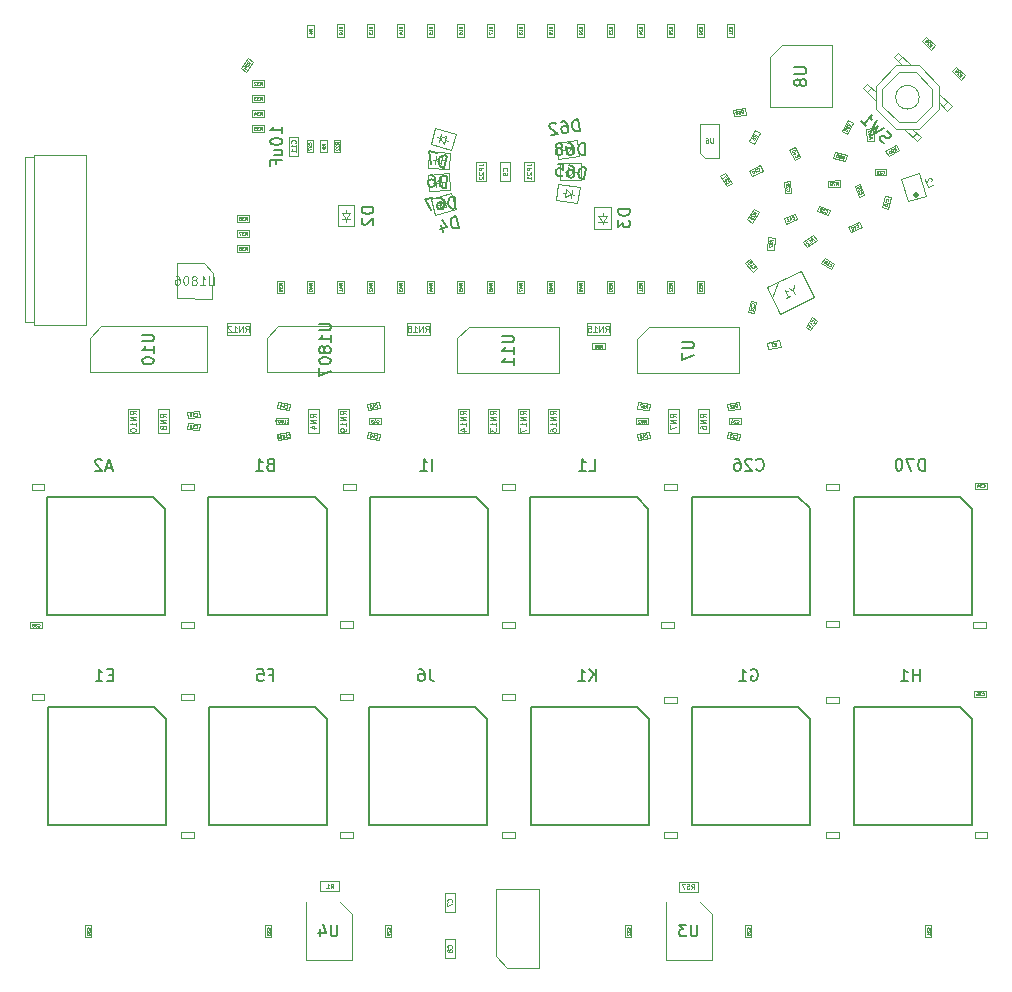
<source format=gbr>
G04 #@! TF.GenerationSoftware,KiCad,Pcbnew,8.0.6*
G04 #@! TF.CreationDate,2024-12-30T15:56:31-08:00*
G04 #@! TF.ProjectId,Jumperless23V50,4a756d70-6572-46c6-9573-733233563530,rev?*
G04 #@! TF.SameCoordinates,Original*
G04 #@! TF.FileFunction,AssemblyDrawing,Bot*
%FSLAX46Y46*%
G04 Gerber Fmt 4.6, Leading zero omitted, Abs format (unit mm)*
G04 Created by KiCad (PCBNEW 8.0.6) date 2024-12-30 15:56:31*
%MOMM*%
%LPD*%
G01*
G04 APERTURE LIST*
%ADD10C,0.040000*%
%ADD11C,0.075000*%
%ADD12C,0.150000*%
%ADD13C,0.110000*%
%ADD14C,0.060000*%
%ADD15C,0.105000*%
%ADD16C,0.100000*%
%ADD17C,0.273608*%
G04 APERTURE END LIST*
D10*
X107568307Y-77445168D02*
X107717136Y-77418904D01*
X107673362Y-77550224D02*
X107857210Y-77366376D01*
X107857210Y-77366376D02*
X107787173Y-77296339D01*
X107787173Y-77296339D02*
X107760909Y-77287584D01*
X107760909Y-77287584D02*
X107743400Y-77287584D01*
X107743400Y-77287584D02*
X107717136Y-77296339D01*
X107717136Y-77296339D02*
X107690872Y-77322603D01*
X107690872Y-77322603D02*
X107682117Y-77348867D01*
X107682117Y-77348867D02*
X107682117Y-77366376D01*
X107682117Y-77366376D02*
X107690872Y-77392640D01*
X107690872Y-77392640D02*
X107760909Y-77462677D01*
X107664608Y-77208792D02*
X107664608Y-77191283D01*
X107664608Y-77191283D02*
X107655853Y-77165019D01*
X107655853Y-77165019D02*
X107612080Y-77121246D01*
X107612080Y-77121246D02*
X107585816Y-77112491D01*
X107585816Y-77112491D02*
X107568307Y-77112491D01*
X107568307Y-77112491D02*
X107542043Y-77121246D01*
X107542043Y-77121246D02*
X107524533Y-77138755D01*
X107524533Y-77138755D02*
X107507024Y-77173774D01*
X107507024Y-77173774D02*
X107507024Y-77383885D01*
X107507024Y-77383885D02*
X107393214Y-77270075D01*
X107410723Y-76919889D02*
X107498269Y-77007435D01*
X107498269Y-77007435D02*
X107419478Y-77103736D01*
X107419478Y-77103736D02*
X107419478Y-77086227D01*
X107419478Y-77086227D02*
X107410723Y-77059963D01*
X107410723Y-77059963D02*
X107366950Y-77016190D01*
X107366950Y-77016190D02*
X107340686Y-77007435D01*
X107340686Y-77007435D02*
X107323176Y-77007435D01*
X107323176Y-77007435D02*
X107296912Y-77016190D01*
X107296912Y-77016190D02*
X107253139Y-77059963D01*
X107253139Y-77059963D02*
X107244384Y-77086227D01*
X107244384Y-77086227D02*
X107244384Y-77103736D01*
X107244384Y-77103736D02*
X107253139Y-77130000D01*
X107253139Y-77130000D02*
X107296912Y-77173774D01*
X107296912Y-77173774D02*
X107323176Y-77182528D01*
X107323176Y-77182528D02*
X107340686Y-77182528D01*
X55327900Y-73444057D02*
X55204091Y-73357390D01*
X55327900Y-73295485D02*
X55067900Y-73295485D01*
X55067900Y-73295485D02*
X55067900Y-73394533D01*
X55067900Y-73394533D02*
X55080281Y-73419295D01*
X55080281Y-73419295D02*
X55092662Y-73431676D01*
X55092662Y-73431676D02*
X55117424Y-73444057D01*
X55117424Y-73444057D02*
X55154567Y-73444057D01*
X55154567Y-73444057D02*
X55179329Y-73431676D01*
X55179329Y-73431676D02*
X55191710Y-73419295D01*
X55191710Y-73419295D02*
X55204091Y-73394533D01*
X55204091Y-73394533D02*
X55204091Y-73295485D01*
X55327900Y-73691676D02*
X55327900Y-73543104D01*
X55327900Y-73617390D02*
X55067900Y-73617390D01*
X55067900Y-73617390D02*
X55105043Y-73592628D01*
X55105043Y-73592628D02*
X55129805Y-73567866D01*
X55129805Y-73567866D02*
X55142186Y-73543104D01*
X55067900Y-73852628D02*
X55067900Y-73877390D01*
X55067900Y-73877390D02*
X55080281Y-73902152D01*
X55080281Y-73902152D02*
X55092662Y-73914533D01*
X55092662Y-73914533D02*
X55117424Y-73926914D01*
X55117424Y-73926914D02*
X55166948Y-73939295D01*
X55166948Y-73939295D02*
X55228853Y-73939295D01*
X55228853Y-73939295D02*
X55278377Y-73926914D01*
X55278377Y-73926914D02*
X55303139Y-73914533D01*
X55303139Y-73914533D02*
X55315520Y-73902152D01*
X55315520Y-73902152D02*
X55327900Y-73877390D01*
X55327900Y-73877390D02*
X55327900Y-73852628D01*
X55327900Y-73852628D02*
X55315520Y-73827866D01*
X55315520Y-73827866D02*
X55303139Y-73815485D01*
X55303139Y-73815485D02*
X55278377Y-73803104D01*
X55278377Y-73803104D02*
X55228853Y-73790723D01*
X55228853Y-73790723D02*
X55166948Y-73790723D01*
X55166948Y-73790723D02*
X55117424Y-73803104D01*
X55117424Y-73803104D02*
X55092662Y-73815485D01*
X55092662Y-73815485D02*
X55080281Y-73827866D01*
X55080281Y-73827866D02*
X55067900Y-73852628D01*
X79683465Y-149726685D02*
X79695370Y-149714781D01*
X79695370Y-149714781D02*
X79707274Y-149679066D01*
X79707274Y-149679066D02*
X79707274Y-149655257D01*
X79707274Y-149655257D02*
X79695370Y-149619543D01*
X79695370Y-149619543D02*
X79671560Y-149595733D01*
X79671560Y-149595733D02*
X79647750Y-149583828D01*
X79647750Y-149583828D02*
X79600131Y-149571924D01*
X79600131Y-149571924D02*
X79564417Y-149571924D01*
X79564417Y-149571924D02*
X79516798Y-149583828D01*
X79516798Y-149583828D02*
X79492989Y-149595733D01*
X79492989Y-149595733D02*
X79469179Y-149619543D01*
X79469179Y-149619543D02*
X79457274Y-149655257D01*
X79457274Y-149655257D02*
X79457274Y-149679066D01*
X79457274Y-149679066D02*
X79469179Y-149714781D01*
X79469179Y-149714781D02*
X79481084Y-149726685D01*
X79457274Y-149810019D02*
X79457274Y-149964781D01*
X79457274Y-149964781D02*
X79552512Y-149881447D01*
X79552512Y-149881447D02*
X79552512Y-149917162D01*
X79552512Y-149917162D02*
X79564417Y-149940971D01*
X79564417Y-149940971D02*
X79576322Y-149952876D01*
X79576322Y-149952876D02*
X79600131Y-149964781D01*
X79600131Y-149964781D02*
X79659655Y-149964781D01*
X79659655Y-149964781D02*
X79683465Y-149952876D01*
X79683465Y-149952876D02*
X79695370Y-149940971D01*
X79695370Y-149940971D02*
X79707274Y-149917162D01*
X79707274Y-149917162D02*
X79707274Y-149845733D01*
X79707274Y-149845733D02*
X79695370Y-149821924D01*
X79695370Y-149821924D02*
X79683465Y-149810019D01*
X79481084Y-150060019D02*
X79469179Y-150071923D01*
X79469179Y-150071923D02*
X79457274Y-150095733D01*
X79457274Y-150095733D02*
X79457274Y-150155257D01*
X79457274Y-150155257D02*
X79469179Y-150179066D01*
X79469179Y-150179066D02*
X79481084Y-150190971D01*
X79481084Y-150190971D02*
X79504893Y-150202876D01*
X79504893Y-150202876D02*
X79528703Y-150202876D01*
X79528703Y-150202876D02*
X79564417Y-150190971D01*
X79564417Y-150190971D02*
X79707274Y-150048114D01*
X79707274Y-150048114D02*
X79707274Y-150202876D01*
D11*
X55691109Y-106124066D02*
X55453014Y-105957400D01*
X55691109Y-105838352D02*
X55191109Y-105838352D01*
X55191109Y-105838352D02*
X55191109Y-106028828D01*
X55191109Y-106028828D02*
X55214919Y-106076447D01*
X55214919Y-106076447D02*
X55238728Y-106100257D01*
X55238728Y-106100257D02*
X55286347Y-106124066D01*
X55286347Y-106124066D02*
X55357776Y-106124066D01*
X55357776Y-106124066D02*
X55405395Y-106100257D01*
X55405395Y-106100257D02*
X55429204Y-106076447D01*
X55429204Y-106076447D02*
X55453014Y-106028828D01*
X55453014Y-106028828D02*
X55453014Y-105838352D01*
X55691109Y-106338352D02*
X55191109Y-106338352D01*
X55191109Y-106338352D02*
X55691109Y-106624066D01*
X55691109Y-106624066D02*
X55191109Y-106624066D01*
X55691109Y-107124067D02*
X55691109Y-106838353D01*
X55691109Y-106981210D02*
X55191109Y-106981210D01*
X55191109Y-106981210D02*
X55262538Y-106933591D01*
X55262538Y-106933591D02*
X55310157Y-106885972D01*
X55310157Y-106885972D02*
X55333966Y-106838353D01*
X55691109Y-107362162D02*
X55691109Y-107457400D01*
X55691109Y-107457400D02*
X55667300Y-107505019D01*
X55667300Y-107505019D02*
X55643490Y-107528828D01*
X55643490Y-107528828D02*
X55572061Y-107576447D01*
X55572061Y-107576447D02*
X55476823Y-107600257D01*
X55476823Y-107600257D02*
X55286347Y-107600257D01*
X55286347Y-107600257D02*
X55238728Y-107576447D01*
X55238728Y-107576447D02*
X55214919Y-107552638D01*
X55214919Y-107552638D02*
X55191109Y-107505019D01*
X55191109Y-107505019D02*
X55191109Y-107409781D01*
X55191109Y-107409781D02*
X55214919Y-107362162D01*
X55214919Y-107362162D02*
X55238728Y-107338352D01*
X55238728Y-107338352D02*
X55286347Y-107314543D01*
X55286347Y-107314543D02*
X55405395Y-107314543D01*
X55405395Y-107314543D02*
X55453014Y-107338352D01*
X55453014Y-107338352D02*
X55476823Y-107362162D01*
X55476823Y-107362162D02*
X55500633Y-107409781D01*
X55500633Y-107409781D02*
X55500633Y-107505019D01*
X55500633Y-107505019D02*
X55476823Y-107552638D01*
X55476823Y-107552638D02*
X55453014Y-107576447D01*
X55453014Y-107576447D02*
X55405395Y-107600257D01*
D10*
X42917760Y-107265357D02*
X42928806Y-107278063D01*
X42928806Y-107278063D02*
X42963603Y-107292430D01*
X42963603Y-107292430D02*
X42987354Y-107294091D01*
X42987354Y-107294091D02*
X43023812Y-107284707D01*
X43023812Y-107284707D02*
X43049224Y-107262616D01*
X43049224Y-107262616D02*
X43062761Y-107239695D01*
X43062761Y-107239695D02*
X43077958Y-107193022D01*
X43077958Y-107193022D02*
X43080450Y-107157395D01*
X43080450Y-107157395D02*
X43071896Y-107109061D01*
X43071896Y-107109061D02*
X43061681Y-107084479D01*
X43061681Y-107084479D02*
X43039590Y-107059067D01*
X43039590Y-107059067D02*
X43004793Y-107044700D01*
X43004793Y-107044700D02*
X42981042Y-107043039D01*
X42981042Y-107043039D02*
X42944584Y-107052424D01*
X42944584Y-107052424D02*
X42931878Y-107063469D01*
X42678584Y-107272500D02*
X42821093Y-107282465D01*
X42749839Y-107277482D02*
X42767278Y-107028091D01*
X42767278Y-107028091D02*
X42788538Y-107065380D01*
X42788538Y-107065380D02*
X42810629Y-107090792D01*
X42810629Y-107090792D02*
X42833550Y-107104329D01*
X42541639Y-107012313D02*
X42517887Y-107010652D01*
X42517887Y-107010652D02*
X42493305Y-107020867D01*
X42493305Y-107020867D02*
X42480599Y-107031912D01*
X42480599Y-107031912D02*
X42467062Y-107054834D01*
X42467062Y-107054834D02*
X42451865Y-107101506D01*
X42451865Y-107101506D02*
X42447713Y-107160885D01*
X42447713Y-107160885D02*
X42456267Y-107209218D01*
X42456267Y-107209218D02*
X42466482Y-107233800D01*
X42466482Y-107233800D02*
X42477527Y-107246507D01*
X42477527Y-107246507D02*
X42500448Y-107260043D01*
X42500448Y-107260043D02*
X42524200Y-107261704D01*
X42524200Y-107261704D02*
X42548782Y-107251489D01*
X42548782Y-107251489D02*
X42561488Y-107240444D01*
X42561488Y-107240444D02*
X42575024Y-107217523D01*
X42575024Y-107217523D02*
X42590222Y-107170850D01*
X42590222Y-107170850D02*
X42594374Y-107111471D01*
X42594374Y-107111471D02*
X42585820Y-107063138D01*
X42585820Y-107063138D02*
X42575605Y-107038556D01*
X42575605Y-107038556D02*
X42564560Y-107025850D01*
X42564560Y-107025850D02*
X42541639Y-107012313D01*
X55327900Y-95186457D02*
X55204091Y-95099790D01*
X55327900Y-95037885D02*
X55067900Y-95037885D01*
X55067900Y-95037885D02*
X55067900Y-95136933D01*
X55067900Y-95136933D02*
X55080281Y-95161695D01*
X55080281Y-95161695D02*
X55092662Y-95174076D01*
X55092662Y-95174076D02*
X55117424Y-95186457D01*
X55117424Y-95186457D02*
X55154567Y-95186457D01*
X55154567Y-95186457D02*
X55179329Y-95174076D01*
X55179329Y-95174076D02*
X55191710Y-95161695D01*
X55191710Y-95161695D02*
X55204091Y-95136933D01*
X55204091Y-95136933D02*
X55204091Y-95037885D01*
X55154567Y-95409314D02*
X55327900Y-95409314D01*
X55055520Y-95347409D02*
X55241234Y-95285504D01*
X55241234Y-95285504D02*
X55241234Y-95446457D01*
X55327900Y-95681695D02*
X55327900Y-95533123D01*
X55327900Y-95607409D02*
X55067900Y-95607409D01*
X55067900Y-95607409D02*
X55105043Y-95582647D01*
X55105043Y-95582647D02*
X55129805Y-95557885D01*
X55129805Y-95557885D02*
X55142186Y-95533123D01*
D12*
X104683985Y-110888619D02*
X104683985Y-109888619D01*
X104683985Y-109888619D02*
X104445890Y-109888619D01*
X104445890Y-109888619D02*
X104303033Y-109936238D01*
X104303033Y-109936238D02*
X104207795Y-110031476D01*
X104207795Y-110031476D02*
X104160176Y-110126714D01*
X104160176Y-110126714D02*
X104112557Y-110317190D01*
X104112557Y-110317190D02*
X104112557Y-110460047D01*
X104112557Y-110460047D02*
X104160176Y-110650523D01*
X104160176Y-110650523D02*
X104207795Y-110745761D01*
X104207795Y-110745761D02*
X104303033Y-110841000D01*
X104303033Y-110841000D02*
X104445890Y-110888619D01*
X104445890Y-110888619D02*
X104683985Y-110888619D01*
X103779223Y-109888619D02*
X103112557Y-109888619D01*
X103112557Y-109888619D02*
X103541128Y-110888619D01*
X102541128Y-109888619D02*
X102445890Y-109888619D01*
X102445890Y-109888619D02*
X102350652Y-109936238D01*
X102350652Y-109936238D02*
X102303033Y-109983857D01*
X102303033Y-109983857D02*
X102255414Y-110079095D01*
X102255414Y-110079095D02*
X102207795Y-110269571D01*
X102207795Y-110269571D02*
X102207795Y-110507666D01*
X102207795Y-110507666D02*
X102255414Y-110698142D01*
X102255414Y-110698142D02*
X102303033Y-110793380D01*
X102303033Y-110793380D02*
X102350652Y-110841000D01*
X102350652Y-110841000D02*
X102445890Y-110888619D01*
X102445890Y-110888619D02*
X102541128Y-110888619D01*
X102541128Y-110888619D02*
X102636366Y-110841000D01*
X102636366Y-110841000D02*
X102683985Y-110793380D01*
X102683985Y-110793380D02*
X102731604Y-110698142D01*
X102731604Y-110698142D02*
X102779223Y-110507666D01*
X102779223Y-110507666D02*
X102779223Y-110269571D01*
X102779223Y-110269571D02*
X102731604Y-110079095D01*
X102731604Y-110079095D02*
X102683985Y-109983857D01*
X102683985Y-109983857D02*
X102636366Y-109936238D01*
X102636366Y-109936238D02*
X102541128Y-109888619D01*
D10*
X50530357Y-105548658D02*
X50540489Y-105562104D01*
X50540489Y-105562104D02*
X50574199Y-105578863D01*
X50574199Y-105578863D02*
X50597776Y-105582177D01*
X50597776Y-105582177D02*
X50634800Y-105575359D01*
X50634800Y-105575359D02*
X50661691Y-105555094D01*
X50661691Y-105555094D02*
X50676794Y-105533173D01*
X50676794Y-105533173D02*
X50695210Y-105487675D01*
X50695210Y-105487675D02*
X50700181Y-105452308D01*
X50700181Y-105452308D02*
X50695019Y-105403495D01*
X50695019Y-105403495D02*
X50686544Y-105378261D01*
X50686544Y-105378261D02*
X50666280Y-105351369D01*
X50666280Y-105351369D02*
X50632570Y-105334610D01*
X50632570Y-105334610D02*
X50608992Y-105331296D01*
X50608992Y-105331296D02*
X50571968Y-105338115D01*
X50571968Y-105338115D02*
X50558523Y-105348247D01*
X50338038Y-105377369D02*
X50314843Y-105542413D01*
X50410237Y-105291341D02*
X50444329Y-105476459D01*
X50444329Y-105476459D02*
X50291074Y-105454920D01*
X50102260Y-105344232D02*
X50079065Y-105509277D01*
X50174459Y-105258205D02*
X50208552Y-105443323D01*
X50208552Y-105443323D02*
X50055296Y-105421784D01*
X49203465Y-149726685D02*
X49215370Y-149714781D01*
X49215370Y-149714781D02*
X49227274Y-149679066D01*
X49227274Y-149679066D02*
X49227274Y-149655257D01*
X49227274Y-149655257D02*
X49215370Y-149619543D01*
X49215370Y-149619543D02*
X49191560Y-149595733D01*
X49191560Y-149595733D02*
X49167750Y-149583828D01*
X49167750Y-149583828D02*
X49120131Y-149571924D01*
X49120131Y-149571924D02*
X49084417Y-149571924D01*
X49084417Y-149571924D02*
X49036798Y-149583828D01*
X49036798Y-149583828D02*
X49012989Y-149595733D01*
X49012989Y-149595733D02*
X48989179Y-149619543D01*
X48989179Y-149619543D02*
X48977274Y-149655257D01*
X48977274Y-149655257D02*
X48977274Y-149679066D01*
X48977274Y-149679066D02*
X48989179Y-149714781D01*
X48989179Y-149714781D02*
X49001084Y-149726685D01*
X48977274Y-149810019D02*
X48977274Y-149964781D01*
X48977274Y-149964781D02*
X49072512Y-149881447D01*
X49072512Y-149881447D02*
X49072512Y-149917162D01*
X49072512Y-149917162D02*
X49084417Y-149940971D01*
X49084417Y-149940971D02*
X49096322Y-149952876D01*
X49096322Y-149952876D02*
X49120131Y-149964781D01*
X49120131Y-149964781D02*
X49179655Y-149964781D01*
X49179655Y-149964781D02*
X49203465Y-149952876D01*
X49203465Y-149952876D02*
X49215370Y-149940971D01*
X49215370Y-149940971D02*
X49227274Y-149917162D01*
X49227274Y-149917162D02*
X49227274Y-149845733D01*
X49227274Y-149845733D02*
X49215370Y-149821924D01*
X49215370Y-149821924D02*
X49203465Y-149810019D01*
X48977274Y-150048114D02*
X48977274Y-150202876D01*
X48977274Y-150202876D02*
X49072512Y-150119542D01*
X49072512Y-150119542D02*
X49072512Y-150155257D01*
X49072512Y-150155257D02*
X49084417Y-150179066D01*
X49084417Y-150179066D02*
X49096322Y-150190971D01*
X49096322Y-150190971D02*
X49120131Y-150202876D01*
X49120131Y-150202876D02*
X49179655Y-150202876D01*
X49179655Y-150202876D02*
X49203465Y-150190971D01*
X49203465Y-150190971D02*
X49215370Y-150179066D01*
X49215370Y-150179066D02*
X49227274Y-150155257D01*
X49227274Y-150155257D02*
X49227274Y-150083828D01*
X49227274Y-150083828D02*
X49215370Y-150060019D01*
X49215370Y-150060019D02*
X49203465Y-150048114D01*
X91791018Y-91514395D02*
X91675233Y-91417267D01*
X91803967Y-91366389D02*
X91544956Y-91343728D01*
X91544956Y-91343728D02*
X91536324Y-91442399D01*
X91536324Y-91442399D02*
X91546499Y-91468146D01*
X91546499Y-91468146D02*
X91557754Y-91481558D01*
X91557754Y-91481558D02*
X91581343Y-91496050D01*
X91581343Y-91496050D02*
X91618344Y-91499288D01*
X91618344Y-91499288D02*
X91644091Y-91489112D01*
X91644091Y-91489112D02*
X91657504Y-91477857D01*
X91657504Y-91477857D02*
X91671996Y-91454269D01*
X91671996Y-91454269D02*
X91680629Y-91355598D01*
X91548043Y-91592563D02*
X91534630Y-91603818D01*
X91534630Y-91603818D02*
X91520138Y-91627406D01*
X91520138Y-91627406D02*
X91514742Y-91689076D01*
X91514742Y-91689076D02*
X91524918Y-91714822D01*
X91524918Y-91714822D02*
X91536173Y-91728235D01*
X91536173Y-91728235D02*
X91559761Y-91742727D01*
X91559761Y-91742727D02*
X91584429Y-91744885D01*
X91584429Y-91744885D02*
X91622510Y-91735789D01*
X91622510Y-91735789D02*
X91783465Y-91600731D01*
X91783465Y-91600731D02*
X91769437Y-91761071D01*
X91502873Y-91824748D02*
X91487766Y-91997421D01*
X91487766Y-91997421D02*
X91756488Y-91909077D01*
X60407900Y-73444057D02*
X60284091Y-73357390D01*
X60407900Y-73295485D02*
X60147900Y-73295485D01*
X60147900Y-73295485D02*
X60147900Y-73394533D01*
X60147900Y-73394533D02*
X60160281Y-73419295D01*
X60160281Y-73419295D02*
X60172662Y-73431676D01*
X60172662Y-73431676D02*
X60197424Y-73444057D01*
X60197424Y-73444057D02*
X60234567Y-73444057D01*
X60234567Y-73444057D02*
X60259329Y-73431676D01*
X60259329Y-73431676D02*
X60271710Y-73419295D01*
X60271710Y-73419295D02*
X60284091Y-73394533D01*
X60284091Y-73394533D02*
X60284091Y-73295485D01*
X60407900Y-73691676D02*
X60407900Y-73543104D01*
X60407900Y-73617390D02*
X60147900Y-73617390D01*
X60147900Y-73617390D02*
X60185043Y-73592628D01*
X60185043Y-73592628D02*
X60209805Y-73567866D01*
X60209805Y-73567866D02*
X60222186Y-73543104D01*
X60234567Y-73914533D02*
X60407900Y-73914533D01*
X60135520Y-73852628D02*
X60321234Y-73790723D01*
X60321234Y-73790723D02*
X60321234Y-73951676D01*
X96226433Y-89013798D02*
X96233813Y-89028930D01*
X96233813Y-89028930D02*
X96263706Y-89051813D01*
X96263706Y-89051813D02*
X96286218Y-89059565D01*
X96286218Y-89059565D02*
X96323863Y-89059936D01*
X96323863Y-89059936D02*
X96354127Y-89045175D01*
X96354127Y-89045175D02*
X96373134Y-89026539D01*
X96373134Y-89026539D02*
X96399894Y-88985390D01*
X96399894Y-88985390D02*
X96411521Y-88951621D01*
X96411521Y-88951621D02*
X96415768Y-88902721D01*
X96415768Y-88902721D02*
X96412264Y-88876333D01*
X96412264Y-88876333D02*
X96397503Y-88846069D01*
X96397503Y-88846069D02*
X96367610Y-88823185D01*
X96367610Y-88823185D02*
X96345098Y-88815434D01*
X96345098Y-88815434D02*
X96307454Y-88815062D01*
X96307454Y-88815062D02*
X96292322Y-88822443D01*
X96221280Y-88772800D02*
X96074950Y-88722414D01*
X96074950Y-88722414D02*
X96122737Y-88839594D01*
X96122737Y-88839594D02*
X96088968Y-88827967D01*
X96088968Y-88827967D02*
X96062580Y-88831471D01*
X96062580Y-88831471D02*
X96047448Y-88838852D01*
X96047448Y-88838852D02*
X96028440Y-88857488D01*
X96028440Y-88857488D02*
X96009061Y-88913769D01*
X96009061Y-88913769D02*
X96012566Y-88940157D01*
X96012566Y-88940157D02*
X96019946Y-88955289D01*
X96019946Y-88955289D02*
X96038583Y-88974297D01*
X96038583Y-88974297D02*
X96106120Y-88997552D01*
X96106120Y-88997552D02*
X96132508Y-88994047D01*
X96132508Y-88994047D02*
X96147640Y-88986667D01*
X95904994Y-88777210D02*
X95931382Y-88773705D01*
X95931382Y-88773705D02*
X95946514Y-88766325D01*
X95946514Y-88766325D02*
X95965522Y-88747689D01*
X95965522Y-88747689D02*
X95969397Y-88736432D01*
X95969397Y-88736432D02*
X95965893Y-88710044D01*
X95965893Y-88710044D02*
X95958513Y-88694912D01*
X95958513Y-88694912D02*
X95939876Y-88675904D01*
X95939876Y-88675904D02*
X95894851Y-88660401D01*
X95894851Y-88660401D02*
X95868463Y-88663906D01*
X95868463Y-88663906D02*
X95853331Y-88671286D01*
X95853331Y-88671286D02*
X95834323Y-88689923D01*
X95834323Y-88689923D02*
X95830448Y-88701179D01*
X95830448Y-88701179D02*
X95833952Y-88727567D01*
X95833952Y-88727567D02*
X95841332Y-88742699D01*
X95841332Y-88742699D02*
X95859969Y-88761707D01*
X95859969Y-88761707D02*
X95904994Y-88777210D01*
X95904994Y-88777210D02*
X95923630Y-88796218D01*
X95923630Y-88796218D02*
X95931011Y-88811350D01*
X95931011Y-88811350D02*
X95934515Y-88837738D01*
X95934515Y-88837738D02*
X95919012Y-88882763D01*
X95919012Y-88882763D02*
X95900004Y-88901399D01*
X95900004Y-88901399D02*
X95884872Y-88908779D01*
X95884872Y-88908779D02*
X95858484Y-88912284D01*
X95858484Y-88912284D02*
X95813459Y-88896781D01*
X95813459Y-88896781D02*
X95794823Y-88877773D01*
X95794823Y-88877773D02*
X95787442Y-88862641D01*
X95787442Y-88862641D02*
X95783938Y-88836253D01*
X95783938Y-88836253D02*
X95799441Y-88791228D01*
X95799441Y-88791228D02*
X95818449Y-88772592D01*
X95818449Y-88772592D02*
X95833581Y-88765211D01*
X95833581Y-88765211D02*
X95859969Y-88761707D01*
X47504170Y-76484455D02*
X47454948Y-76341567D01*
X47591498Y-76364258D02*
X47381154Y-76211434D01*
X47381154Y-76211434D02*
X47322935Y-76291565D01*
X47322935Y-76291565D02*
X47318397Y-76318875D01*
X47318397Y-76318875D02*
X47321136Y-76336169D01*
X47321136Y-76336169D02*
X47333891Y-76360740D01*
X47333891Y-76360740D02*
X47363941Y-76382572D01*
X47363941Y-76382572D02*
X47391251Y-76387110D01*
X47391251Y-76387110D02*
X47408544Y-76384371D01*
X47408544Y-76384371D02*
X47433116Y-76371616D01*
X47433116Y-76371616D02*
X47491334Y-76291485D01*
X47155556Y-76521942D02*
X47228330Y-76421778D01*
X47228330Y-76421778D02*
X47335771Y-76484535D01*
X47335771Y-76484535D02*
X47318477Y-76487274D01*
X47318477Y-76487274D02*
X47293906Y-76500030D01*
X47293906Y-76500030D02*
X47257519Y-76550112D01*
X47257519Y-76550112D02*
X47252981Y-76577422D01*
X47252981Y-76577422D02*
X47255720Y-76594716D01*
X47255720Y-76594716D02*
X47268476Y-76619287D01*
X47268476Y-76619287D02*
X47318558Y-76655674D01*
X47318558Y-76655674D02*
X47345868Y-76660212D01*
X47345868Y-76660212D02*
X47363162Y-76657473D01*
X47363162Y-76657473D02*
X47387733Y-76644717D01*
X47387733Y-76644717D02*
X47424119Y-76594635D01*
X47424119Y-76594635D02*
X47428658Y-76567325D01*
X47428658Y-76567325D02*
X47425919Y-76550031D01*
X47087402Y-76763195D02*
X47227631Y-76865078D01*
X47043657Y-76654895D02*
X47230290Y-76713973D01*
X47230290Y-76713973D02*
X47135684Y-76844186D01*
X88347905Y-73444057D02*
X88224096Y-73357390D01*
X88347905Y-73295485D02*
X88087905Y-73295485D01*
X88087905Y-73295485D02*
X88087905Y-73394533D01*
X88087905Y-73394533D02*
X88100286Y-73419295D01*
X88100286Y-73419295D02*
X88112667Y-73431676D01*
X88112667Y-73431676D02*
X88137429Y-73444057D01*
X88137429Y-73444057D02*
X88174572Y-73444057D01*
X88174572Y-73444057D02*
X88199334Y-73431676D01*
X88199334Y-73431676D02*
X88211715Y-73419295D01*
X88211715Y-73419295D02*
X88224096Y-73394533D01*
X88224096Y-73394533D02*
X88224096Y-73295485D01*
X88087905Y-73530723D02*
X88087905Y-73691676D01*
X88087905Y-73691676D02*
X88186953Y-73605009D01*
X88186953Y-73605009D02*
X88186953Y-73642152D01*
X88186953Y-73642152D02*
X88199334Y-73666914D01*
X88199334Y-73666914D02*
X88211715Y-73679295D01*
X88211715Y-73679295D02*
X88236477Y-73691676D01*
X88236477Y-73691676D02*
X88298382Y-73691676D01*
X88298382Y-73691676D02*
X88323144Y-73679295D01*
X88323144Y-73679295D02*
X88335525Y-73666914D01*
X88335525Y-73666914D02*
X88347905Y-73642152D01*
X88347905Y-73642152D02*
X88347905Y-73567866D01*
X88347905Y-73567866D02*
X88335525Y-73543104D01*
X88335525Y-73543104D02*
X88323144Y-73530723D01*
X88347905Y-73939295D02*
X88347905Y-73790723D01*
X88347905Y-73865009D02*
X88087905Y-73865009D01*
X88087905Y-73865009D02*
X88125048Y-73840247D01*
X88125048Y-73840247D02*
X88149810Y-73815485D01*
X88149810Y-73815485D02*
X88162191Y-73790723D01*
X73107900Y-73444057D02*
X72984091Y-73357390D01*
X73107900Y-73295485D02*
X72847900Y-73295485D01*
X72847900Y-73295485D02*
X72847900Y-73394533D01*
X72847900Y-73394533D02*
X72860281Y-73419295D01*
X72860281Y-73419295D02*
X72872662Y-73431676D01*
X72872662Y-73431676D02*
X72897424Y-73444057D01*
X72897424Y-73444057D02*
X72934567Y-73444057D01*
X72934567Y-73444057D02*
X72959329Y-73431676D01*
X72959329Y-73431676D02*
X72971710Y-73419295D01*
X72971710Y-73419295D02*
X72984091Y-73394533D01*
X72984091Y-73394533D02*
X72984091Y-73295485D01*
X73107900Y-73691676D02*
X73107900Y-73543104D01*
X73107900Y-73617390D02*
X72847900Y-73617390D01*
X72847900Y-73617390D02*
X72885043Y-73592628D01*
X72885043Y-73592628D02*
X72909805Y-73567866D01*
X72909805Y-73567866D02*
X72922186Y-73543104D01*
X73107900Y-73815485D02*
X73107900Y-73865009D01*
X73107900Y-73865009D02*
X73095520Y-73889771D01*
X73095520Y-73889771D02*
X73083139Y-73902152D01*
X73083139Y-73902152D02*
X73045996Y-73926914D01*
X73045996Y-73926914D02*
X72996472Y-73939295D01*
X72996472Y-73939295D02*
X72897424Y-73939295D01*
X72897424Y-73939295D02*
X72872662Y-73926914D01*
X72872662Y-73926914D02*
X72860281Y-73914533D01*
X72860281Y-73914533D02*
X72847900Y-73889771D01*
X72847900Y-73889771D02*
X72847900Y-73840247D01*
X72847900Y-73840247D02*
X72860281Y-73815485D01*
X72860281Y-73815485D02*
X72872662Y-73803104D01*
X72872662Y-73803104D02*
X72897424Y-73790723D01*
X72897424Y-73790723D02*
X72959329Y-73790723D01*
X72959329Y-73790723D02*
X72984091Y-73803104D01*
X72984091Y-73803104D02*
X72996472Y-73815485D01*
X72996472Y-73815485D02*
X73008853Y-73840247D01*
X73008853Y-73840247D02*
X73008853Y-73889771D01*
X73008853Y-73889771D02*
X72996472Y-73914533D01*
X72996472Y-73914533D02*
X72984091Y-73926914D01*
X72984091Y-73926914D02*
X72959329Y-73939295D01*
D12*
X75471196Y-82137003D02*
X75332023Y-81146735D01*
X75332023Y-81146735D02*
X75096245Y-81179872D01*
X75096245Y-81179872D02*
X74961406Y-81246909D01*
X74961406Y-81246909D02*
X74880349Y-81354475D01*
X74880349Y-81354475D02*
X74846448Y-81455414D01*
X74846448Y-81455414D02*
X74825802Y-81650663D01*
X74825802Y-81650663D02*
X74845683Y-81792130D01*
X74845683Y-81792130D02*
X74919348Y-81974125D01*
X74919348Y-81974125D02*
X74979758Y-82061809D01*
X74979758Y-82061809D02*
X75087324Y-82142866D01*
X75087324Y-82142866D02*
X75235418Y-82170140D01*
X75235418Y-82170140D02*
X75471196Y-82137003D01*
X73917355Y-81345554D02*
X74105977Y-81319045D01*
X74105977Y-81319045D02*
X74206916Y-81352946D01*
X74206916Y-81352946D02*
X74260699Y-81393474D01*
X74260699Y-81393474D02*
X74374892Y-81521687D01*
X74374892Y-81521687D02*
X74448557Y-81703682D01*
X74448557Y-81703682D02*
X74501575Y-82080927D01*
X74501575Y-82080927D02*
X74467674Y-82181865D01*
X74467674Y-82181865D02*
X74427146Y-82235648D01*
X74427146Y-82235648D02*
X74339462Y-82296058D01*
X74339462Y-82296058D02*
X74150839Y-82322567D01*
X74150839Y-82322567D02*
X74049901Y-82288666D01*
X74049901Y-82288666D02*
X73996118Y-82248138D01*
X73996118Y-82248138D02*
X73935707Y-82160454D01*
X73935707Y-82160454D02*
X73902571Y-81924676D01*
X73902571Y-81924676D02*
X73936472Y-81823738D01*
X73936472Y-81823738D02*
X73977000Y-81769955D01*
X73977000Y-81769955D02*
X74064684Y-81709544D01*
X74064684Y-81709544D02*
X74253307Y-81683035D01*
X74253307Y-81683035D02*
X74354245Y-81716936D01*
X74354245Y-81716936D02*
X74408028Y-81757465D01*
X74408028Y-81757465D02*
X74468438Y-81845149D01*
X73459053Y-81506138D02*
X73405270Y-81465610D01*
X73405270Y-81465610D02*
X73304332Y-81431709D01*
X73304332Y-81431709D02*
X73068553Y-81464845D01*
X73068553Y-81464845D02*
X72980870Y-81525255D01*
X72980870Y-81525255D02*
X72940341Y-81579038D01*
X72940341Y-81579038D02*
X72906440Y-81679977D01*
X72906440Y-81679977D02*
X72919695Y-81774288D01*
X72919695Y-81774288D02*
X72986732Y-81909128D01*
X72986732Y-81909128D02*
X73632127Y-82395468D01*
X73632127Y-82395468D02*
X73019104Y-82481622D01*
D10*
X68027900Y-73444057D02*
X67904091Y-73357390D01*
X68027900Y-73295485D02*
X67767900Y-73295485D01*
X67767900Y-73295485D02*
X67767900Y-73394533D01*
X67767900Y-73394533D02*
X67780281Y-73419295D01*
X67780281Y-73419295D02*
X67792662Y-73431676D01*
X67792662Y-73431676D02*
X67817424Y-73444057D01*
X67817424Y-73444057D02*
X67854567Y-73444057D01*
X67854567Y-73444057D02*
X67879329Y-73431676D01*
X67879329Y-73431676D02*
X67891710Y-73419295D01*
X67891710Y-73419295D02*
X67904091Y-73394533D01*
X67904091Y-73394533D02*
X67904091Y-73295485D01*
X68027900Y-73691676D02*
X68027900Y-73543104D01*
X68027900Y-73617390D02*
X67767900Y-73617390D01*
X67767900Y-73617390D02*
X67805043Y-73592628D01*
X67805043Y-73592628D02*
X67829805Y-73567866D01*
X67829805Y-73567866D02*
X67842186Y-73543104D01*
X67767900Y-73778342D02*
X67767900Y-73951676D01*
X67767900Y-73951676D02*
X68027900Y-73840247D01*
X52787900Y-95186457D02*
X52664091Y-95099790D01*
X52787900Y-95037885D02*
X52527900Y-95037885D01*
X52527900Y-95037885D02*
X52527900Y-95136933D01*
X52527900Y-95136933D02*
X52540281Y-95161695D01*
X52540281Y-95161695D02*
X52552662Y-95174076D01*
X52552662Y-95174076D02*
X52577424Y-95186457D01*
X52577424Y-95186457D02*
X52614567Y-95186457D01*
X52614567Y-95186457D02*
X52639329Y-95174076D01*
X52639329Y-95174076D02*
X52651710Y-95161695D01*
X52651710Y-95161695D02*
X52664091Y-95136933D01*
X52664091Y-95136933D02*
X52664091Y-95037885D01*
X52614567Y-95409314D02*
X52787900Y-95409314D01*
X52515520Y-95347409D02*
X52701234Y-95285504D01*
X52701234Y-95285504D02*
X52701234Y-95446457D01*
X52527900Y-95595028D02*
X52527900Y-95619790D01*
X52527900Y-95619790D02*
X52540281Y-95644552D01*
X52540281Y-95644552D02*
X52552662Y-95656933D01*
X52552662Y-95656933D02*
X52577424Y-95669314D01*
X52577424Y-95669314D02*
X52626948Y-95681695D01*
X52626948Y-95681695D02*
X52688853Y-95681695D01*
X52688853Y-95681695D02*
X52738377Y-95669314D01*
X52738377Y-95669314D02*
X52763139Y-95656933D01*
X52763139Y-95656933D02*
X52775520Y-95644552D01*
X52775520Y-95644552D02*
X52787900Y-95619790D01*
X52787900Y-95619790D02*
X52787900Y-95595028D01*
X52787900Y-95595028D02*
X52775520Y-95570266D01*
X52775520Y-95570266D02*
X52763139Y-95557885D01*
X52763139Y-95557885D02*
X52738377Y-95545504D01*
X52738377Y-95545504D02*
X52688853Y-95533123D01*
X52688853Y-95533123D02*
X52626948Y-95533123D01*
X52626948Y-95533123D02*
X52577424Y-95545504D01*
X52577424Y-95545504D02*
X52552662Y-95557885D01*
X52552662Y-95557885D02*
X52540281Y-95570266D01*
X52540281Y-95570266D02*
X52527900Y-95595028D01*
X73107900Y-95186457D02*
X72984091Y-95099790D01*
X73107900Y-95037885D02*
X72847900Y-95037885D01*
X72847900Y-95037885D02*
X72847900Y-95136933D01*
X72847900Y-95136933D02*
X72860281Y-95161695D01*
X72860281Y-95161695D02*
X72872662Y-95174076D01*
X72872662Y-95174076D02*
X72897424Y-95186457D01*
X72897424Y-95186457D02*
X72934567Y-95186457D01*
X72934567Y-95186457D02*
X72959329Y-95174076D01*
X72959329Y-95174076D02*
X72971710Y-95161695D01*
X72971710Y-95161695D02*
X72984091Y-95136933D01*
X72984091Y-95136933D02*
X72984091Y-95037885D01*
X72934567Y-95409314D02*
X73107900Y-95409314D01*
X72835520Y-95347409D02*
X73021234Y-95285504D01*
X73021234Y-95285504D02*
X73021234Y-95446457D01*
X72959329Y-95582647D02*
X72946948Y-95557885D01*
X72946948Y-95557885D02*
X72934567Y-95545504D01*
X72934567Y-95545504D02*
X72909805Y-95533123D01*
X72909805Y-95533123D02*
X72897424Y-95533123D01*
X72897424Y-95533123D02*
X72872662Y-95545504D01*
X72872662Y-95545504D02*
X72860281Y-95557885D01*
X72860281Y-95557885D02*
X72847900Y-95582647D01*
X72847900Y-95582647D02*
X72847900Y-95632171D01*
X72847900Y-95632171D02*
X72860281Y-95656933D01*
X72860281Y-95656933D02*
X72872662Y-95669314D01*
X72872662Y-95669314D02*
X72897424Y-95681695D01*
X72897424Y-95681695D02*
X72909805Y-95681695D01*
X72909805Y-95681695D02*
X72934567Y-95669314D01*
X72934567Y-95669314D02*
X72946948Y-95656933D01*
X72946948Y-95656933D02*
X72959329Y-95632171D01*
X72959329Y-95632171D02*
X72959329Y-95582647D01*
X72959329Y-95582647D02*
X72971710Y-95557885D01*
X72971710Y-95557885D02*
X72984091Y-95545504D01*
X72984091Y-95545504D02*
X73008853Y-95533123D01*
X73008853Y-95533123D02*
X73058377Y-95533123D01*
X73058377Y-95533123D02*
X73083139Y-95545504D01*
X73083139Y-95545504D02*
X73095520Y-95557885D01*
X73095520Y-95557885D02*
X73107900Y-95582647D01*
X73107900Y-95582647D02*
X73107900Y-95632171D01*
X73107900Y-95632171D02*
X73095520Y-95656933D01*
X73095520Y-95656933D02*
X73083139Y-95669314D01*
X73083139Y-95669314D02*
X73058377Y-95681695D01*
X73058377Y-95681695D02*
X73008853Y-95681695D01*
X73008853Y-95681695D02*
X72984091Y-95669314D01*
X72984091Y-95669314D02*
X72971710Y-95656933D01*
X72971710Y-95656933D02*
X72959329Y-95632171D01*
D11*
X77637033Y-99137009D02*
X77803699Y-98898914D01*
X77922747Y-99137009D02*
X77922747Y-98637009D01*
X77922747Y-98637009D02*
X77732271Y-98637009D01*
X77732271Y-98637009D02*
X77684652Y-98660819D01*
X77684652Y-98660819D02*
X77660842Y-98684628D01*
X77660842Y-98684628D02*
X77637033Y-98732247D01*
X77637033Y-98732247D02*
X77637033Y-98803676D01*
X77637033Y-98803676D02*
X77660842Y-98851295D01*
X77660842Y-98851295D02*
X77684652Y-98875104D01*
X77684652Y-98875104D02*
X77732271Y-98898914D01*
X77732271Y-98898914D02*
X77922747Y-98898914D01*
X77422747Y-99137009D02*
X77422747Y-98637009D01*
X77422747Y-98637009D02*
X77137033Y-99137009D01*
X77137033Y-99137009D02*
X77137033Y-98637009D01*
X76637032Y-99137009D02*
X76922746Y-99137009D01*
X76779889Y-99137009D02*
X76779889Y-98637009D01*
X76779889Y-98637009D02*
X76827508Y-98708438D01*
X76827508Y-98708438D02*
X76875127Y-98756057D01*
X76875127Y-98756057D02*
X76922746Y-98779866D01*
X76184652Y-98637009D02*
X76422747Y-98637009D01*
X76422747Y-98637009D02*
X76446556Y-98875104D01*
X76446556Y-98875104D02*
X76422747Y-98851295D01*
X76422747Y-98851295D02*
X76375128Y-98827485D01*
X76375128Y-98827485D02*
X76256080Y-98827485D01*
X76256080Y-98827485D02*
X76208461Y-98851295D01*
X76208461Y-98851295D02*
X76184652Y-98875104D01*
X76184652Y-98875104D02*
X76160842Y-98922723D01*
X76160842Y-98922723D02*
X76160842Y-99041771D01*
X76160842Y-99041771D02*
X76184652Y-99089390D01*
X76184652Y-99089390D02*
X76208461Y-99113200D01*
X76208461Y-99113200D02*
X76256080Y-99137009D01*
X76256080Y-99137009D02*
X76375128Y-99137009D01*
X76375128Y-99137009D02*
X76422747Y-99113200D01*
X76422747Y-99113200D02*
X76446556Y-99089390D01*
D10*
X93491908Y-89588608D02*
X93507288Y-89595456D01*
X93507288Y-89595456D02*
X93544897Y-89593771D01*
X93544897Y-89593771D02*
X93567125Y-89585238D01*
X93567125Y-89585238D02*
X93596201Y-89561325D01*
X93596201Y-89561325D02*
X93609896Y-89530565D01*
X93609896Y-89530565D02*
X93612478Y-89504070D01*
X93612478Y-89504070D02*
X93606527Y-89455348D01*
X93606527Y-89455348D02*
X93593728Y-89422006D01*
X93593728Y-89422006D02*
X93565549Y-89381816D01*
X93565549Y-89381816D02*
X93545902Y-89363854D01*
X93545902Y-89363854D02*
X93515141Y-89350158D01*
X93515141Y-89350158D02*
X93477533Y-89351843D01*
X93477533Y-89351843D02*
X93455305Y-89360376D01*
X93455305Y-89360376D02*
X93426229Y-89384289D01*
X93426229Y-89384289D02*
X93419381Y-89399669D01*
X93240660Y-89532032D02*
X93300388Y-89687629D01*
X93262100Y-89421788D02*
X93381664Y-89567168D01*
X93381664Y-89567168D02*
X93237181Y-89622630D01*
X93055879Y-89781487D02*
X93189247Y-89730292D01*
X93122563Y-89755890D02*
X93032971Y-89522494D01*
X93032971Y-89522494D02*
X93067998Y-89547304D01*
X93067998Y-89547304D02*
X93098759Y-89561000D01*
X93098759Y-89561000D02*
X93125253Y-89563581D01*
D12*
X49179833Y-128168209D02*
X49513166Y-128168209D01*
X49513166Y-128692019D02*
X49513166Y-127692019D01*
X49513166Y-127692019D02*
X49036976Y-127692019D01*
X48179833Y-127692019D02*
X48656023Y-127692019D01*
X48656023Y-127692019D02*
X48703642Y-128168209D01*
X48703642Y-128168209D02*
X48656023Y-128120590D01*
X48656023Y-128120590D02*
X48560785Y-128072971D01*
X48560785Y-128072971D02*
X48322690Y-128072971D01*
X48322690Y-128072971D02*
X48227452Y-128120590D01*
X48227452Y-128120590D02*
X48179833Y-128168209D01*
X48179833Y-128168209D02*
X48132214Y-128263447D01*
X48132214Y-128263447D02*
X48132214Y-128501542D01*
X48132214Y-128501542D02*
X48179833Y-128596780D01*
X48179833Y-128596780D02*
X48227452Y-128644400D01*
X48227452Y-128644400D02*
X48322690Y-128692019D01*
X48322690Y-128692019D02*
X48560785Y-128692019D01*
X48560785Y-128692019D02*
X48656023Y-128644400D01*
X48656023Y-128644400D02*
X48703642Y-128596780D01*
D10*
X80903842Y-106825600D02*
X80990509Y-106701791D01*
X81052414Y-106825600D02*
X81052414Y-106565600D01*
X81052414Y-106565600D02*
X80953366Y-106565600D01*
X80953366Y-106565600D02*
X80928604Y-106577981D01*
X80928604Y-106577981D02*
X80916223Y-106590362D01*
X80916223Y-106590362D02*
X80903842Y-106615124D01*
X80903842Y-106615124D02*
X80903842Y-106652267D01*
X80903842Y-106652267D02*
X80916223Y-106677029D01*
X80916223Y-106677029D02*
X80928604Y-106689410D01*
X80928604Y-106689410D02*
X80953366Y-106701791D01*
X80953366Y-106701791D02*
X81052414Y-106701791D01*
X80755271Y-106677029D02*
X80780033Y-106664648D01*
X80780033Y-106664648D02*
X80792414Y-106652267D01*
X80792414Y-106652267D02*
X80804795Y-106627505D01*
X80804795Y-106627505D02*
X80804795Y-106615124D01*
X80804795Y-106615124D02*
X80792414Y-106590362D01*
X80792414Y-106590362D02*
X80780033Y-106577981D01*
X80780033Y-106577981D02*
X80755271Y-106565600D01*
X80755271Y-106565600D02*
X80705747Y-106565600D01*
X80705747Y-106565600D02*
X80680985Y-106577981D01*
X80680985Y-106577981D02*
X80668604Y-106590362D01*
X80668604Y-106590362D02*
X80656223Y-106615124D01*
X80656223Y-106615124D02*
X80656223Y-106627505D01*
X80656223Y-106627505D02*
X80668604Y-106652267D01*
X80668604Y-106652267D02*
X80680985Y-106664648D01*
X80680985Y-106664648D02*
X80705747Y-106677029D01*
X80705747Y-106677029D02*
X80755271Y-106677029D01*
X80755271Y-106677029D02*
X80780033Y-106689410D01*
X80780033Y-106689410D02*
X80792414Y-106701791D01*
X80792414Y-106701791D02*
X80804795Y-106726553D01*
X80804795Y-106726553D02*
X80804795Y-106776077D01*
X80804795Y-106776077D02*
X80792414Y-106800839D01*
X80792414Y-106800839D02*
X80780033Y-106813220D01*
X80780033Y-106813220D02*
X80755271Y-106825600D01*
X80755271Y-106825600D02*
X80705747Y-106825600D01*
X80705747Y-106825600D02*
X80680985Y-106813220D01*
X80680985Y-106813220D02*
X80668604Y-106800839D01*
X80668604Y-106800839D02*
X80656223Y-106776077D01*
X80656223Y-106776077D02*
X80656223Y-106726553D01*
X80656223Y-106726553D02*
X80668604Y-106701791D01*
X80668604Y-106701791D02*
X80680985Y-106689410D01*
X80680985Y-106689410D02*
X80705747Y-106677029D01*
X80557176Y-106590362D02*
X80544795Y-106577981D01*
X80544795Y-106577981D02*
X80520033Y-106565600D01*
X80520033Y-106565600D02*
X80458128Y-106565600D01*
X80458128Y-106565600D02*
X80433366Y-106577981D01*
X80433366Y-106577981D02*
X80420985Y-106590362D01*
X80420985Y-106590362D02*
X80408604Y-106615124D01*
X80408604Y-106615124D02*
X80408604Y-106639886D01*
X80408604Y-106639886D02*
X80420985Y-106677029D01*
X80420985Y-106677029D02*
X80569557Y-106825600D01*
X80569557Y-106825600D02*
X80408604Y-106825600D01*
D12*
X57997120Y-88575605D02*
X56997120Y-88575605D01*
X56997120Y-88575605D02*
X56997120Y-88813700D01*
X56997120Y-88813700D02*
X57044739Y-88956557D01*
X57044739Y-88956557D02*
X57139977Y-89051795D01*
X57139977Y-89051795D02*
X57235215Y-89099414D01*
X57235215Y-89099414D02*
X57425691Y-89147033D01*
X57425691Y-89147033D02*
X57568548Y-89147033D01*
X57568548Y-89147033D02*
X57759024Y-89099414D01*
X57759024Y-89099414D02*
X57854262Y-89051795D01*
X57854262Y-89051795D02*
X57949501Y-88956557D01*
X57949501Y-88956557D02*
X57997120Y-88813700D01*
X57997120Y-88813700D02*
X57997120Y-88575605D01*
X57092358Y-89527986D02*
X57044739Y-89575605D01*
X57044739Y-89575605D02*
X56997120Y-89670843D01*
X56997120Y-89670843D02*
X56997120Y-89908938D01*
X56997120Y-89908938D02*
X57044739Y-90004176D01*
X57044739Y-90004176D02*
X57092358Y-90051795D01*
X57092358Y-90051795D02*
X57187596Y-90099414D01*
X57187596Y-90099414D02*
X57282834Y-90099414D01*
X57282834Y-90099414D02*
X57425691Y-90051795D01*
X57425691Y-90051795D02*
X57997120Y-89480367D01*
X57997120Y-89480367D02*
X57997120Y-90099414D01*
D10*
X29589414Y-124069165D02*
X29601318Y-124081070D01*
X29601318Y-124081070D02*
X29637033Y-124092974D01*
X29637033Y-124092974D02*
X29660842Y-124092974D01*
X29660842Y-124092974D02*
X29696556Y-124081070D01*
X29696556Y-124081070D02*
X29720366Y-124057260D01*
X29720366Y-124057260D02*
X29732271Y-124033450D01*
X29732271Y-124033450D02*
X29744175Y-123985831D01*
X29744175Y-123985831D02*
X29744175Y-123950117D01*
X29744175Y-123950117D02*
X29732271Y-123902498D01*
X29732271Y-123902498D02*
X29720366Y-123878689D01*
X29720366Y-123878689D02*
X29696556Y-123854879D01*
X29696556Y-123854879D02*
X29660842Y-123842974D01*
X29660842Y-123842974D02*
X29637033Y-123842974D01*
X29637033Y-123842974D02*
X29601318Y-123854879D01*
X29601318Y-123854879D02*
X29589414Y-123866784D01*
X29506080Y-123842974D02*
X29351318Y-123842974D01*
X29351318Y-123842974D02*
X29434652Y-123938212D01*
X29434652Y-123938212D02*
X29398937Y-123938212D01*
X29398937Y-123938212D02*
X29375128Y-123950117D01*
X29375128Y-123950117D02*
X29363223Y-123962022D01*
X29363223Y-123962022D02*
X29351318Y-123985831D01*
X29351318Y-123985831D02*
X29351318Y-124045355D01*
X29351318Y-124045355D02*
X29363223Y-124069165D01*
X29363223Y-124069165D02*
X29375128Y-124081070D01*
X29375128Y-124081070D02*
X29398937Y-124092974D01*
X29398937Y-124092974D02*
X29470366Y-124092974D01*
X29470366Y-124092974D02*
X29494175Y-124081070D01*
X29494175Y-124081070D02*
X29506080Y-124069165D01*
X29137033Y-123842974D02*
X29184652Y-123842974D01*
X29184652Y-123842974D02*
X29208461Y-123854879D01*
X29208461Y-123854879D02*
X29220366Y-123866784D01*
X29220366Y-123866784D02*
X29244176Y-123902498D01*
X29244176Y-123902498D02*
X29256080Y-123950117D01*
X29256080Y-123950117D02*
X29256080Y-124045355D01*
X29256080Y-124045355D02*
X29244176Y-124069165D01*
X29244176Y-124069165D02*
X29232271Y-124081070D01*
X29232271Y-124081070D02*
X29208461Y-124092974D01*
X29208461Y-124092974D02*
X29160842Y-124092974D01*
X29160842Y-124092974D02*
X29137033Y-124081070D01*
X29137033Y-124081070D02*
X29125128Y-124069165D01*
X29125128Y-124069165D02*
X29113223Y-124045355D01*
X29113223Y-124045355D02*
X29113223Y-123985831D01*
X29113223Y-123985831D02*
X29125128Y-123962022D01*
X29125128Y-123962022D02*
X29137033Y-123950117D01*
X29137033Y-123950117D02*
X29160842Y-123938212D01*
X29160842Y-123938212D02*
X29208461Y-123938212D01*
X29208461Y-123938212D02*
X29232271Y-123950117D01*
X29232271Y-123950117D02*
X29244176Y-123962022D01*
X29244176Y-123962022D02*
X29256080Y-123985831D01*
X62947900Y-73444057D02*
X62824091Y-73357390D01*
X62947900Y-73295485D02*
X62687900Y-73295485D01*
X62687900Y-73295485D02*
X62687900Y-73394533D01*
X62687900Y-73394533D02*
X62700281Y-73419295D01*
X62700281Y-73419295D02*
X62712662Y-73431676D01*
X62712662Y-73431676D02*
X62737424Y-73444057D01*
X62737424Y-73444057D02*
X62774567Y-73444057D01*
X62774567Y-73444057D02*
X62799329Y-73431676D01*
X62799329Y-73431676D02*
X62811710Y-73419295D01*
X62811710Y-73419295D02*
X62824091Y-73394533D01*
X62824091Y-73394533D02*
X62824091Y-73295485D01*
X62947900Y-73691676D02*
X62947900Y-73543104D01*
X62947900Y-73617390D02*
X62687900Y-73617390D01*
X62687900Y-73617390D02*
X62725043Y-73592628D01*
X62725043Y-73592628D02*
X62749805Y-73567866D01*
X62749805Y-73567866D02*
X62762186Y-73543104D01*
X62687900Y-73926914D02*
X62687900Y-73803104D01*
X62687900Y-73803104D02*
X62811710Y-73790723D01*
X62811710Y-73790723D02*
X62799329Y-73803104D01*
X62799329Y-73803104D02*
X62786948Y-73827866D01*
X62786948Y-73827866D02*
X62786948Y-73889771D01*
X62786948Y-73889771D02*
X62799329Y-73914533D01*
X62799329Y-73914533D02*
X62811710Y-73926914D01*
X62811710Y-73926914D02*
X62836472Y-73939295D01*
X62836472Y-73939295D02*
X62898377Y-73939295D01*
X62898377Y-73939295D02*
X62923139Y-73926914D01*
X62923139Y-73926914D02*
X62935520Y-73914533D01*
X62935520Y-73914533D02*
X62947900Y-73889771D01*
X62947900Y-73889771D02*
X62947900Y-73827866D01*
X62947900Y-73827866D02*
X62935520Y-73803104D01*
X62935520Y-73803104D02*
X62923139Y-73790723D01*
D11*
X47157033Y-99137009D02*
X47323699Y-98898914D01*
X47442747Y-99137009D02*
X47442747Y-98637009D01*
X47442747Y-98637009D02*
X47252271Y-98637009D01*
X47252271Y-98637009D02*
X47204652Y-98660819D01*
X47204652Y-98660819D02*
X47180842Y-98684628D01*
X47180842Y-98684628D02*
X47157033Y-98732247D01*
X47157033Y-98732247D02*
X47157033Y-98803676D01*
X47157033Y-98803676D02*
X47180842Y-98851295D01*
X47180842Y-98851295D02*
X47204652Y-98875104D01*
X47204652Y-98875104D02*
X47252271Y-98898914D01*
X47252271Y-98898914D02*
X47442747Y-98898914D01*
X46942747Y-99137009D02*
X46942747Y-98637009D01*
X46942747Y-98637009D02*
X46657033Y-99137009D01*
X46657033Y-99137009D02*
X46657033Y-98637009D01*
X46157032Y-99137009D02*
X46442746Y-99137009D01*
X46299889Y-99137009D02*
X46299889Y-98637009D01*
X46299889Y-98637009D02*
X46347508Y-98708438D01*
X46347508Y-98708438D02*
X46395127Y-98756057D01*
X46395127Y-98756057D02*
X46442746Y-98779866D01*
X45966556Y-98684628D02*
X45942747Y-98660819D01*
X45942747Y-98660819D02*
X45895128Y-98637009D01*
X45895128Y-98637009D02*
X45776080Y-98637009D01*
X45776080Y-98637009D02*
X45728461Y-98660819D01*
X45728461Y-98660819D02*
X45704652Y-98684628D01*
X45704652Y-98684628D02*
X45680842Y-98732247D01*
X45680842Y-98732247D02*
X45680842Y-98779866D01*
X45680842Y-98779866D02*
X45704652Y-98851295D01*
X45704652Y-98851295D02*
X45990366Y-99137009D01*
X45990366Y-99137009D02*
X45680842Y-99137009D01*
D10*
X65487900Y-73444057D02*
X65364091Y-73357390D01*
X65487900Y-73295485D02*
X65227900Y-73295485D01*
X65227900Y-73295485D02*
X65227900Y-73394533D01*
X65227900Y-73394533D02*
X65240281Y-73419295D01*
X65240281Y-73419295D02*
X65252662Y-73431676D01*
X65252662Y-73431676D02*
X65277424Y-73444057D01*
X65277424Y-73444057D02*
X65314567Y-73444057D01*
X65314567Y-73444057D02*
X65339329Y-73431676D01*
X65339329Y-73431676D02*
X65351710Y-73419295D01*
X65351710Y-73419295D02*
X65364091Y-73394533D01*
X65364091Y-73394533D02*
X65364091Y-73295485D01*
X65487900Y-73691676D02*
X65487900Y-73543104D01*
X65487900Y-73617390D02*
X65227900Y-73617390D01*
X65227900Y-73617390D02*
X65265043Y-73592628D01*
X65265043Y-73592628D02*
X65289805Y-73567866D01*
X65289805Y-73567866D02*
X65302186Y-73543104D01*
X65227900Y-73914533D02*
X65227900Y-73865009D01*
X65227900Y-73865009D02*
X65240281Y-73840247D01*
X65240281Y-73840247D02*
X65252662Y-73827866D01*
X65252662Y-73827866D02*
X65289805Y-73803104D01*
X65289805Y-73803104D02*
X65339329Y-73790723D01*
X65339329Y-73790723D02*
X65438377Y-73790723D01*
X65438377Y-73790723D02*
X65463139Y-73803104D01*
X65463139Y-73803104D02*
X65475520Y-73815485D01*
X65475520Y-73815485D02*
X65487900Y-73840247D01*
X65487900Y-73840247D02*
X65487900Y-73889771D01*
X65487900Y-73889771D02*
X65475520Y-73914533D01*
X65475520Y-73914533D02*
X65463139Y-73926914D01*
X65463139Y-73926914D02*
X65438377Y-73939295D01*
X65438377Y-73939295D02*
X65376472Y-73939295D01*
X65376472Y-73939295D02*
X65351710Y-73926914D01*
X65351710Y-73926914D02*
X65339329Y-73914533D01*
X65339329Y-73914533D02*
X65326948Y-73889771D01*
X65326948Y-73889771D02*
X65326948Y-73840247D01*
X65326948Y-73840247D02*
X65339329Y-73815485D01*
X65339329Y-73815485D02*
X65351710Y-73803104D01*
X65351710Y-73803104D02*
X65376472Y-73790723D01*
D11*
X65851109Y-106124066D02*
X65613014Y-105957400D01*
X65851109Y-105838352D02*
X65351109Y-105838352D01*
X65351109Y-105838352D02*
X65351109Y-106028828D01*
X65351109Y-106028828D02*
X65374919Y-106076447D01*
X65374919Y-106076447D02*
X65398728Y-106100257D01*
X65398728Y-106100257D02*
X65446347Y-106124066D01*
X65446347Y-106124066D02*
X65517776Y-106124066D01*
X65517776Y-106124066D02*
X65565395Y-106100257D01*
X65565395Y-106100257D02*
X65589204Y-106076447D01*
X65589204Y-106076447D02*
X65613014Y-106028828D01*
X65613014Y-106028828D02*
X65613014Y-105838352D01*
X65851109Y-106338352D02*
X65351109Y-106338352D01*
X65351109Y-106338352D02*
X65851109Y-106624066D01*
X65851109Y-106624066D02*
X65351109Y-106624066D01*
X65851109Y-107124067D02*
X65851109Y-106838353D01*
X65851109Y-106981210D02*
X65351109Y-106981210D01*
X65351109Y-106981210D02*
X65422538Y-106933591D01*
X65422538Y-106933591D02*
X65470157Y-106885972D01*
X65470157Y-106885972D02*
X65493966Y-106838353D01*
X65517776Y-107552638D02*
X65851109Y-107552638D01*
X65327300Y-107433590D02*
X65684442Y-107314543D01*
X65684442Y-107314543D02*
X65684442Y-107624066D01*
X68391109Y-106124066D02*
X68153014Y-105957400D01*
X68391109Y-105838352D02*
X67891109Y-105838352D01*
X67891109Y-105838352D02*
X67891109Y-106028828D01*
X67891109Y-106028828D02*
X67914919Y-106076447D01*
X67914919Y-106076447D02*
X67938728Y-106100257D01*
X67938728Y-106100257D02*
X67986347Y-106124066D01*
X67986347Y-106124066D02*
X68057776Y-106124066D01*
X68057776Y-106124066D02*
X68105395Y-106100257D01*
X68105395Y-106100257D02*
X68129204Y-106076447D01*
X68129204Y-106076447D02*
X68153014Y-106028828D01*
X68153014Y-106028828D02*
X68153014Y-105838352D01*
X68391109Y-106338352D02*
X67891109Y-106338352D01*
X67891109Y-106338352D02*
X68391109Y-106624066D01*
X68391109Y-106624066D02*
X67891109Y-106624066D01*
X68391109Y-107124067D02*
X68391109Y-106838353D01*
X68391109Y-106981210D02*
X67891109Y-106981210D01*
X67891109Y-106981210D02*
X67962538Y-106933591D01*
X67962538Y-106933591D02*
X68010157Y-106885972D01*
X68010157Y-106885972D02*
X68033966Y-106838353D01*
X67891109Y-107290733D02*
X67891109Y-107600257D01*
X67891109Y-107600257D02*
X68081585Y-107433590D01*
X68081585Y-107433590D02*
X68081585Y-107505019D01*
X68081585Y-107505019D02*
X68105395Y-107552638D01*
X68105395Y-107552638D02*
X68129204Y-107576447D01*
X68129204Y-107576447D02*
X68176823Y-107600257D01*
X68176823Y-107600257D02*
X68295871Y-107600257D01*
X68295871Y-107600257D02*
X68343490Y-107576447D01*
X68343490Y-107576447D02*
X68367300Y-107552638D01*
X68367300Y-107552638D02*
X68391109Y-107505019D01*
X68391109Y-107505019D02*
X68391109Y-107362162D01*
X68391109Y-107362162D02*
X68367300Y-107314543D01*
X68367300Y-107314543D02*
X68343490Y-107290733D01*
D10*
X57867900Y-95186457D02*
X57744091Y-95099790D01*
X57867900Y-95037885D02*
X57607900Y-95037885D01*
X57607900Y-95037885D02*
X57607900Y-95136933D01*
X57607900Y-95136933D02*
X57620281Y-95161695D01*
X57620281Y-95161695D02*
X57632662Y-95174076D01*
X57632662Y-95174076D02*
X57657424Y-95186457D01*
X57657424Y-95186457D02*
X57694567Y-95186457D01*
X57694567Y-95186457D02*
X57719329Y-95174076D01*
X57719329Y-95174076D02*
X57731710Y-95161695D01*
X57731710Y-95161695D02*
X57744091Y-95136933D01*
X57744091Y-95136933D02*
X57744091Y-95037885D01*
X57694567Y-95409314D02*
X57867900Y-95409314D01*
X57595520Y-95347409D02*
X57781234Y-95285504D01*
X57781234Y-95285504D02*
X57781234Y-95446457D01*
X57632662Y-95533123D02*
X57620281Y-95545504D01*
X57620281Y-95545504D02*
X57607900Y-95570266D01*
X57607900Y-95570266D02*
X57607900Y-95632171D01*
X57607900Y-95632171D02*
X57620281Y-95656933D01*
X57620281Y-95656933D02*
X57632662Y-95669314D01*
X57632662Y-95669314D02*
X57657424Y-95681695D01*
X57657424Y-95681695D02*
X57682186Y-95681695D01*
X57682186Y-95681695D02*
X57719329Y-95669314D01*
X57719329Y-95669314D02*
X57867900Y-95520742D01*
X57867900Y-95520742D02*
X57867900Y-95681695D01*
X75647900Y-73444057D02*
X75524091Y-73357390D01*
X75647900Y-73295485D02*
X75387900Y-73295485D01*
X75387900Y-73295485D02*
X75387900Y-73394533D01*
X75387900Y-73394533D02*
X75400281Y-73419295D01*
X75400281Y-73419295D02*
X75412662Y-73431676D01*
X75412662Y-73431676D02*
X75437424Y-73444057D01*
X75437424Y-73444057D02*
X75474567Y-73444057D01*
X75474567Y-73444057D02*
X75499329Y-73431676D01*
X75499329Y-73431676D02*
X75511710Y-73419295D01*
X75511710Y-73419295D02*
X75524091Y-73394533D01*
X75524091Y-73394533D02*
X75524091Y-73295485D01*
X75412662Y-73543104D02*
X75400281Y-73555485D01*
X75400281Y-73555485D02*
X75387900Y-73580247D01*
X75387900Y-73580247D02*
X75387900Y-73642152D01*
X75387900Y-73642152D02*
X75400281Y-73666914D01*
X75400281Y-73666914D02*
X75412662Y-73679295D01*
X75412662Y-73679295D02*
X75437424Y-73691676D01*
X75437424Y-73691676D02*
X75462186Y-73691676D01*
X75462186Y-73691676D02*
X75499329Y-73679295D01*
X75499329Y-73679295D02*
X75647900Y-73530723D01*
X75647900Y-73530723D02*
X75647900Y-73691676D01*
X75387900Y-73852628D02*
X75387900Y-73877390D01*
X75387900Y-73877390D02*
X75400281Y-73902152D01*
X75400281Y-73902152D02*
X75412662Y-73914533D01*
X75412662Y-73914533D02*
X75437424Y-73926914D01*
X75437424Y-73926914D02*
X75486948Y-73939295D01*
X75486948Y-73939295D02*
X75548853Y-73939295D01*
X75548853Y-73939295D02*
X75598377Y-73926914D01*
X75598377Y-73926914D02*
X75623139Y-73914533D01*
X75623139Y-73914533D02*
X75635520Y-73902152D01*
X75635520Y-73902152D02*
X75647900Y-73877390D01*
X75647900Y-73877390D02*
X75647900Y-73852628D01*
X75647900Y-73852628D02*
X75635520Y-73827866D01*
X75635520Y-73827866D02*
X75623139Y-73815485D01*
X75623139Y-73815485D02*
X75598377Y-73803104D01*
X75598377Y-73803104D02*
X75548853Y-73790723D01*
X75548853Y-73790723D02*
X75486948Y-73790723D01*
X75486948Y-73790723D02*
X75437424Y-73803104D01*
X75437424Y-73803104D02*
X75412662Y-73815485D01*
X75412662Y-73815485D02*
X75400281Y-73827866D01*
X75400281Y-73827866D02*
X75387900Y-73852628D01*
X59363465Y-149726685D02*
X59375370Y-149714781D01*
X59375370Y-149714781D02*
X59387274Y-149679066D01*
X59387274Y-149679066D02*
X59387274Y-149655257D01*
X59387274Y-149655257D02*
X59375370Y-149619543D01*
X59375370Y-149619543D02*
X59351560Y-149595733D01*
X59351560Y-149595733D02*
X59327750Y-149583828D01*
X59327750Y-149583828D02*
X59280131Y-149571924D01*
X59280131Y-149571924D02*
X59244417Y-149571924D01*
X59244417Y-149571924D02*
X59196798Y-149583828D01*
X59196798Y-149583828D02*
X59172989Y-149595733D01*
X59172989Y-149595733D02*
X59149179Y-149619543D01*
X59149179Y-149619543D02*
X59137274Y-149655257D01*
X59137274Y-149655257D02*
X59137274Y-149679066D01*
X59137274Y-149679066D02*
X59149179Y-149714781D01*
X59149179Y-149714781D02*
X59161084Y-149726685D01*
X59161084Y-149821924D02*
X59149179Y-149833828D01*
X59149179Y-149833828D02*
X59137274Y-149857638D01*
X59137274Y-149857638D02*
X59137274Y-149917162D01*
X59137274Y-149917162D02*
X59149179Y-149940971D01*
X59149179Y-149940971D02*
X59161084Y-149952876D01*
X59161084Y-149952876D02*
X59184893Y-149964781D01*
X59184893Y-149964781D02*
X59208703Y-149964781D01*
X59208703Y-149964781D02*
X59244417Y-149952876D01*
X59244417Y-149952876D02*
X59387274Y-149810019D01*
X59387274Y-149810019D02*
X59387274Y-149964781D01*
X59387274Y-150083828D02*
X59387274Y-150131447D01*
X59387274Y-150131447D02*
X59375370Y-150155257D01*
X59375370Y-150155257D02*
X59363465Y-150167161D01*
X59363465Y-150167161D02*
X59327750Y-150190971D01*
X59327750Y-150190971D02*
X59280131Y-150202876D01*
X59280131Y-150202876D02*
X59184893Y-150202876D01*
X59184893Y-150202876D02*
X59161084Y-150190971D01*
X59161084Y-150190971D02*
X59149179Y-150179066D01*
X59149179Y-150179066D02*
X59137274Y-150155257D01*
X59137274Y-150155257D02*
X59137274Y-150107638D01*
X59137274Y-150107638D02*
X59149179Y-150083828D01*
X59149179Y-150083828D02*
X59161084Y-150071923D01*
X59161084Y-150071923D02*
X59184893Y-150060019D01*
X59184893Y-150060019D02*
X59244417Y-150060019D01*
X59244417Y-150060019D02*
X59268227Y-150071923D01*
X59268227Y-150071923D02*
X59280131Y-150083828D01*
X59280131Y-150083828D02*
X59292036Y-150107638D01*
X59292036Y-150107638D02*
X59292036Y-150155257D01*
X59292036Y-150155257D02*
X59280131Y-150179066D01*
X59280131Y-150179066D02*
X59268227Y-150190971D01*
X59268227Y-150190971D02*
X59244417Y-150202876D01*
X97631554Y-84462033D02*
X97747312Y-84364873D01*
X97775063Y-84500486D02*
X97842356Y-84249345D01*
X97842356Y-84249345D02*
X97746684Y-84223710D01*
X97746684Y-84223710D02*
X97719561Y-84229260D01*
X97719561Y-84229260D02*
X97704398Y-84238014D01*
X97704398Y-84238014D02*
X97686030Y-84258728D01*
X97686030Y-84258728D02*
X97676416Y-84294605D01*
X97676416Y-84294605D02*
X97681967Y-84321728D01*
X97681967Y-84321728D02*
X97690721Y-84336892D01*
X97690721Y-84336892D02*
X97711435Y-84355259D01*
X97711435Y-84355259D02*
X97807108Y-84380895D01*
X97526499Y-84280070D02*
X97553621Y-84274520D01*
X97553621Y-84274520D02*
X97568785Y-84265766D01*
X97568785Y-84265766D02*
X97587153Y-84245052D01*
X97587153Y-84245052D02*
X97590357Y-84233093D01*
X97590357Y-84233093D02*
X97584807Y-84205970D01*
X97584807Y-84205970D02*
X97576052Y-84190807D01*
X97576052Y-84190807D02*
X97555338Y-84172439D01*
X97555338Y-84172439D02*
X97507502Y-84159621D01*
X97507502Y-84159621D02*
X97480379Y-84165171D01*
X97480379Y-84165171D02*
X97465216Y-84173926D01*
X97465216Y-84173926D02*
X97446848Y-84194640D01*
X97446848Y-84194640D02*
X97443644Y-84206599D01*
X97443644Y-84206599D02*
X97449194Y-84233721D01*
X97449194Y-84233721D02*
X97457948Y-84248885D01*
X97457948Y-84248885D02*
X97478662Y-84267253D01*
X97478662Y-84267253D02*
X97526499Y-84280070D01*
X97526499Y-84280070D02*
X97547212Y-84298438D01*
X97547212Y-84298438D02*
X97555967Y-84313602D01*
X97555967Y-84313602D02*
X97561517Y-84340725D01*
X97561517Y-84340725D02*
X97548699Y-84388561D01*
X97548699Y-84388561D02*
X97530332Y-84409275D01*
X97530332Y-84409275D02*
X97515168Y-84418029D01*
X97515168Y-84418029D02*
X97488045Y-84423579D01*
X97488045Y-84423579D02*
X97440209Y-84410762D01*
X97440209Y-84410762D02*
X97419495Y-84392394D01*
X97419495Y-84392394D02*
X97410741Y-84377230D01*
X97410741Y-84377230D02*
X97405190Y-84350108D01*
X97405190Y-84350108D02*
X97418008Y-84302271D01*
X97418008Y-84302271D02*
X97436376Y-84281558D01*
X97436376Y-84281558D02*
X97451540Y-84272803D01*
X97451540Y-84272803D02*
X97478662Y-84267253D01*
X97304198Y-84105146D02*
X97280280Y-84098737D01*
X97280280Y-84098737D02*
X97253157Y-84104287D01*
X97253157Y-84104287D02*
X97237993Y-84113042D01*
X97237993Y-84113042D02*
X97219626Y-84133756D01*
X97219626Y-84133756D02*
X97194849Y-84178387D01*
X97194849Y-84178387D02*
X97178827Y-84238183D01*
X97178827Y-84238183D02*
X97177968Y-84289224D01*
X97177968Y-84289224D02*
X97183518Y-84316346D01*
X97183518Y-84316346D02*
X97192273Y-84331510D01*
X97192273Y-84331510D02*
X97212987Y-84349878D01*
X97212987Y-84349878D02*
X97236905Y-84356287D01*
X97236905Y-84356287D02*
X97264027Y-84350736D01*
X97264027Y-84350736D02*
X97279191Y-84341982D01*
X97279191Y-84341982D02*
X97297559Y-84321268D01*
X97297559Y-84321268D02*
X97322336Y-84276636D01*
X97322336Y-84276636D02*
X97338358Y-84216841D01*
X97338358Y-84216841D02*
X97339216Y-84165800D01*
X97339216Y-84165800D02*
X97333666Y-84138677D01*
X97333666Y-84138677D02*
X97324911Y-84123514D01*
X97324911Y-84123514D02*
X97304198Y-84105146D01*
X87860947Y-86444075D02*
X87857447Y-86460543D01*
X87857447Y-86460543D02*
X87866914Y-86496980D01*
X87866914Y-86496980D02*
X87879882Y-86516948D01*
X87879882Y-86516948D02*
X87909317Y-86540417D01*
X87909317Y-86540417D02*
X87942253Y-86547417D01*
X87942253Y-86547417D02*
X87968705Y-86544434D01*
X87968705Y-86544434D02*
X88015126Y-86528483D01*
X88015126Y-86528483D02*
X88045078Y-86509032D01*
X88045078Y-86509032D02*
X88078531Y-86473112D01*
X88078531Y-86473112D02*
X88092016Y-86450160D01*
X88092016Y-86450160D02*
X88099016Y-86417224D01*
X88099016Y-86417224D02*
X88089549Y-86380788D01*
X88089549Y-86380788D02*
X88076582Y-86360820D01*
X88076582Y-86360820D02*
X88047146Y-86337351D01*
X88047146Y-86337351D02*
X88030678Y-86333851D01*
X88005260Y-86250994D02*
X87920971Y-86121200D01*
X87920971Y-86121200D02*
X87886484Y-86242959D01*
X87886484Y-86242959D02*
X87867032Y-86213007D01*
X87867032Y-86213007D02*
X87844081Y-86199522D01*
X87844081Y-86199522D02*
X87827613Y-86196022D01*
X87827613Y-86196022D02*
X87801160Y-86199005D01*
X87801160Y-86199005D02*
X87751240Y-86231424D01*
X87751240Y-86231424D02*
X87737755Y-86254376D01*
X87737755Y-86254376D02*
X87734255Y-86270844D01*
X87734255Y-86270844D02*
X87737238Y-86297296D01*
X87737238Y-86297296D02*
X87776141Y-86357201D01*
X87776141Y-86357201D02*
X87799093Y-86370686D01*
X87799093Y-86370686D02*
X87815561Y-86374186D01*
X87875584Y-86051311D02*
X87784811Y-85911532D01*
X87784811Y-85911532D02*
X87633497Y-86137550D01*
D13*
X44516357Y-94463939D02*
X44503642Y-95070949D01*
X44503642Y-95070949D02*
X44466440Y-95141614D01*
X44466440Y-95141614D02*
X44429985Y-95176572D01*
X44429985Y-95176572D02*
X44357824Y-95210783D01*
X44357824Y-95210783D02*
X44214999Y-95207791D01*
X44214999Y-95207791D02*
X44144334Y-95170588D01*
X44144334Y-95170588D02*
X44109375Y-95134134D01*
X44109375Y-95134134D02*
X44075165Y-95061973D01*
X44075165Y-95061973D02*
X44087880Y-94454964D01*
X43322338Y-95189092D02*
X43750815Y-95198068D01*
X43536576Y-95193580D02*
X43552283Y-94443744D01*
X43552283Y-94443744D02*
X43621452Y-94552360D01*
X43621452Y-94552360D02*
X43691369Y-94625268D01*
X43691369Y-94625268D02*
X43762034Y-94662471D01*
X42902835Y-94751639D02*
X42974996Y-94717429D01*
X42974996Y-94717429D02*
X43011450Y-94682470D01*
X43011450Y-94682470D02*
X43048653Y-94611805D01*
X43048653Y-94611805D02*
X43049401Y-94576099D01*
X43049401Y-94576099D02*
X43015190Y-94503938D01*
X43015190Y-94503938D02*
X42980232Y-94467484D01*
X42980232Y-94467484D02*
X42909567Y-94430281D01*
X42909567Y-94430281D02*
X42766741Y-94427290D01*
X42766741Y-94427290D02*
X42694580Y-94461500D01*
X42694580Y-94461500D02*
X42658126Y-94496459D01*
X42658126Y-94496459D02*
X42620923Y-94567124D01*
X42620923Y-94567124D02*
X42620175Y-94602830D01*
X42620175Y-94602830D02*
X42654386Y-94674991D01*
X42654386Y-94674991D02*
X42689344Y-94711445D01*
X42689344Y-94711445D02*
X42760009Y-94748648D01*
X42760009Y-94748648D02*
X42902835Y-94751639D01*
X42902835Y-94751639D02*
X42973500Y-94788842D01*
X42973500Y-94788842D02*
X43008459Y-94825296D01*
X43008459Y-94825296D02*
X43042669Y-94897457D01*
X43042669Y-94897457D02*
X43039677Y-95040283D01*
X43039677Y-95040283D02*
X43002475Y-95110948D01*
X43002475Y-95110948D02*
X42966021Y-95145906D01*
X42966021Y-95145906D02*
X42893860Y-95180117D01*
X42893860Y-95180117D02*
X42751034Y-95177125D01*
X42751034Y-95177125D02*
X42680369Y-95139923D01*
X42680369Y-95139923D02*
X42645411Y-95103468D01*
X42645411Y-95103468D02*
X42611200Y-95031308D01*
X42611200Y-95031308D02*
X42614192Y-94888482D01*
X42614192Y-94888482D02*
X42651394Y-94817817D01*
X42651394Y-94817817D02*
X42687849Y-94782858D01*
X42687849Y-94782858D02*
X42760009Y-94748648D01*
X42159731Y-94414575D02*
X42088318Y-94413079D01*
X42088318Y-94413079D02*
X42016157Y-94447289D01*
X42016157Y-94447289D02*
X41979703Y-94482248D01*
X41979703Y-94482248D02*
X41942500Y-94552913D01*
X41942500Y-94552913D02*
X41903802Y-94694991D01*
X41903802Y-94694991D02*
X41900062Y-94873523D01*
X41900062Y-94873523D02*
X41932777Y-95017097D01*
X41932777Y-95017097D02*
X41966988Y-95089257D01*
X41966988Y-95089257D02*
X42001946Y-95125712D01*
X42001946Y-95125712D02*
X42072611Y-95162914D01*
X42072611Y-95162914D02*
X42144024Y-95164410D01*
X42144024Y-95164410D02*
X42216185Y-95130200D01*
X42216185Y-95130200D02*
X42252639Y-95095241D01*
X42252639Y-95095241D02*
X42289842Y-95024576D01*
X42289842Y-95024576D02*
X42328540Y-94882498D01*
X42328540Y-94882498D02*
X42332280Y-94703966D01*
X42332280Y-94703966D02*
X42299565Y-94560392D01*
X42299565Y-94560392D02*
X42265354Y-94488231D01*
X42265354Y-94488231D02*
X42230396Y-94451777D01*
X42230396Y-94451777D02*
X42159731Y-94414575D01*
X41267069Y-94395876D02*
X41409895Y-94398868D01*
X41409895Y-94398868D02*
X41480560Y-94436070D01*
X41480560Y-94436070D02*
X41515519Y-94472524D01*
X41515519Y-94472524D02*
X41584688Y-94581140D01*
X41584688Y-94581140D02*
X41617402Y-94724713D01*
X41617402Y-94724713D02*
X41611419Y-95010365D01*
X41611419Y-95010365D02*
X41574216Y-95081030D01*
X41574216Y-95081030D02*
X41537762Y-95115989D01*
X41537762Y-95115989D02*
X41465601Y-95150199D01*
X41465601Y-95150199D02*
X41322775Y-95147207D01*
X41322775Y-95147207D02*
X41252110Y-95110005D01*
X41252110Y-95110005D02*
X41217152Y-95073551D01*
X41217152Y-95073551D02*
X41182941Y-95001390D01*
X41182941Y-95001390D02*
X41186681Y-94822858D01*
X41186681Y-94822858D02*
X41223883Y-94752193D01*
X41223883Y-94752193D02*
X41260338Y-94717234D01*
X41260338Y-94717234D02*
X41332499Y-94683023D01*
X41332499Y-94683023D02*
X41475324Y-94686015D01*
X41475324Y-94686015D02*
X41545989Y-94723218D01*
X41545989Y-94723218D02*
X41580948Y-94759672D01*
X41580948Y-94759672D02*
X41615159Y-94831833D01*
D10*
X80727900Y-95186457D02*
X80604091Y-95099790D01*
X80727900Y-95037885D02*
X80467900Y-95037885D01*
X80467900Y-95037885D02*
X80467900Y-95136933D01*
X80467900Y-95136933D02*
X80480281Y-95161695D01*
X80480281Y-95161695D02*
X80492662Y-95174076D01*
X80492662Y-95174076D02*
X80517424Y-95186457D01*
X80517424Y-95186457D02*
X80554567Y-95186457D01*
X80554567Y-95186457D02*
X80579329Y-95174076D01*
X80579329Y-95174076D02*
X80591710Y-95161695D01*
X80591710Y-95161695D02*
X80604091Y-95136933D01*
X80604091Y-95136933D02*
X80604091Y-95037885D01*
X80467900Y-95421695D02*
X80467900Y-95297885D01*
X80467900Y-95297885D02*
X80591710Y-95285504D01*
X80591710Y-95285504D02*
X80579329Y-95297885D01*
X80579329Y-95297885D02*
X80566948Y-95322647D01*
X80566948Y-95322647D02*
X80566948Y-95384552D01*
X80566948Y-95384552D02*
X80579329Y-95409314D01*
X80579329Y-95409314D02*
X80591710Y-95421695D01*
X80591710Y-95421695D02*
X80616472Y-95434076D01*
X80616472Y-95434076D02*
X80678377Y-95434076D01*
X80678377Y-95434076D02*
X80703139Y-95421695D01*
X80703139Y-95421695D02*
X80715520Y-95409314D01*
X80715520Y-95409314D02*
X80727900Y-95384552D01*
X80727900Y-95384552D02*
X80727900Y-95322647D01*
X80727900Y-95322647D02*
X80715520Y-95297885D01*
X80715520Y-95297885D02*
X80703139Y-95285504D01*
X80727900Y-95681695D02*
X80727900Y-95533123D01*
X80727900Y-95607409D02*
X80467900Y-95607409D01*
X80467900Y-95607409D02*
X80505043Y-95582647D01*
X80505043Y-95582647D02*
X80529805Y-95557885D01*
X80529805Y-95557885D02*
X80542186Y-95533123D01*
X70567900Y-73444057D02*
X70444091Y-73357390D01*
X70567900Y-73295485D02*
X70307900Y-73295485D01*
X70307900Y-73295485D02*
X70307900Y-73394533D01*
X70307900Y-73394533D02*
X70320281Y-73419295D01*
X70320281Y-73419295D02*
X70332662Y-73431676D01*
X70332662Y-73431676D02*
X70357424Y-73444057D01*
X70357424Y-73444057D02*
X70394567Y-73444057D01*
X70394567Y-73444057D02*
X70419329Y-73431676D01*
X70419329Y-73431676D02*
X70431710Y-73419295D01*
X70431710Y-73419295D02*
X70444091Y-73394533D01*
X70444091Y-73394533D02*
X70444091Y-73295485D01*
X70567900Y-73691676D02*
X70567900Y-73543104D01*
X70567900Y-73617390D02*
X70307900Y-73617390D01*
X70307900Y-73617390D02*
X70345043Y-73592628D01*
X70345043Y-73592628D02*
X70369805Y-73567866D01*
X70369805Y-73567866D02*
X70382186Y-73543104D01*
X70419329Y-73840247D02*
X70406948Y-73815485D01*
X70406948Y-73815485D02*
X70394567Y-73803104D01*
X70394567Y-73803104D02*
X70369805Y-73790723D01*
X70369805Y-73790723D02*
X70357424Y-73790723D01*
X70357424Y-73790723D02*
X70332662Y-73803104D01*
X70332662Y-73803104D02*
X70320281Y-73815485D01*
X70320281Y-73815485D02*
X70307900Y-73840247D01*
X70307900Y-73840247D02*
X70307900Y-73889771D01*
X70307900Y-73889771D02*
X70320281Y-73914533D01*
X70320281Y-73914533D02*
X70332662Y-73926914D01*
X70332662Y-73926914D02*
X70357424Y-73939295D01*
X70357424Y-73939295D02*
X70369805Y-73939295D01*
X70369805Y-73939295D02*
X70394567Y-73926914D01*
X70394567Y-73926914D02*
X70406948Y-73914533D01*
X70406948Y-73914533D02*
X70419329Y-73889771D01*
X70419329Y-73889771D02*
X70419329Y-73840247D01*
X70419329Y-73840247D02*
X70431710Y-73815485D01*
X70431710Y-73815485D02*
X70444091Y-73803104D01*
X70444091Y-73803104D02*
X70468853Y-73790723D01*
X70468853Y-73790723D02*
X70518377Y-73790723D01*
X70518377Y-73790723D02*
X70543139Y-73803104D01*
X70543139Y-73803104D02*
X70555520Y-73815485D01*
X70555520Y-73815485D02*
X70567900Y-73840247D01*
X70567900Y-73840247D02*
X70567900Y-73889771D01*
X70567900Y-73889771D02*
X70555520Y-73914533D01*
X70555520Y-73914533D02*
X70543139Y-73926914D01*
X70543139Y-73926914D02*
X70518377Y-73939295D01*
X70518377Y-73939295D02*
X70468853Y-73939295D01*
X70468853Y-73939295D02*
X70444091Y-73926914D01*
X70444091Y-73926914D02*
X70431710Y-73914533D01*
X70431710Y-73914533D02*
X70419329Y-73889771D01*
X95254786Y-98375142D02*
X95271415Y-98372508D01*
X95271415Y-98372508D02*
X95302039Y-98350612D01*
X95302039Y-98350612D02*
X95316033Y-98331350D01*
X95316033Y-98331350D02*
X95327395Y-98295459D01*
X95327395Y-98295459D02*
X95322127Y-98262202D01*
X95322127Y-98262202D02*
X95309862Y-98238576D01*
X95309862Y-98238576D02*
X95278335Y-98200955D01*
X95278335Y-98200955D02*
X95249442Y-98179962D01*
X95249442Y-98179962D02*
X95203920Y-98161604D01*
X95203920Y-98161604D02*
X95177660Y-98157240D01*
X95177660Y-98157240D02*
X95144403Y-98162507D01*
X95144403Y-98162507D02*
X95113779Y-98184403D01*
X95113779Y-98184403D02*
X95099784Y-98203666D01*
X95099784Y-98203666D02*
X95088423Y-98239557D01*
X95088423Y-98239557D02*
X95091057Y-98256185D01*
X95134100Y-98581760D02*
X95218069Y-98466186D01*
X95176085Y-98523973D02*
X94973830Y-98377027D01*
X94973830Y-98377027D02*
X95016719Y-98378757D01*
X95016719Y-98378757D02*
X95049976Y-98373489D01*
X95049976Y-98373489D02*
X95073602Y-98361224D01*
X94873310Y-98657156D02*
X95008146Y-98755120D01*
X94831248Y-98553021D02*
X95010702Y-98609827D01*
X95010702Y-98609827D02*
X94919736Y-98735032D01*
D12*
X62960689Y-110888619D02*
X62960689Y-109888619D01*
X61960690Y-110888619D02*
X62532118Y-110888619D01*
X62246404Y-110888619D02*
X62246404Y-109888619D01*
X62246404Y-109888619D02*
X62341642Y-110031476D01*
X62341642Y-110031476D02*
X62436880Y-110126714D01*
X62436880Y-110126714D02*
X62532118Y-110174333D01*
X63974426Y-85235730D02*
X64250063Y-84274468D01*
X64250063Y-84274468D02*
X64021191Y-84208840D01*
X64021191Y-84208840D02*
X63870742Y-84215238D01*
X63870742Y-84215238D02*
X63752943Y-84280536D01*
X63752943Y-84280536D02*
X63680917Y-84358959D01*
X63680917Y-84358959D02*
X63582640Y-84528931D01*
X63582640Y-84528931D02*
X63543264Y-84666254D01*
X63543264Y-84666254D02*
X63536536Y-84862477D01*
X63536536Y-84862477D02*
X63556059Y-84967151D01*
X63556059Y-84967151D02*
X63621356Y-85084951D01*
X63621356Y-85084951D02*
X63745554Y-85170102D01*
X63745554Y-85170102D02*
X63974426Y-85235730D01*
X63380350Y-84025082D02*
X62739509Y-83841324D01*
X62739509Y-83841324D02*
X62875841Y-84920716D01*
D10*
X101090414Y-85715165D02*
X101102318Y-85727070D01*
X101102318Y-85727070D02*
X101138033Y-85738974D01*
X101138033Y-85738974D02*
X101161842Y-85738974D01*
X101161842Y-85738974D02*
X101197556Y-85727070D01*
X101197556Y-85727070D02*
X101221366Y-85703260D01*
X101221366Y-85703260D02*
X101233271Y-85679450D01*
X101233271Y-85679450D02*
X101245175Y-85631831D01*
X101245175Y-85631831D02*
X101245175Y-85596117D01*
X101245175Y-85596117D02*
X101233271Y-85548498D01*
X101233271Y-85548498D02*
X101221366Y-85524689D01*
X101221366Y-85524689D02*
X101197556Y-85500879D01*
X101197556Y-85500879D02*
X101161842Y-85488974D01*
X101161842Y-85488974D02*
X101138033Y-85488974D01*
X101138033Y-85488974D02*
X101102318Y-85500879D01*
X101102318Y-85500879D02*
X101090414Y-85512784D01*
X100995175Y-85512784D02*
X100983271Y-85500879D01*
X100983271Y-85500879D02*
X100959461Y-85488974D01*
X100959461Y-85488974D02*
X100899937Y-85488974D01*
X100899937Y-85488974D02*
X100876128Y-85500879D01*
X100876128Y-85500879D02*
X100864223Y-85512784D01*
X100864223Y-85512784D02*
X100852318Y-85536593D01*
X100852318Y-85536593D02*
X100852318Y-85560403D01*
X100852318Y-85560403D02*
X100864223Y-85596117D01*
X100864223Y-85596117D02*
X101007080Y-85738974D01*
X101007080Y-85738974D02*
X100852318Y-85738974D01*
X100626128Y-85488974D02*
X100745176Y-85488974D01*
X100745176Y-85488974D02*
X100757080Y-85608022D01*
X100757080Y-85608022D02*
X100745176Y-85596117D01*
X100745176Y-85596117D02*
X100721366Y-85584212D01*
X100721366Y-85584212D02*
X100661842Y-85584212D01*
X100661842Y-85584212D02*
X100638033Y-85596117D01*
X100638033Y-85596117D02*
X100626128Y-85608022D01*
X100626128Y-85608022D02*
X100614223Y-85631831D01*
X100614223Y-85631831D02*
X100614223Y-85691355D01*
X100614223Y-85691355D02*
X100626128Y-85715165D01*
X100626128Y-85715165D02*
X100638033Y-85727070D01*
X100638033Y-85727070D02*
X100661842Y-85738974D01*
X100661842Y-85738974D02*
X100721366Y-85738974D01*
X100721366Y-85738974D02*
X100745176Y-85727070D01*
X100745176Y-85727070D02*
X100757080Y-85715165D01*
X42930284Y-106226935D02*
X42942990Y-106237981D01*
X42942990Y-106237981D02*
X42979448Y-106247365D01*
X42979448Y-106247365D02*
X43003199Y-106245704D01*
X43003199Y-106245704D02*
X43037996Y-106231337D01*
X43037996Y-106231337D02*
X43060087Y-106205925D01*
X43060087Y-106205925D02*
X43070302Y-106181343D01*
X43070302Y-106181343D02*
X43078856Y-106133009D01*
X43078856Y-106133009D02*
X43076364Y-106097382D01*
X43076364Y-106097382D02*
X43061167Y-106050709D01*
X43061167Y-106050709D02*
X43047630Y-106027788D01*
X43047630Y-106027788D02*
X43022218Y-106005698D01*
X43022218Y-106005698D02*
X42985760Y-105996313D01*
X42985760Y-105996313D02*
X42962009Y-105997974D01*
X42962009Y-105997974D02*
X42927212Y-106012341D01*
X42927212Y-106012341D02*
X42916166Y-106025047D01*
X42694429Y-106267295D02*
X42836939Y-106257330D01*
X42765684Y-106262313D02*
X42748245Y-106012922D01*
X42748245Y-106012922D02*
X42774488Y-106046888D01*
X42774488Y-106046888D02*
X42799900Y-106068979D01*
X42799900Y-106068979D02*
X42824482Y-106079194D01*
X42451351Y-106033683D02*
X42570109Y-106025378D01*
X42570109Y-106025378D02*
X42590289Y-106143306D01*
X42590289Y-106143306D02*
X42577583Y-106132260D01*
X42577583Y-106132260D02*
X42553001Y-106122045D01*
X42553001Y-106122045D02*
X42493622Y-106126197D01*
X42493622Y-106126197D02*
X42470701Y-106139734D01*
X42470701Y-106139734D02*
X42459655Y-106152440D01*
X42459655Y-106152440D02*
X42449440Y-106177022D01*
X42449440Y-106177022D02*
X42453593Y-106236401D01*
X42453593Y-106236401D02*
X42467129Y-106259322D01*
X42467129Y-106259322D02*
X42479835Y-106270367D01*
X42479835Y-106270367D02*
X42504417Y-106280582D01*
X42504417Y-106280582D02*
X42563796Y-106276430D01*
X42563796Y-106276430D02*
X42586717Y-106262894D01*
X42586717Y-106262894D02*
X42597763Y-106250187D01*
D14*
X54387366Y-146259327D02*
X54520699Y-146068851D01*
X54615937Y-146259327D02*
X54615937Y-145859327D01*
X54615937Y-145859327D02*
X54463556Y-145859327D01*
X54463556Y-145859327D02*
X54425461Y-145878375D01*
X54425461Y-145878375D02*
X54406414Y-145897422D01*
X54406414Y-145897422D02*
X54387366Y-145935518D01*
X54387366Y-145935518D02*
X54387366Y-145992660D01*
X54387366Y-145992660D02*
X54406414Y-146030756D01*
X54406414Y-146030756D02*
X54425461Y-146049803D01*
X54425461Y-146049803D02*
X54463556Y-146068851D01*
X54463556Y-146068851D02*
X54615937Y-146068851D01*
X54006414Y-146259327D02*
X54234985Y-146259327D01*
X54120699Y-146259327D02*
X54120699Y-145859327D01*
X54120699Y-145859327D02*
X54158795Y-145916470D01*
X54158795Y-145916470D02*
X54196890Y-145954565D01*
X54196890Y-145954565D02*
X54234985Y-145973613D01*
D12*
X101218926Y-83157791D02*
X101084239Y-83090448D01*
X101084239Y-83090448D02*
X100915881Y-82922089D01*
X100915881Y-82922089D02*
X100882209Y-82821074D01*
X100882209Y-82821074D02*
X100882209Y-82753730D01*
X100882209Y-82753730D02*
X100915881Y-82652715D01*
X100915881Y-82652715D02*
X100983224Y-82585371D01*
X100983224Y-82585371D02*
X101084239Y-82551700D01*
X101084239Y-82551700D02*
X101151583Y-82551700D01*
X101151583Y-82551700D02*
X101252598Y-82585371D01*
X101252598Y-82585371D02*
X101420957Y-82686387D01*
X101420957Y-82686387D02*
X101521972Y-82720058D01*
X101521972Y-82720058D02*
X101589316Y-82720058D01*
X101589316Y-82720058D02*
X101690331Y-82686387D01*
X101690331Y-82686387D02*
X101757674Y-82619043D01*
X101757674Y-82619043D02*
X101791346Y-82518028D01*
X101791346Y-82518028D02*
X101791346Y-82450684D01*
X101791346Y-82450684D02*
X101757674Y-82349669D01*
X101757674Y-82349669D02*
X101589316Y-82181310D01*
X101589316Y-82181310D02*
X101454629Y-82113967D01*
X101252598Y-81844593D02*
X100377132Y-82383341D01*
X100377132Y-82383341D02*
X100747522Y-81743577D01*
X100747522Y-81743577D02*
X100107758Y-82113967D01*
X100107758Y-82113967D02*
X100646506Y-81238501D01*
X99299637Y-81305845D02*
X99703698Y-81709906D01*
X99501667Y-81507875D02*
X100208774Y-80800769D01*
X100208774Y-80800769D02*
X100175102Y-80969127D01*
X100175102Y-80969127D02*
X100175102Y-81103814D01*
X100175102Y-81103814D02*
X100208774Y-81204830D01*
D10*
X89843465Y-149726685D02*
X89855370Y-149714781D01*
X89855370Y-149714781D02*
X89867274Y-149679066D01*
X89867274Y-149679066D02*
X89867274Y-149655257D01*
X89867274Y-149655257D02*
X89855370Y-149619543D01*
X89855370Y-149619543D02*
X89831560Y-149595733D01*
X89831560Y-149595733D02*
X89807750Y-149583828D01*
X89807750Y-149583828D02*
X89760131Y-149571924D01*
X89760131Y-149571924D02*
X89724417Y-149571924D01*
X89724417Y-149571924D02*
X89676798Y-149583828D01*
X89676798Y-149583828D02*
X89652989Y-149595733D01*
X89652989Y-149595733D02*
X89629179Y-149619543D01*
X89629179Y-149619543D02*
X89617274Y-149655257D01*
X89617274Y-149655257D02*
X89617274Y-149679066D01*
X89617274Y-149679066D02*
X89629179Y-149714781D01*
X89629179Y-149714781D02*
X89641084Y-149726685D01*
X89641084Y-149821924D02*
X89629179Y-149833828D01*
X89629179Y-149833828D02*
X89617274Y-149857638D01*
X89617274Y-149857638D02*
X89617274Y-149917162D01*
X89617274Y-149917162D02*
X89629179Y-149940971D01*
X89629179Y-149940971D02*
X89641084Y-149952876D01*
X89641084Y-149952876D02*
X89664893Y-149964781D01*
X89664893Y-149964781D02*
X89688703Y-149964781D01*
X89688703Y-149964781D02*
X89724417Y-149952876D01*
X89724417Y-149952876D02*
X89867274Y-149810019D01*
X89867274Y-149810019D02*
X89867274Y-149964781D01*
X89724417Y-150107638D02*
X89712512Y-150083828D01*
X89712512Y-150083828D02*
X89700608Y-150071923D01*
X89700608Y-150071923D02*
X89676798Y-150060019D01*
X89676798Y-150060019D02*
X89664893Y-150060019D01*
X89664893Y-150060019D02*
X89641084Y-150071923D01*
X89641084Y-150071923D02*
X89629179Y-150083828D01*
X89629179Y-150083828D02*
X89617274Y-150107638D01*
X89617274Y-150107638D02*
X89617274Y-150155257D01*
X89617274Y-150155257D02*
X89629179Y-150179066D01*
X89629179Y-150179066D02*
X89641084Y-150190971D01*
X89641084Y-150190971D02*
X89664893Y-150202876D01*
X89664893Y-150202876D02*
X89676798Y-150202876D01*
X89676798Y-150202876D02*
X89700608Y-150190971D01*
X89700608Y-150190971D02*
X89712512Y-150179066D01*
X89712512Y-150179066D02*
X89724417Y-150155257D01*
X89724417Y-150155257D02*
X89724417Y-150107638D01*
X89724417Y-150107638D02*
X89736322Y-150083828D01*
X89736322Y-150083828D02*
X89748227Y-150071923D01*
X89748227Y-150071923D02*
X89772036Y-150060019D01*
X89772036Y-150060019D02*
X89819655Y-150060019D01*
X89819655Y-150060019D02*
X89843465Y-150071923D01*
X89843465Y-150071923D02*
X89855370Y-150083828D01*
X89855370Y-150083828D02*
X89867274Y-150107638D01*
X89867274Y-150107638D02*
X89867274Y-150155257D01*
X89867274Y-150155257D02*
X89855370Y-150179066D01*
X89855370Y-150179066D02*
X89843465Y-150190971D01*
X89843465Y-150190971D02*
X89819655Y-150202876D01*
X89819655Y-150202876D02*
X89772036Y-150202876D01*
X89772036Y-150202876D02*
X89748227Y-150190971D01*
X89748227Y-150190971D02*
X89736322Y-150179066D01*
X89736322Y-150179066D02*
X89724417Y-150155257D01*
X91975899Y-100331880D02*
X92039750Y-100194902D01*
X92122214Y-100306081D02*
X92077065Y-100050031D01*
X92077065Y-100050031D02*
X91979522Y-100067230D01*
X91979522Y-100067230D02*
X91957286Y-100083723D01*
X91957286Y-100083723D02*
X91947244Y-100098066D01*
X91947244Y-100098066D02*
X91939351Y-100124601D01*
X91939351Y-100124601D02*
X91945800Y-100161180D01*
X91945800Y-100161180D02*
X91962293Y-100183416D01*
X91962293Y-100183416D02*
X91976636Y-100193459D01*
X91976636Y-100193459D02*
X92003172Y-100201352D01*
X92003172Y-100201352D02*
X92100714Y-100184152D01*
X91845401Y-100090880D02*
X91686894Y-100118829D01*
X91686894Y-100118829D02*
X91789443Y-100201322D01*
X91789443Y-100201322D02*
X91752865Y-100207772D01*
X91752865Y-100207772D02*
X91730629Y-100224264D01*
X91730629Y-100224264D02*
X91720586Y-100238607D01*
X91720586Y-100238607D02*
X91712693Y-100265143D01*
X91712693Y-100265143D02*
X91723442Y-100326107D01*
X91723442Y-100326107D02*
X91739935Y-100348343D01*
X91739935Y-100348343D02*
X91754278Y-100358386D01*
X91754278Y-100358386D02*
X91780814Y-100366279D01*
X91780814Y-100366279D02*
X91853971Y-100353379D01*
X91853971Y-100353379D02*
X91876207Y-100336887D01*
X91876207Y-100336887D02*
X91886250Y-100322544D01*
D14*
X69298132Y-85500533D02*
X69317180Y-85481485D01*
X69317180Y-85481485D02*
X69336227Y-85424343D01*
X69336227Y-85424343D02*
X69336227Y-85386247D01*
X69336227Y-85386247D02*
X69317180Y-85329104D01*
X69317180Y-85329104D02*
X69279084Y-85291009D01*
X69279084Y-85291009D02*
X69240989Y-85271962D01*
X69240989Y-85271962D02*
X69164799Y-85252914D01*
X69164799Y-85252914D02*
X69107656Y-85252914D01*
X69107656Y-85252914D02*
X69031465Y-85271962D01*
X69031465Y-85271962D02*
X68993370Y-85291009D01*
X68993370Y-85291009D02*
X68955275Y-85329104D01*
X68955275Y-85329104D02*
X68936227Y-85386247D01*
X68936227Y-85386247D02*
X68936227Y-85424343D01*
X68936227Y-85424343D02*
X68955275Y-85481485D01*
X68955275Y-85481485D02*
X68974322Y-85500533D01*
X69336227Y-85691009D02*
X69336227Y-85767200D01*
X69336227Y-85767200D02*
X69317180Y-85805295D01*
X69317180Y-85805295D02*
X69298132Y-85824343D01*
X69298132Y-85824343D02*
X69240989Y-85862438D01*
X69240989Y-85862438D02*
X69164799Y-85881485D01*
X69164799Y-85881485D02*
X69012418Y-85881485D01*
X69012418Y-85881485D02*
X68974322Y-85862438D01*
X68974322Y-85862438D02*
X68955275Y-85843390D01*
X68955275Y-85843390D02*
X68936227Y-85805295D01*
X68936227Y-85805295D02*
X68936227Y-85729104D01*
X68936227Y-85729104D02*
X68955275Y-85691009D01*
X68955275Y-85691009D02*
X68974322Y-85671962D01*
X68974322Y-85671962D02*
X69012418Y-85652914D01*
X69012418Y-85652914D02*
X69107656Y-85652914D01*
X69107656Y-85652914D02*
X69145751Y-85671962D01*
X69145751Y-85671962D02*
X69164799Y-85691009D01*
X69164799Y-85691009D02*
X69183846Y-85729104D01*
X69183846Y-85729104D02*
X69183846Y-85805295D01*
X69183846Y-85805295D02*
X69164799Y-85843390D01*
X69164799Y-85843390D02*
X69145751Y-85862438D01*
X69145751Y-85862438D02*
X69107656Y-85881485D01*
D12*
X79714120Y-88766105D02*
X78714120Y-88766105D01*
X78714120Y-88766105D02*
X78714120Y-89004200D01*
X78714120Y-89004200D02*
X78761739Y-89147057D01*
X78761739Y-89147057D02*
X78856977Y-89242295D01*
X78856977Y-89242295D02*
X78952215Y-89289914D01*
X78952215Y-89289914D02*
X79142691Y-89337533D01*
X79142691Y-89337533D02*
X79285548Y-89337533D01*
X79285548Y-89337533D02*
X79476024Y-89289914D01*
X79476024Y-89289914D02*
X79571262Y-89242295D01*
X79571262Y-89242295D02*
X79666501Y-89147057D01*
X79666501Y-89147057D02*
X79714120Y-89004200D01*
X79714120Y-89004200D02*
X79714120Y-88766105D01*
X78714120Y-89670867D02*
X78714120Y-90289914D01*
X78714120Y-90289914D02*
X79095072Y-89956581D01*
X79095072Y-89956581D02*
X79095072Y-90099438D01*
X79095072Y-90099438D02*
X79142691Y-90194676D01*
X79142691Y-90194676D02*
X79190310Y-90242295D01*
X79190310Y-90242295D02*
X79285548Y-90289914D01*
X79285548Y-90289914D02*
X79523643Y-90289914D01*
X79523643Y-90289914D02*
X79618881Y-90242295D01*
X79618881Y-90242295D02*
X79666501Y-90194676D01*
X79666501Y-90194676D02*
X79714120Y-90099438D01*
X79714120Y-90099438D02*
X79714120Y-89813724D01*
X79714120Y-89813724D02*
X79666501Y-89718486D01*
X79666501Y-89718486D02*
X79618881Y-89670867D01*
D10*
X109540014Y-129894365D02*
X109551918Y-129906270D01*
X109551918Y-129906270D02*
X109587633Y-129918174D01*
X109587633Y-129918174D02*
X109611442Y-129918174D01*
X109611442Y-129918174D02*
X109647156Y-129906270D01*
X109647156Y-129906270D02*
X109670966Y-129882460D01*
X109670966Y-129882460D02*
X109682871Y-129858650D01*
X109682871Y-129858650D02*
X109694775Y-129811031D01*
X109694775Y-129811031D02*
X109694775Y-129775317D01*
X109694775Y-129775317D02*
X109682871Y-129727698D01*
X109682871Y-129727698D02*
X109670966Y-129703889D01*
X109670966Y-129703889D02*
X109647156Y-129680079D01*
X109647156Y-129680079D02*
X109611442Y-129668174D01*
X109611442Y-129668174D02*
X109587633Y-129668174D01*
X109587633Y-129668174D02*
X109551918Y-129680079D01*
X109551918Y-129680079D02*
X109540014Y-129691984D01*
X109456680Y-129668174D02*
X109301918Y-129668174D01*
X109301918Y-129668174D02*
X109385252Y-129763412D01*
X109385252Y-129763412D02*
X109349537Y-129763412D01*
X109349537Y-129763412D02*
X109325728Y-129775317D01*
X109325728Y-129775317D02*
X109313823Y-129787222D01*
X109313823Y-129787222D02*
X109301918Y-129811031D01*
X109301918Y-129811031D02*
X109301918Y-129870555D01*
X109301918Y-129870555D02*
X109313823Y-129894365D01*
X109313823Y-129894365D02*
X109325728Y-129906270D01*
X109325728Y-129906270D02*
X109349537Y-129918174D01*
X109349537Y-129918174D02*
X109420966Y-129918174D01*
X109420966Y-129918174D02*
X109444775Y-129906270D01*
X109444775Y-129906270D02*
X109456680Y-129894365D01*
X109075728Y-129668174D02*
X109194776Y-129668174D01*
X109194776Y-129668174D02*
X109206680Y-129787222D01*
X109206680Y-129787222D02*
X109194776Y-129775317D01*
X109194776Y-129775317D02*
X109170966Y-129763412D01*
X109170966Y-129763412D02*
X109111442Y-129763412D01*
X109111442Y-129763412D02*
X109087633Y-129775317D01*
X109087633Y-129775317D02*
X109075728Y-129787222D01*
X109075728Y-129787222D02*
X109063823Y-129811031D01*
X109063823Y-129811031D02*
X109063823Y-129870555D01*
X109063823Y-129870555D02*
X109075728Y-129894365D01*
X109075728Y-129894365D02*
X109087633Y-129906270D01*
X109087633Y-129906270D02*
X109111442Y-129918174D01*
X109111442Y-129918174D02*
X109170966Y-129918174D01*
X109170966Y-129918174D02*
X109194776Y-129906270D01*
X109194776Y-129906270D02*
X109206680Y-129894365D01*
D11*
X86171109Y-106362161D02*
X85933014Y-106195495D01*
X86171109Y-106076447D02*
X85671109Y-106076447D01*
X85671109Y-106076447D02*
X85671109Y-106266923D01*
X85671109Y-106266923D02*
X85694919Y-106314542D01*
X85694919Y-106314542D02*
X85718728Y-106338352D01*
X85718728Y-106338352D02*
X85766347Y-106362161D01*
X85766347Y-106362161D02*
X85837776Y-106362161D01*
X85837776Y-106362161D02*
X85885395Y-106338352D01*
X85885395Y-106338352D02*
X85909204Y-106314542D01*
X85909204Y-106314542D02*
X85933014Y-106266923D01*
X85933014Y-106266923D02*
X85933014Y-106076447D01*
X86171109Y-106576447D02*
X85671109Y-106576447D01*
X85671109Y-106576447D02*
X86171109Y-106862161D01*
X86171109Y-106862161D02*
X85671109Y-106862161D01*
X85671109Y-107314543D02*
X85671109Y-107219305D01*
X85671109Y-107219305D02*
X85694919Y-107171686D01*
X85694919Y-107171686D02*
X85718728Y-107147876D01*
X85718728Y-107147876D02*
X85790157Y-107100257D01*
X85790157Y-107100257D02*
X85885395Y-107076448D01*
X85885395Y-107076448D02*
X86075871Y-107076448D01*
X86075871Y-107076448D02*
X86123490Y-107100257D01*
X86123490Y-107100257D02*
X86147300Y-107124067D01*
X86147300Y-107124067D02*
X86171109Y-107171686D01*
X86171109Y-107171686D02*
X86171109Y-107266924D01*
X86171109Y-107266924D02*
X86147300Y-107314543D01*
X86147300Y-107314543D02*
X86123490Y-107338352D01*
X86123490Y-107338352D02*
X86075871Y-107362162D01*
X86075871Y-107362162D02*
X85956823Y-107362162D01*
X85956823Y-107362162D02*
X85909204Y-107338352D01*
X85909204Y-107338352D02*
X85885395Y-107314543D01*
X85885395Y-107314543D02*
X85861585Y-107266924D01*
X85861585Y-107266924D02*
X85861585Y-107171686D01*
X85861585Y-107171686D02*
X85885395Y-107124067D01*
X85885395Y-107124067D02*
X85909204Y-107100257D01*
X85909204Y-107100257D02*
X85956823Y-107076448D01*
D10*
X58291414Y-106797165D02*
X58303318Y-106809070D01*
X58303318Y-106809070D02*
X58339033Y-106820974D01*
X58339033Y-106820974D02*
X58362842Y-106820974D01*
X58362842Y-106820974D02*
X58398556Y-106809070D01*
X58398556Y-106809070D02*
X58422366Y-106785260D01*
X58422366Y-106785260D02*
X58434271Y-106761450D01*
X58434271Y-106761450D02*
X58446175Y-106713831D01*
X58446175Y-106713831D02*
X58446175Y-106678117D01*
X58446175Y-106678117D02*
X58434271Y-106630498D01*
X58434271Y-106630498D02*
X58422366Y-106606689D01*
X58422366Y-106606689D02*
X58398556Y-106582879D01*
X58398556Y-106582879D02*
X58362842Y-106570974D01*
X58362842Y-106570974D02*
X58339033Y-106570974D01*
X58339033Y-106570974D02*
X58303318Y-106582879D01*
X58303318Y-106582879D02*
X58291414Y-106594784D01*
X58077128Y-106654308D02*
X58077128Y-106820974D01*
X58136652Y-106559070D02*
X58196175Y-106737641D01*
X58196175Y-106737641D02*
X58041414Y-106737641D01*
X57969985Y-106570974D02*
X57815223Y-106570974D01*
X57815223Y-106570974D02*
X57898557Y-106666212D01*
X57898557Y-106666212D02*
X57862842Y-106666212D01*
X57862842Y-106666212D02*
X57839033Y-106678117D01*
X57839033Y-106678117D02*
X57827128Y-106690022D01*
X57827128Y-106690022D02*
X57815223Y-106713831D01*
X57815223Y-106713831D02*
X57815223Y-106773355D01*
X57815223Y-106773355D02*
X57827128Y-106797165D01*
X57827128Y-106797165D02*
X57839033Y-106809070D01*
X57839033Y-106809070D02*
X57862842Y-106820974D01*
X57862842Y-106820974D02*
X57934271Y-106820974D01*
X57934271Y-106820974D02*
X57958080Y-106809070D01*
X57958080Y-106809070D02*
X57969985Y-106797165D01*
D11*
X40451109Y-106362161D02*
X40213014Y-106195495D01*
X40451109Y-106076447D02*
X39951109Y-106076447D01*
X39951109Y-106076447D02*
X39951109Y-106266923D01*
X39951109Y-106266923D02*
X39974919Y-106314542D01*
X39974919Y-106314542D02*
X39998728Y-106338352D01*
X39998728Y-106338352D02*
X40046347Y-106362161D01*
X40046347Y-106362161D02*
X40117776Y-106362161D01*
X40117776Y-106362161D02*
X40165395Y-106338352D01*
X40165395Y-106338352D02*
X40189204Y-106314542D01*
X40189204Y-106314542D02*
X40213014Y-106266923D01*
X40213014Y-106266923D02*
X40213014Y-106076447D01*
X40451109Y-106576447D02*
X39951109Y-106576447D01*
X39951109Y-106576447D02*
X40451109Y-106862161D01*
X40451109Y-106862161D02*
X39951109Y-106862161D01*
X40165395Y-107171686D02*
X40141585Y-107124067D01*
X40141585Y-107124067D02*
X40117776Y-107100257D01*
X40117776Y-107100257D02*
X40070157Y-107076448D01*
X40070157Y-107076448D02*
X40046347Y-107076448D01*
X40046347Y-107076448D02*
X39998728Y-107100257D01*
X39998728Y-107100257D02*
X39974919Y-107124067D01*
X39974919Y-107124067D02*
X39951109Y-107171686D01*
X39951109Y-107171686D02*
X39951109Y-107266924D01*
X39951109Y-107266924D02*
X39974919Y-107314543D01*
X39974919Y-107314543D02*
X39998728Y-107338352D01*
X39998728Y-107338352D02*
X40046347Y-107362162D01*
X40046347Y-107362162D02*
X40070157Y-107362162D01*
X40070157Y-107362162D02*
X40117776Y-107338352D01*
X40117776Y-107338352D02*
X40141585Y-107314543D01*
X40141585Y-107314543D02*
X40165395Y-107266924D01*
X40165395Y-107266924D02*
X40165395Y-107171686D01*
X40165395Y-107171686D02*
X40189204Y-107124067D01*
X40189204Y-107124067D02*
X40213014Y-107100257D01*
X40213014Y-107100257D02*
X40260633Y-107076448D01*
X40260633Y-107076448D02*
X40355871Y-107076448D01*
X40355871Y-107076448D02*
X40403490Y-107100257D01*
X40403490Y-107100257D02*
X40427300Y-107124067D01*
X40427300Y-107124067D02*
X40451109Y-107171686D01*
X40451109Y-107171686D02*
X40451109Y-107266924D01*
X40451109Y-107266924D02*
X40427300Y-107314543D01*
X40427300Y-107314543D02*
X40403490Y-107338352D01*
X40403490Y-107338352D02*
X40355871Y-107362162D01*
X40355871Y-107362162D02*
X40260633Y-107362162D01*
X40260633Y-107362162D02*
X40213014Y-107338352D01*
X40213014Y-107338352D02*
X40189204Y-107314543D01*
X40189204Y-107314543D02*
X40165395Y-107266924D01*
D10*
X90324864Y-89232599D02*
X90268230Y-89092482D01*
X90405781Y-89107996D02*
X90187727Y-88966390D01*
X90187727Y-88966390D02*
X90133782Y-89049458D01*
X90133782Y-89049458D02*
X90130679Y-89076969D01*
X90130679Y-89076969D02*
X90134320Y-89094095D01*
X90134320Y-89094095D02*
X90148343Y-89117965D01*
X90148343Y-89117965D02*
X90179494Y-89138194D01*
X90179494Y-89138194D02*
X90207004Y-89141297D01*
X90207004Y-89141297D02*
X90224131Y-89137657D01*
X90224131Y-89137657D02*
X90248001Y-89123633D01*
X90248001Y-89123633D02*
X90301946Y-89040565D01*
X90073631Y-89187547D02*
X90056505Y-89191187D01*
X90056505Y-89191187D02*
X90032635Y-89205211D01*
X90032635Y-89205211D02*
X89998919Y-89257129D01*
X89998919Y-89257129D02*
X89995816Y-89284639D01*
X89995816Y-89284639D02*
X89999457Y-89301766D01*
X89999457Y-89301766D02*
X90013480Y-89325636D01*
X90013480Y-89325636D02*
X90034248Y-89339122D01*
X90034248Y-89339122D02*
X90072141Y-89348968D01*
X90072141Y-89348968D02*
X90277662Y-89305283D01*
X90277662Y-89305283D02*
X90190001Y-89440269D01*
X89850570Y-89485567D02*
X89877542Y-89444033D01*
X89877542Y-89444033D02*
X89901412Y-89430009D01*
X89901412Y-89430009D02*
X89918539Y-89426368D01*
X89918539Y-89426368D02*
X89963176Y-89425831D01*
X89963176Y-89425831D02*
X90011453Y-89442420D01*
X90011453Y-89442420D02*
X90094521Y-89496365D01*
X90094521Y-89496365D02*
X90108545Y-89520235D01*
X90108545Y-89520235D02*
X90112186Y-89537362D01*
X90112186Y-89537362D02*
X90109083Y-89564872D01*
X90109083Y-89564872D02*
X90082110Y-89606406D01*
X90082110Y-89606406D02*
X90058240Y-89620430D01*
X90058240Y-89620430D02*
X90041114Y-89624070D01*
X90041114Y-89624070D02*
X90013604Y-89620968D01*
X90013604Y-89620968D02*
X89961686Y-89587252D01*
X89961686Y-89587252D02*
X89947662Y-89563382D01*
X89947662Y-89563382D02*
X89944022Y-89546255D01*
X89944022Y-89546255D02*
X89947124Y-89518745D01*
X89947124Y-89518745D02*
X89974097Y-89477211D01*
X89974097Y-89477211D02*
X89997967Y-89463187D01*
X89997967Y-89463187D02*
X90015093Y-89459547D01*
X90015093Y-89459547D02*
X90042604Y-89462649D01*
D14*
X64624532Y-151270733D02*
X64643580Y-151251685D01*
X64643580Y-151251685D02*
X64662627Y-151194543D01*
X64662627Y-151194543D02*
X64662627Y-151156447D01*
X64662627Y-151156447D02*
X64643580Y-151099304D01*
X64643580Y-151099304D02*
X64605484Y-151061209D01*
X64605484Y-151061209D02*
X64567389Y-151042162D01*
X64567389Y-151042162D02*
X64491199Y-151023114D01*
X64491199Y-151023114D02*
X64434056Y-151023114D01*
X64434056Y-151023114D02*
X64357865Y-151042162D01*
X64357865Y-151042162D02*
X64319770Y-151061209D01*
X64319770Y-151061209D02*
X64281675Y-151099304D01*
X64281675Y-151099304D02*
X64262627Y-151156447D01*
X64262627Y-151156447D02*
X64262627Y-151194543D01*
X64262627Y-151194543D02*
X64281675Y-151251685D01*
X64281675Y-151251685D02*
X64300722Y-151270733D01*
X64434056Y-151499304D02*
X64415008Y-151461209D01*
X64415008Y-151461209D02*
X64395960Y-151442162D01*
X64395960Y-151442162D02*
X64357865Y-151423114D01*
X64357865Y-151423114D02*
X64338818Y-151423114D01*
X64338818Y-151423114D02*
X64300722Y-151442162D01*
X64300722Y-151442162D02*
X64281675Y-151461209D01*
X64281675Y-151461209D02*
X64262627Y-151499304D01*
X64262627Y-151499304D02*
X64262627Y-151575495D01*
X64262627Y-151575495D02*
X64281675Y-151613590D01*
X64281675Y-151613590D02*
X64300722Y-151632638D01*
X64300722Y-151632638D02*
X64338818Y-151651685D01*
X64338818Y-151651685D02*
X64357865Y-151651685D01*
X64357865Y-151651685D02*
X64395960Y-151632638D01*
X64395960Y-151632638D02*
X64415008Y-151613590D01*
X64415008Y-151613590D02*
X64434056Y-151575495D01*
X64434056Y-151575495D02*
X64434056Y-151499304D01*
X64434056Y-151499304D02*
X64453103Y-151461209D01*
X64453103Y-151461209D02*
X64472151Y-151442162D01*
X64472151Y-151442162D02*
X64510246Y-151423114D01*
X64510246Y-151423114D02*
X64586437Y-151423114D01*
X64586437Y-151423114D02*
X64624532Y-151442162D01*
X64624532Y-151442162D02*
X64643580Y-151461209D01*
X64643580Y-151461209D02*
X64662627Y-151499304D01*
X64662627Y-151499304D02*
X64662627Y-151575495D01*
X64662627Y-151575495D02*
X64643580Y-151613590D01*
X64643580Y-151613590D02*
X64624532Y-151632638D01*
X64624532Y-151632638D02*
X64586437Y-151651685D01*
X64586437Y-151651685D02*
X64510246Y-151651685D01*
X64510246Y-151651685D02*
X64472151Y-151632638D01*
X64472151Y-151632638D02*
X64453103Y-151613590D01*
X64453103Y-151613590D02*
X64434056Y-151575495D01*
D12*
X76255166Y-110888619D02*
X76731356Y-110888619D01*
X76731356Y-110888619D02*
X76731356Y-109888619D01*
X75398023Y-110888619D02*
X75969451Y-110888619D01*
X75683737Y-110888619D02*
X75683737Y-109888619D01*
X75683737Y-109888619D02*
X75778975Y-110031476D01*
X75778975Y-110031476D02*
X75874213Y-110126714D01*
X75874213Y-110126714D02*
X75969451Y-110174333D01*
D10*
X75647900Y-95186457D02*
X75524091Y-95099790D01*
X75647900Y-95037885D02*
X75387900Y-95037885D01*
X75387900Y-95037885D02*
X75387900Y-95136933D01*
X75387900Y-95136933D02*
X75400281Y-95161695D01*
X75400281Y-95161695D02*
X75412662Y-95174076D01*
X75412662Y-95174076D02*
X75437424Y-95186457D01*
X75437424Y-95186457D02*
X75474567Y-95186457D01*
X75474567Y-95186457D02*
X75499329Y-95174076D01*
X75499329Y-95174076D02*
X75511710Y-95161695D01*
X75511710Y-95161695D02*
X75524091Y-95136933D01*
X75524091Y-95136933D02*
X75524091Y-95037885D01*
X75474567Y-95409314D02*
X75647900Y-95409314D01*
X75375520Y-95347409D02*
X75561234Y-95285504D01*
X75561234Y-95285504D02*
X75561234Y-95446457D01*
X75647900Y-95557885D02*
X75647900Y-95607409D01*
X75647900Y-95607409D02*
X75635520Y-95632171D01*
X75635520Y-95632171D02*
X75623139Y-95644552D01*
X75623139Y-95644552D02*
X75585996Y-95669314D01*
X75585996Y-95669314D02*
X75536472Y-95681695D01*
X75536472Y-95681695D02*
X75437424Y-95681695D01*
X75437424Y-95681695D02*
X75412662Y-95669314D01*
X75412662Y-95669314D02*
X75400281Y-95656933D01*
X75400281Y-95656933D02*
X75387900Y-95632171D01*
X75387900Y-95632171D02*
X75387900Y-95582647D01*
X75387900Y-95582647D02*
X75400281Y-95557885D01*
X75400281Y-95557885D02*
X75412662Y-95545504D01*
X75412662Y-95545504D02*
X75437424Y-95533123D01*
X75437424Y-95533123D02*
X75499329Y-95533123D01*
X75499329Y-95533123D02*
X75524091Y-95545504D01*
X75524091Y-95545504D02*
X75536472Y-95557885D01*
X75536472Y-95557885D02*
X75548853Y-95582647D01*
X75548853Y-95582647D02*
X75548853Y-95632171D01*
X75548853Y-95632171D02*
X75536472Y-95656933D01*
X75536472Y-95656933D02*
X75524091Y-95669314D01*
X75524091Y-95669314D02*
X75499329Y-95681695D01*
D12*
X50272120Y-82344170D02*
X50272120Y-81772742D01*
X50272120Y-82058456D02*
X49272120Y-82058456D01*
X49272120Y-82058456D02*
X49414977Y-81963218D01*
X49414977Y-81963218D02*
X49510215Y-81867980D01*
X49510215Y-81867980D02*
X49557834Y-81772742D01*
X49272120Y-82963218D02*
X49272120Y-83058456D01*
X49272120Y-83058456D02*
X49319739Y-83153694D01*
X49319739Y-83153694D02*
X49367358Y-83201313D01*
X49367358Y-83201313D02*
X49462596Y-83248932D01*
X49462596Y-83248932D02*
X49653072Y-83296551D01*
X49653072Y-83296551D02*
X49891167Y-83296551D01*
X49891167Y-83296551D02*
X50081643Y-83248932D01*
X50081643Y-83248932D02*
X50176881Y-83201313D01*
X50176881Y-83201313D02*
X50224501Y-83153694D01*
X50224501Y-83153694D02*
X50272120Y-83058456D01*
X50272120Y-83058456D02*
X50272120Y-82963218D01*
X50272120Y-82963218D02*
X50224501Y-82867980D01*
X50224501Y-82867980D02*
X50176881Y-82820361D01*
X50176881Y-82820361D02*
X50081643Y-82772742D01*
X50081643Y-82772742D02*
X49891167Y-82725123D01*
X49891167Y-82725123D02*
X49653072Y-82725123D01*
X49653072Y-82725123D02*
X49462596Y-82772742D01*
X49462596Y-82772742D02*
X49367358Y-82820361D01*
X49367358Y-82820361D02*
X49319739Y-82867980D01*
X49319739Y-82867980D02*
X49272120Y-82963218D01*
X49605453Y-84153694D02*
X50272120Y-84153694D01*
X49605453Y-83725123D02*
X50129262Y-83725123D01*
X50129262Y-83725123D02*
X50224501Y-83772742D01*
X50224501Y-83772742D02*
X50272120Y-83867980D01*
X50272120Y-83867980D02*
X50272120Y-84010837D01*
X50272120Y-84010837D02*
X50224501Y-84106075D01*
X50224501Y-84106075D02*
X50176881Y-84153694D01*
X49748310Y-84963218D02*
X49748310Y-84629885D01*
X50272120Y-84629885D02*
X49272120Y-84629885D01*
X49272120Y-84629885D02*
X49272120Y-85106075D01*
D14*
X51391133Y-83158456D02*
X51410181Y-83139408D01*
X51410181Y-83139408D02*
X51429228Y-83082266D01*
X51429228Y-83082266D02*
X51429228Y-83044170D01*
X51429228Y-83044170D02*
X51410181Y-82987027D01*
X51410181Y-82987027D02*
X51372085Y-82948932D01*
X51372085Y-82948932D02*
X51333990Y-82929885D01*
X51333990Y-82929885D02*
X51257800Y-82910837D01*
X51257800Y-82910837D02*
X51200657Y-82910837D01*
X51200657Y-82910837D02*
X51124466Y-82929885D01*
X51124466Y-82929885D02*
X51086371Y-82948932D01*
X51086371Y-82948932D02*
X51048276Y-82987027D01*
X51048276Y-82987027D02*
X51029228Y-83044170D01*
X51029228Y-83044170D02*
X51029228Y-83082266D01*
X51029228Y-83082266D02*
X51048276Y-83139408D01*
X51048276Y-83139408D02*
X51067323Y-83158456D01*
X51429228Y-83539408D02*
X51429228Y-83310837D01*
X51429228Y-83425123D02*
X51029228Y-83425123D01*
X51029228Y-83425123D02*
X51086371Y-83387027D01*
X51086371Y-83387027D02*
X51124466Y-83348932D01*
X51124466Y-83348932D02*
X51143514Y-83310837D01*
X51429228Y-83920360D02*
X51429228Y-83691789D01*
X51429228Y-83806075D02*
X51029228Y-83806075D01*
X51029228Y-83806075D02*
X51086371Y-83767979D01*
X51086371Y-83767979D02*
X51124466Y-83729884D01*
X51124466Y-83729884D02*
X51143514Y-83691789D01*
D10*
X47121842Y-89655200D02*
X47208509Y-89531391D01*
X47270414Y-89655200D02*
X47270414Y-89395200D01*
X47270414Y-89395200D02*
X47171366Y-89395200D01*
X47171366Y-89395200D02*
X47146604Y-89407581D01*
X47146604Y-89407581D02*
X47134223Y-89419962D01*
X47134223Y-89419962D02*
X47121842Y-89444724D01*
X47121842Y-89444724D02*
X47121842Y-89481867D01*
X47121842Y-89481867D02*
X47134223Y-89506629D01*
X47134223Y-89506629D02*
X47146604Y-89519010D01*
X47146604Y-89519010D02*
X47171366Y-89531391D01*
X47171366Y-89531391D02*
X47270414Y-89531391D01*
X47035176Y-89395200D02*
X46874223Y-89395200D01*
X46874223Y-89395200D02*
X46960890Y-89494248D01*
X46960890Y-89494248D02*
X46923747Y-89494248D01*
X46923747Y-89494248D02*
X46898985Y-89506629D01*
X46898985Y-89506629D02*
X46886604Y-89519010D01*
X46886604Y-89519010D02*
X46874223Y-89543772D01*
X46874223Y-89543772D02*
X46874223Y-89605677D01*
X46874223Y-89605677D02*
X46886604Y-89630439D01*
X46886604Y-89630439D02*
X46898985Y-89642820D01*
X46898985Y-89642820D02*
X46923747Y-89655200D01*
X46923747Y-89655200D02*
X46998033Y-89655200D01*
X46998033Y-89655200D02*
X47022795Y-89642820D01*
X47022795Y-89642820D02*
X47035176Y-89630439D01*
X46651366Y-89395200D02*
X46700890Y-89395200D01*
X46700890Y-89395200D02*
X46725652Y-89407581D01*
X46725652Y-89407581D02*
X46738033Y-89419962D01*
X46738033Y-89419962D02*
X46762795Y-89457105D01*
X46762795Y-89457105D02*
X46775176Y-89506629D01*
X46775176Y-89506629D02*
X46775176Y-89605677D01*
X46775176Y-89605677D02*
X46762795Y-89630439D01*
X46762795Y-89630439D02*
X46750414Y-89642820D01*
X46750414Y-89642820D02*
X46725652Y-89655200D01*
X46725652Y-89655200D02*
X46676128Y-89655200D01*
X46676128Y-89655200D02*
X46651366Y-89642820D01*
X46651366Y-89642820D02*
X46638985Y-89630439D01*
X46638985Y-89630439D02*
X46626604Y-89605677D01*
X46626604Y-89605677D02*
X46626604Y-89543772D01*
X46626604Y-89543772D02*
X46638985Y-89519010D01*
X46638985Y-89519010D02*
X46651366Y-89506629D01*
X46651366Y-89506629D02*
X46676128Y-89494248D01*
X46676128Y-89494248D02*
X46725652Y-89494248D01*
X46725652Y-89494248D02*
X46750414Y-89506629D01*
X46750414Y-89506629D02*
X46762795Y-89519010D01*
X46762795Y-89519010D02*
X46775176Y-89543772D01*
X90207360Y-96897207D02*
X90221151Y-96887550D01*
X90221151Y-96887550D02*
X90239076Y-96854446D01*
X90239076Y-96854446D02*
X90243211Y-96830998D01*
X90243211Y-96830998D02*
X90237689Y-96793759D01*
X90237689Y-96793759D02*
X90218375Y-96766176D01*
X90218375Y-96766176D02*
X90196995Y-96750318D01*
X90196995Y-96750318D02*
X90152167Y-96730325D01*
X90152167Y-96730325D02*
X90116995Y-96724124D01*
X90116995Y-96724124D02*
X90068032Y-96727578D01*
X90068032Y-96727578D02*
X90042517Y-96735168D01*
X90042517Y-96735168D02*
X90014935Y-96754481D01*
X90014935Y-96754481D02*
X89997009Y-96787586D01*
X89997009Y-96787586D02*
X89992875Y-96811033D01*
X89992875Y-96811033D02*
X89998397Y-96848272D01*
X89998397Y-96848272D02*
X90008053Y-96862064D01*
X89991515Y-96955855D02*
X89977724Y-96965511D01*
X89977724Y-96965511D02*
X89961866Y-96986892D01*
X89961866Y-96986892D02*
X89951530Y-97045511D01*
X89951530Y-97045511D02*
X89959119Y-97071027D01*
X89959119Y-97071027D02*
X89968776Y-97084818D01*
X89968776Y-97084818D02*
X89990156Y-97100676D01*
X89990156Y-97100676D02*
X90013604Y-97104811D01*
X90013604Y-97104811D02*
X90050843Y-97099288D01*
X90050843Y-97099288D02*
X90216337Y-96983408D01*
X90216337Y-96983408D02*
X90189463Y-97135819D01*
X90148118Y-97370297D02*
X90172925Y-97229610D01*
X90160521Y-97299954D02*
X89914319Y-97256541D01*
X89914319Y-97256541D02*
X89953626Y-97239295D01*
X89953626Y-97239295D02*
X89981208Y-97219982D01*
X89981208Y-97219982D02*
X89997066Y-97198602D01*
X102149191Y-83818948D02*
X102164967Y-83668645D01*
X102279134Y-83746919D02*
X102153084Y-83519518D01*
X102153084Y-83519518D02*
X102066455Y-83567537D01*
X102066455Y-83567537D02*
X102050800Y-83590371D01*
X102050800Y-83590371D02*
X102045974Y-83607202D01*
X102045974Y-83607202D02*
X102047150Y-83634861D01*
X102047150Y-83634861D02*
X102065157Y-83667347D01*
X102065157Y-83667347D02*
X102087991Y-83683002D01*
X102087991Y-83683002D02*
X102104822Y-83687828D01*
X102104822Y-83687828D02*
X102132481Y-83686652D01*
X102132481Y-83686652D02*
X102219110Y-83638633D01*
X102040905Y-83878972D02*
X101997590Y-83902982D01*
X101997590Y-83902982D02*
X101969930Y-83904158D01*
X101969930Y-83904158D02*
X101953099Y-83899332D01*
X101953099Y-83899332D02*
X101913435Y-83878851D01*
X101913435Y-83878851D02*
X101878597Y-83841538D01*
X101878597Y-83841538D02*
X101830577Y-83754909D01*
X101830577Y-83754909D02*
X101829401Y-83727250D01*
X101829401Y-83727250D02*
X101834228Y-83710419D01*
X101834228Y-83710419D02*
X101849882Y-83687585D01*
X101849882Y-83687585D02*
X101893197Y-83663576D01*
X101893197Y-83663576D02*
X101920857Y-83662399D01*
X101920857Y-83662399D02*
X101937688Y-83667226D01*
X101937688Y-83667226D02*
X101960521Y-83682881D01*
X101960521Y-83682881D02*
X101990533Y-83737024D01*
X101990533Y-83737024D02*
X101991709Y-83764683D01*
X101991709Y-83764683D02*
X101986883Y-83781514D01*
X101986883Y-83781514D02*
X101971228Y-83804348D01*
X101971228Y-83804348D02*
X101927914Y-83828357D01*
X101927914Y-83828357D02*
X101900254Y-83829534D01*
X101900254Y-83829534D02*
X101883423Y-83824707D01*
X101883423Y-83824707D02*
X101860589Y-83809053D01*
X101665796Y-83789626D02*
X101644139Y-83801631D01*
X101644139Y-83801631D02*
X101628484Y-83824464D01*
X101628484Y-83824464D02*
X101623657Y-83841295D01*
X101623657Y-83841295D02*
X101624834Y-83868955D01*
X101624834Y-83868955D02*
X101638015Y-83918272D01*
X101638015Y-83918272D02*
X101668027Y-83972415D01*
X101668027Y-83972415D02*
X101702865Y-84009727D01*
X101702865Y-84009727D02*
X101725698Y-84025382D01*
X101725698Y-84025382D02*
X101742529Y-84030208D01*
X101742529Y-84030208D02*
X101770189Y-84029032D01*
X101770189Y-84029032D02*
X101791846Y-84017027D01*
X101791846Y-84017027D02*
X101807501Y-83994194D01*
X101807501Y-83994194D02*
X101812327Y-83977363D01*
X101812327Y-83977363D02*
X101811151Y-83949703D01*
X101811151Y-83949703D02*
X101797970Y-83900386D01*
X101797970Y-83900386D02*
X101767958Y-83846243D01*
X101767958Y-83846243D02*
X101733120Y-83808931D01*
X101733120Y-83808931D02*
X101710286Y-83793276D01*
X101710286Y-83793276D02*
X101693455Y-83788450D01*
X101693455Y-83788450D02*
X101665796Y-83789626D01*
D12*
X75905787Y-84172019D02*
X75905787Y-83172019D01*
X75905787Y-83172019D02*
X75667692Y-83172019D01*
X75667692Y-83172019D02*
X75524835Y-83219638D01*
X75524835Y-83219638D02*
X75429597Y-83314876D01*
X75429597Y-83314876D02*
X75381978Y-83410114D01*
X75381978Y-83410114D02*
X75334359Y-83600590D01*
X75334359Y-83600590D02*
X75334359Y-83743447D01*
X75334359Y-83743447D02*
X75381978Y-83933923D01*
X75381978Y-83933923D02*
X75429597Y-84029161D01*
X75429597Y-84029161D02*
X75524835Y-84124400D01*
X75524835Y-84124400D02*
X75667692Y-84172019D01*
X75667692Y-84172019D02*
X75905787Y-84172019D01*
X74477216Y-83172019D02*
X74667692Y-83172019D01*
X74667692Y-83172019D02*
X74762930Y-83219638D01*
X74762930Y-83219638D02*
X74810549Y-83267257D01*
X74810549Y-83267257D02*
X74905787Y-83410114D01*
X74905787Y-83410114D02*
X74953406Y-83600590D01*
X74953406Y-83600590D02*
X74953406Y-83981542D01*
X74953406Y-83981542D02*
X74905787Y-84076780D01*
X74905787Y-84076780D02*
X74858168Y-84124400D01*
X74858168Y-84124400D02*
X74762930Y-84172019D01*
X74762930Y-84172019D02*
X74572454Y-84172019D01*
X74572454Y-84172019D02*
X74477216Y-84124400D01*
X74477216Y-84124400D02*
X74429597Y-84076780D01*
X74429597Y-84076780D02*
X74381978Y-83981542D01*
X74381978Y-83981542D02*
X74381978Y-83743447D01*
X74381978Y-83743447D02*
X74429597Y-83648209D01*
X74429597Y-83648209D02*
X74477216Y-83600590D01*
X74477216Y-83600590D02*
X74572454Y-83552971D01*
X74572454Y-83552971D02*
X74762930Y-83552971D01*
X74762930Y-83552971D02*
X74858168Y-83600590D01*
X74858168Y-83600590D02*
X74905787Y-83648209D01*
X74905787Y-83648209D02*
X74953406Y-83743447D01*
X73810549Y-83600590D02*
X73905787Y-83552971D01*
X73905787Y-83552971D02*
X73953406Y-83505352D01*
X73953406Y-83505352D02*
X74001025Y-83410114D01*
X74001025Y-83410114D02*
X74001025Y-83362495D01*
X74001025Y-83362495D02*
X73953406Y-83267257D01*
X73953406Y-83267257D02*
X73905787Y-83219638D01*
X73905787Y-83219638D02*
X73810549Y-83172019D01*
X73810549Y-83172019D02*
X73620073Y-83172019D01*
X73620073Y-83172019D02*
X73524835Y-83219638D01*
X73524835Y-83219638D02*
X73477216Y-83267257D01*
X73477216Y-83267257D02*
X73429597Y-83362495D01*
X73429597Y-83362495D02*
X73429597Y-83410114D01*
X73429597Y-83410114D02*
X73477216Y-83505352D01*
X73477216Y-83505352D02*
X73524835Y-83552971D01*
X73524835Y-83552971D02*
X73620073Y-83600590D01*
X73620073Y-83600590D02*
X73810549Y-83600590D01*
X73810549Y-83600590D02*
X73905787Y-83648209D01*
X73905787Y-83648209D02*
X73953406Y-83695828D01*
X73953406Y-83695828D02*
X74001025Y-83791066D01*
X74001025Y-83791066D02*
X74001025Y-83981542D01*
X74001025Y-83981542D02*
X73953406Y-84076780D01*
X73953406Y-84076780D02*
X73905787Y-84124400D01*
X73905787Y-84124400D02*
X73810549Y-84172019D01*
X73810549Y-84172019D02*
X73620073Y-84172019D01*
X73620073Y-84172019D02*
X73524835Y-84124400D01*
X73524835Y-84124400D02*
X73477216Y-84076780D01*
X73477216Y-84076780D02*
X73429597Y-83981542D01*
X73429597Y-83981542D02*
X73429597Y-83791066D01*
X73429597Y-83791066D02*
X73477216Y-83695828D01*
X73477216Y-83695828D02*
X73524835Y-83648209D01*
X73524835Y-83648209D02*
X73620073Y-83600590D01*
D10*
X58150357Y-108088658D02*
X58160489Y-108102104D01*
X58160489Y-108102104D02*
X58194199Y-108118863D01*
X58194199Y-108118863D02*
X58217776Y-108122177D01*
X58217776Y-108122177D02*
X58254800Y-108115359D01*
X58254800Y-108115359D02*
X58281691Y-108095094D01*
X58281691Y-108095094D02*
X58296794Y-108073173D01*
X58296794Y-108073173D02*
X58315210Y-108027675D01*
X58315210Y-108027675D02*
X58320181Y-107992308D01*
X58320181Y-107992308D02*
X58315019Y-107943495D01*
X58315019Y-107943495D02*
X58306544Y-107918261D01*
X58306544Y-107918261D02*
X58286280Y-107891369D01*
X58286280Y-107891369D02*
X58252570Y-107874610D01*
X58252570Y-107874610D02*
X58228992Y-107871296D01*
X58228992Y-107871296D02*
X58191968Y-107878115D01*
X58191968Y-107878115D02*
X58178523Y-107888247D01*
X57958038Y-107917369D02*
X57934843Y-108082413D01*
X58030237Y-107831341D02*
X58064329Y-108016459D01*
X58064329Y-108016459D02*
X57911074Y-107994920D01*
X57848433Y-107841856D02*
X57838301Y-107828410D01*
X57838301Y-107828410D02*
X57816380Y-107813308D01*
X57816380Y-107813308D02*
X57757436Y-107805023D01*
X57757436Y-107805023D02*
X57732201Y-107813499D01*
X57732201Y-107813499D02*
X57718755Y-107823631D01*
X57718755Y-107823631D02*
X57703653Y-107845552D01*
X57703653Y-107845552D02*
X57700339Y-107869130D01*
X57700339Y-107869130D02*
X57707158Y-107906153D01*
X57707158Y-107906153D02*
X57828743Y-108067502D01*
X57828743Y-108067502D02*
X57675487Y-108045963D01*
D15*
X93557800Y-95647748D02*
X93703924Y-95947346D01*
X93606783Y-95215904D02*
X93557800Y-95647748D01*
X93557800Y-95647748D02*
X93187345Y-95420477D01*
X92954929Y-96312655D02*
X93314446Y-96137307D01*
X93134688Y-96224981D02*
X92827828Y-95595825D01*
X92827828Y-95595825D02*
X92931585Y-95656480D01*
X92931585Y-95656480D02*
X93020729Y-95687175D01*
X93020729Y-95687175D02*
X93095261Y-95687910D01*
D12*
X84139266Y-99964733D02*
X84932600Y-99964733D01*
X84932600Y-99964733D02*
X85025933Y-100011400D01*
X85025933Y-100011400D02*
X85072600Y-100058066D01*
X85072600Y-100058066D02*
X85119266Y-100151400D01*
X85119266Y-100151400D02*
X85119266Y-100338066D01*
X85119266Y-100338066D02*
X85072600Y-100431400D01*
X85072600Y-100431400D02*
X85025933Y-100478066D01*
X85025933Y-100478066D02*
X84932600Y-100524733D01*
X84932600Y-100524733D02*
X84139266Y-100524733D01*
X84139266Y-100898067D02*
X84139266Y-101551400D01*
X84139266Y-101551400D02*
X85119266Y-101131400D01*
D10*
X80727900Y-73444057D02*
X80604091Y-73357390D01*
X80727900Y-73295485D02*
X80467900Y-73295485D01*
X80467900Y-73295485D02*
X80467900Y-73394533D01*
X80467900Y-73394533D02*
X80480281Y-73419295D01*
X80480281Y-73419295D02*
X80492662Y-73431676D01*
X80492662Y-73431676D02*
X80517424Y-73444057D01*
X80517424Y-73444057D02*
X80554567Y-73444057D01*
X80554567Y-73444057D02*
X80579329Y-73431676D01*
X80579329Y-73431676D02*
X80591710Y-73419295D01*
X80591710Y-73419295D02*
X80604091Y-73394533D01*
X80604091Y-73394533D02*
X80604091Y-73295485D01*
X80492662Y-73543104D02*
X80480281Y-73555485D01*
X80480281Y-73555485D02*
X80467900Y-73580247D01*
X80467900Y-73580247D02*
X80467900Y-73642152D01*
X80467900Y-73642152D02*
X80480281Y-73666914D01*
X80480281Y-73666914D02*
X80492662Y-73679295D01*
X80492662Y-73679295D02*
X80517424Y-73691676D01*
X80517424Y-73691676D02*
X80542186Y-73691676D01*
X80542186Y-73691676D02*
X80579329Y-73679295D01*
X80579329Y-73679295D02*
X80727900Y-73530723D01*
X80727900Y-73530723D02*
X80727900Y-73691676D01*
X80554567Y-73914533D02*
X80727900Y-73914533D01*
X80455520Y-73852628D02*
X80641234Y-73790723D01*
X80641234Y-73790723D02*
X80641234Y-73951676D01*
D12*
X68899266Y-99463067D02*
X69692600Y-99463067D01*
X69692600Y-99463067D02*
X69785933Y-99509734D01*
X69785933Y-99509734D02*
X69832600Y-99556400D01*
X69832600Y-99556400D02*
X69879266Y-99649734D01*
X69879266Y-99649734D02*
X69879266Y-99836400D01*
X69879266Y-99836400D02*
X69832600Y-99929734D01*
X69832600Y-99929734D02*
X69785933Y-99976400D01*
X69785933Y-99976400D02*
X69692600Y-100023067D01*
X69692600Y-100023067D02*
X68899266Y-100023067D01*
X69879266Y-101003067D02*
X69879266Y-100443067D01*
X69879266Y-100723067D02*
X68899266Y-100723067D01*
X68899266Y-100723067D02*
X69039266Y-100629734D01*
X69039266Y-100629734D02*
X69132600Y-100536401D01*
X69132600Y-100536401D02*
X69179266Y-100443067D01*
X69879266Y-101936400D02*
X69879266Y-101376400D01*
X69879266Y-101656400D02*
X68899266Y-101656400D01*
X68899266Y-101656400D02*
X69039266Y-101563067D01*
X69039266Y-101563067D02*
X69132600Y-101469734D01*
X69132600Y-101469734D02*
X69179266Y-101376400D01*
D11*
X104864650Y-86612305D02*
X104938225Y-86838747D01*
X104938225Y-86838747D02*
X105413753Y-86684239D01*
X105250744Y-86336647D02*
X105266031Y-86306645D01*
X105266031Y-86306645D02*
X105273960Y-86253999D01*
X105273960Y-86253999D02*
X105237172Y-86140778D01*
X105237172Y-86140778D02*
X105199813Y-86102847D01*
X105199813Y-86102847D02*
X105169811Y-86087560D01*
X105169811Y-86087560D02*
X105117165Y-86079631D01*
X105117165Y-86079631D02*
X105071877Y-86094346D01*
X105071877Y-86094346D02*
X105011302Y-86139063D01*
X105011302Y-86139063D02*
X104827862Y-86499084D01*
X104827862Y-86499084D02*
X104732214Y-86204710D01*
D12*
X38419266Y-99398067D02*
X39212600Y-99398067D01*
X39212600Y-99398067D02*
X39305933Y-99444734D01*
X39305933Y-99444734D02*
X39352600Y-99491400D01*
X39352600Y-99491400D02*
X39399266Y-99584734D01*
X39399266Y-99584734D02*
X39399266Y-99771400D01*
X39399266Y-99771400D02*
X39352600Y-99864734D01*
X39352600Y-99864734D02*
X39305933Y-99911400D01*
X39305933Y-99911400D02*
X39212600Y-99958067D01*
X39212600Y-99958067D02*
X38419266Y-99958067D01*
X39399266Y-100938067D02*
X39399266Y-100378067D01*
X39399266Y-100658067D02*
X38419266Y-100658067D01*
X38419266Y-100658067D02*
X38559266Y-100564734D01*
X38559266Y-100564734D02*
X38652600Y-100471401D01*
X38652600Y-100471401D02*
X38699266Y-100378067D01*
X38419266Y-101544734D02*
X38419266Y-101638067D01*
X38419266Y-101638067D02*
X38465933Y-101731400D01*
X38465933Y-101731400D02*
X38512600Y-101778067D01*
X38512600Y-101778067D02*
X38605933Y-101824734D01*
X38605933Y-101824734D02*
X38792600Y-101871400D01*
X38792600Y-101871400D02*
X39025933Y-101871400D01*
X39025933Y-101871400D02*
X39212600Y-101824734D01*
X39212600Y-101824734D02*
X39305933Y-101778067D01*
X39305933Y-101778067D02*
X39352600Y-101731400D01*
X39352600Y-101731400D02*
X39399266Y-101638067D01*
X39399266Y-101638067D02*
X39399266Y-101544734D01*
X39399266Y-101544734D02*
X39352600Y-101451400D01*
X39352600Y-101451400D02*
X39305933Y-101404734D01*
X39305933Y-101404734D02*
X39212600Y-101358067D01*
X39212600Y-101358067D02*
X39025933Y-101311400D01*
X39025933Y-101311400D02*
X38792600Y-101311400D01*
X38792600Y-101311400D02*
X38605933Y-101358067D01*
X38605933Y-101358067D02*
X38512600Y-101404734D01*
X38512600Y-101404734D02*
X38465933Y-101451400D01*
X38465933Y-101451400D02*
X38419266Y-101544734D01*
X62769833Y-127692019D02*
X62769833Y-128406304D01*
X62769833Y-128406304D02*
X62817452Y-128549161D01*
X62817452Y-128549161D02*
X62912690Y-128644400D01*
X62912690Y-128644400D02*
X63055547Y-128692019D01*
X63055547Y-128692019D02*
X63150785Y-128692019D01*
X61865071Y-127692019D02*
X62055547Y-127692019D01*
X62055547Y-127692019D02*
X62150785Y-127739638D01*
X62150785Y-127739638D02*
X62198404Y-127787257D01*
X62198404Y-127787257D02*
X62293642Y-127930114D01*
X62293642Y-127930114D02*
X62341261Y-128120590D01*
X62341261Y-128120590D02*
X62341261Y-128501542D01*
X62341261Y-128501542D02*
X62293642Y-128596780D01*
X62293642Y-128596780D02*
X62246023Y-128644400D01*
X62246023Y-128644400D02*
X62150785Y-128692019D01*
X62150785Y-128692019D02*
X61960309Y-128692019D01*
X61960309Y-128692019D02*
X61865071Y-128644400D01*
X61865071Y-128644400D02*
X61817452Y-128596780D01*
X61817452Y-128596780D02*
X61769833Y-128501542D01*
X61769833Y-128501542D02*
X61769833Y-128263447D01*
X61769833Y-128263447D02*
X61817452Y-128168209D01*
X61817452Y-128168209D02*
X61865071Y-128120590D01*
X61865071Y-128120590D02*
X61960309Y-128072971D01*
X61960309Y-128072971D02*
X62150785Y-128072971D01*
X62150785Y-128072971D02*
X62246023Y-128120590D01*
X62246023Y-128120590D02*
X62293642Y-128168209D01*
X62293642Y-128168209D02*
X62341261Y-128263447D01*
D14*
X70968227Y-85043390D02*
X71253941Y-85043390D01*
X71253941Y-85043390D02*
X71311084Y-85024343D01*
X71311084Y-85024343D02*
X71349180Y-84986247D01*
X71349180Y-84986247D02*
X71368227Y-84929105D01*
X71368227Y-84929105D02*
X71368227Y-84891009D01*
X71368227Y-85233867D02*
X70968227Y-85233867D01*
X70968227Y-85233867D02*
X70968227Y-85386248D01*
X70968227Y-85386248D02*
X70987275Y-85424343D01*
X70987275Y-85424343D02*
X71006322Y-85443390D01*
X71006322Y-85443390D02*
X71044418Y-85462438D01*
X71044418Y-85462438D02*
X71101560Y-85462438D01*
X71101560Y-85462438D02*
X71139656Y-85443390D01*
X71139656Y-85443390D02*
X71158703Y-85424343D01*
X71158703Y-85424343D02*
X71177751Y-85386248D01*
X71177751Y-85386248D02*
X71177751Y-85233867D01*
X71006322Y-85614819D02*
X70987275Y-85633867D01*
X70987275Y-85633867D02*
X70968227Y-85671962D01*
X70968227Y-85671962D02*
X70968227Y-85767200D01*
X70968227Y-85767200D02*
X70987275Y-85805295D01*
X70987275Y-85805295D02*
X71006322Y-85824343D01*
X71006322Y-85824343D02*
X71044418Y-85843390D01*
X71044418Y-85843390D02*
X71082513Y-85843390D01*
X71082513Y-85843390D02*
X71139656Y-85824343D01*
X71139656Y-85824343D02*
X71368227Y-85595771D01*
X71368227Y-85595771D02*
X71368227Y-85843390D01*
X71368227Y-86224342D02*
X71368227Y-85995771D01*
X71368227Y-86110057D02*
X70968227Y-86110057D01*
X70968227Y-86110057D02*
X71025370Y-86071961D01*
X71025370Y-86071961D02*
X71063465Y-86033866D01*
X71063465Y-86033866D02*
X71082513Y-85995771D01*
D12*
X35871185Y-110630904D02*
X35394995Y-110630904D01*
X35966423Y-110916619D02*
X35633090Y-109916619D01*
X35633090Y-109916619D02*
X35299757Y-110916619D01*
X35014042Y-110011857D02*
X34966423Y-109964238D01*
X34966423Y-109964238D02*
X34871185Y-109916619D01*
X34871185Y-109916619D02*
X34633090Y-109916619D01*
X34633090Y-109916619D02*
X34537852Y-109964238D01*
X34537852Y-109964238D02*
X34490233Y-110011857D01*
X34490233Y-110011857D02*
X34442614Y-110107095D01*
X34442614Y-110107095D02*
X34442614Y-110202333D01*
X34442614Y-110202333D02*
X34490233Y-110345190D01*
X34490233Y-110345190D02*
X35061661Y-110916619D01*
X35061661Y-110916619D02*
X34442614Y-110916619D01*
D10*
X88665666Y-105531188D02*
X88734258Y-105396522D01*
X88812792Y-105510511D02*
X88776607Y-105253042D01*
X88776607Y-105253042D02*
X88678523Y-105266826D01*
X88678523Y-105266826D02*
X88655725Y-105282533D01*
X88655725Y-105282533D02*
X88645188Y-105296516D01*
X88645188Y-105296516D02*
X88636373Y-105322760D01*
X88636373Y-105322760D02*
X88641543Y-105359542D01*
X88641543Y-105359542D02*
X88657249Y-105382340D01*
X88657249Y-105382340D02*
X88671233Y-105392877D01*
X88671233Y-105392877D02*
X88697477Y-105401691D01*
X88697477Y-105401691D02*
X88795561Y-105387907D01*
X88497863Y-105404740D02*
X88520661Y-105389033D01*
X88520661Y-105389033D02*
X88531199Y-105375050D01*
X88531199Y-105375050D02*
X88540013Y-105348806D01*
X88540013Y-105348806D02*
X88538290Y-105336545D01*
X88538290Y-105336545D02*
X88522583Y-105313747D01*
X88522583Y-105313747D02*
X88508600Y-105303210D01*
X88508600Y-105303210D02*
X88482356Y-105294396D01*
X88482356Y-105294396D02*
X88433314Y-105301288D01*
X88433314Y-105301288D02*
X88410516Y-105316995D01*
X88410516Y-105316995D02*
X88399978Y-105330978D01*
X88399978Y-105330978D02*
X88391164Y-105357222D01*
X88391164Y-105357222D02*
X88392887Y-105369483D01*
X88392887Y-105369483D02*
X88408594Y-105392281D01*
X88408594Y-105392281D02*
X88422578Y-105402818D01*
X88422578Y-105402818D02*
X88448822Y-105411632D01*
X88448822Y-105411632D02*
X88497863Y-105404740D01*
X88497863Y-105404740D02*
X88524107Y-105413554D01*
X88524107Y-105413554D02*
X88538091Y-105424092D01*
X88538091Y-105424092D02*
X88553798Y-105446889D01*
X88553798Y-105446889D02*
X88560690Y-105495931D01*
X88560690Y-105495931D02*
X88551876Y-105522175D01*
X88551876Y-105522175D02*
X88541338Y-105536159D01*
X88541338Y-105536159D02*
X88518541Y-105551865D01*
X88518541Y-105551865D02*
X88469499Y-105558758D01*
X88469499Y-105558758D02*
X88443255Y-105549944D01*
X88443255Y-105549944D02*
X88429271Y-105539406D01*
X88429271Y-105539406D02*
X88413564Y-105516608D01*
X88413564Y-105516608D02*
X88406672Y-105467567D01*
X88406672Y-105467567D02*
X88415486Y-105441323D01*
X88415486Y-105441323D02*
X88426024Y-105427339D01*
X88426024Y-105427339D02*
X88448822Y-105411632D01*
X88175248Y-105600112D02*
X88322373Y-105579435D01*
X88248810Y-105589774D02*
X88212625Y-105332304D01*
X88212625Y-105332304D02*
X88242316Y-105365639D01*
X88242316Y-105365639D02*
X88270283Y-105386714D01*
X88270283Y-105386714D02*
X88296527Y-105395528D01*
X105028307Y-74905168D02*
X105177136Y-74878904D01*
X105133362Y-75010224D02*
X105317210Y-74826376D01*
X105317210Y-74826376D02*
X105247173Y-74756339D01*
X105247173Y-74756339D02*
X105220909Y-74747584D01*
X105220909Y-74747584D02*
X105203400Y-74747584D01*
X105203400Y-74747584D02*
X105177136Y-74756339D01*
X105177136Y-74756339D02*
X105150872Y-74782603D01*
X105150872Y-74782603D02*
X105142117Y-74808867D01*
X105142117Y-74808867D02*
X105142117Y-74826376D01*
X105142117Y-74826376D02*
X105150872Y-74852640D01*
X105150872Y-74852640D02*
X105220909Y-74922677D01*
X105124608Y-74668792D02*
X105124608Y-74651283D01*
X105124608Y-74651283D02*
X105115853Y-74625019D01*
X105115853Y-74625019D02*
X105072080Y-74581246D01*
X105072080Y-74581246D02*
X105045816Y-74572491D01*
X105045816Y-74572491D02*
X105028307Y-74572491D01*
X105028307Y-74572491D02*
X105002043Y-74581246D01*
X105002043Y-74581246D02*
X104984533Y-74598755D01*
X104984533Y-74598755D02*
X104967024Y-74633774D01*
X104967024Y-74633774D02*
X104967024Y-74843885D01*
X104967024Y-74843885D02*
X104853214Y-74730075D01*
X104853214Y-74519963D02*
X104879478Y-74528718D01*
X104879478Y-74528718D02*
X104896987Y-74528718D01*
X104896987Y-74528718D02*
X104923251Y-74519963D01*
X104923251Y-74519963D02*
X104932005Y-74511209D01*
X104932005Y-74511209D02*
X104940760Y-74484945D01*
X104940760Y-74484945D02*
X104940760Y-74467435D01*
X104940760Y-74467435D02*
X104932005Y-74441171D01*
X104932005Y-74441171D02*
X104896987Y-74406153D01*
X104896987Y-74406153D02*
X104870723Y-74397398D01*
X104870723Y-74397398D02*
X104853214Y-74397398D01*
X104853214Y-74397398D02*
X104826950Y-74406153D01*
X104826950Y-74406153D02*
X104818195Y-74414907D01*
X104818195Y-74414907D02*
X104809440Y-74441171D01*
X104809440Y-74441171D02*
X104809440Y-74458681D01*
X104809440Y-74458681D02*
X104818195Y-74484945D01*
X104818195Y-74484945D02*
X104853214Y-74519963D01*
X104853214Y-74519963D02*
X104861968Y-74546227D01*
X104861968Y-74546227D02*
X104861968Y-74563736D01*
X104861968Y-74563736D02*
X104853214Y-74590000D01*
X104853214Y-74590000D02*
X104818195Y-74625019D01*
X104818195Y-74625019D02*
X104791931Y-74633774D01*
X104791931Y-74633774D02*
X104774422Y-74633774D01*
X104774422Y-74633774D02*
X104748158Y-74625019D01*
X104748158Y-74625019D02*
X104713139Y-74590000D01*
X104713139Y-74590000D02*
X104704384Y-74563736D01*
X104704384Y-74563736D02*
X104704384Y-74546227D01*
X104704384Y-74546227D02*
X104713139Y-74519963D01*
X104713139Y-74519963D02*
X104748158Y-74484945D01*
X104748158Y-74484945D02*
X104774422Y-74476190D01*
X104774422Y-74476190D02*
X104791931Y-74476190D01*
X104791931Y-74476190D02*
X104818195Y-74484945D01*
X101570531Y-88037953D02*
X101585396Y-88030049D01*
X101585396Y-88030049D02*
X101607222Y-87999376D01*
X101607222Y-87999376D02*
X101614184Y-87976606D01*
X101614184Y-87976606D02*
X101613241Y-87938972D01*
X101613241Y-87938972D02*
X101597433Y-87909242D01*
X101597433Y-87909242D02*
X101578144Y-87890896D01*
X101578144Y-87890896D02*
X101536087Y-87865589D01*
X101536087Y-87865589D02*
X101501933Y-87855147D01*
X101501933Y-87855147D02*
X101452914Y-87852609D01*
X101452914Y-87852609D02*
X101426664Y-87857032D01*
X101426664Y-87857032D02*
X101396934Y-87872840D01*
X101396934Y-87872840D02*
X101375107Y-87903514D01*
X101375107Y-87903514D02*
X101368146Y-87926283D01*
X101368146Y-87926283D02*
X101369089Y-87963917D01*
X101369089Y-87963917D02*
X101376993Y-87978782D01*
X101523688Y-88272606D02*
X101565455Y-88135991D01*
X101544571Y-88204298D02*
X101305495Y-88131205D01*
X101305495Y-88131205D02*
X101346610Y-88118878D01*
X101346610Y-88118878D02*
X101376340Y-88103070D01*
X101376340Y-88103070D02*
X101394686Y-88083781D01*
X101221960Y-88404435D02*
X101235883Y-88358897D01*
X101235883Y-88358897D02*
X101254229Y-88339608D01*
X101254229Y-88339608D02*
X101269094Y-88331704D01*
X101269094Y-88331704D02*
X101310209Y-88319377D01*
X101310209Y-88319377D02*
X101359228Y-88321915D01*
X101359228Y-88321915D02*
X101450304Y-88349760D01*
X101450304Y-88349760D02*
X101469593Y-88368105D01*
X101469593Y-88368105D02*
X101477497Y-88382971D01*
X101477497Y-88382971D02*
X101481920Y-88409220D01*
X101481920Y-88409220D02*
X101467998Y-88454759D01*
X101467998Y-88454759D02*
X101449652Y-88474047D01*
X101449652Y-88474047D02*
X101434787Y-88481951D01*
X101434787Y-88481951D02*
X101408537Y-88486374D01*
X101408537Y-88486374D02*
X101351614Y-88468971D01*
X101351614Y-88468971D02*
X101332326Y-88450626D01*
X101332326Y-88450626D02*
X101324422Y-88435760D01*
X101324422Y-88435760D02*
X101319998Y-88409511D01*
X101319998Y-88409511D02*
X101333921Y-88363972D01*
X101333921Y-88363972D02*
X101352266Y-88344684D01*
X101352266Y-88344684D02*
X101367132Y-88336780D01*
X101367132Y-88336780D02*
X101393381Y-88332356D01*
X65487900Y-95186457D02*
X65364091Y-95099790D01*
X65487900Y-95037885D02*
X65227900Y-95037885D01*
X65227900Y-95037885D02*
X65227900Y-95136933D01*
X65227900Y-95136933D02*
X65240281Y-95161695D01*
X65240281Y-95161695D02*
X65252662Y-95174076D01*
X65252662Y-95174076D02*
X65277424Y-95186457D01*
X65277424Y-95186457D02*
X65314567Y-95186457D01*
X65314567Y-95186457D02*
X65339329Y-95174076D01*
X65339329Y-95174076D02*
X65351710Y-95161695D01*
X65351710Y-95161695D02*
X65364091Y-95136933D01*
X65364091Y-95136933D02*
X65364091Y-95037885D01*
X65314567Y-95409314D02*
X65487900Y-95409314D01*
X65215520Y-95347409D02*
X65401234Y-95285504D01*
X65401234Y-95285504D02*
X65401234Y-95446457D01*
X65227900Y-95669314D02*
X65227900Y-95545504D01*
X65227900Y-95545504D02*
X65351710Y-95533123D01*
X65351710Y-95533123D02*
X65339329Y-95545504D01*
X65339329Y-95545504D02*
X65326948Y-95570266D01*
X65326948Y-95570266D02*
X65326948Y-95632171D01*
X65326948Y-95632171D02*
X65339329Y-95656933D01*
X65339329Y-95656933D02*
X65351710Y-95669314D01*
X65351710Y-95669314D02*
X65376472Y-95681695D01*
X65376472Y-95681695D02*
X65438377Y-95681695D01*
X65438377Y-95681695D02*
X65463139Y-95669314D01*
X65463139Y-95669314D02*
X65475520Y-95656933D01*
X65475520Y-95656933D02*
X65487900Y-95632171D01*
X65487900Y-95632171D02*
X65487900Y-95570266D01*
X65487900Y-95570266D02*
X65475520Y-95545504D01*
X65475520Y-95545504D02*
X65463139Y-95533123D01*
D11*
X37911109Y-106124066D02*
X37673014Y-105957400D01*
X37911109Y-105838352D02*
X37411109Y-105838352D01*
X37411109Y-105838352D02*
X37411109Y-106028828D01*
X37411109Y-106028828D02*
X37434919Y-106076447D01*
X37434919Y-106076447D02*
X37458728Y-106100257D01*
X37458728Y-106100257D02*
X37506347Y-106124066D01*
X37506347Y-106124066D02*
X37577776Y-106124066D01*
X37577776Y-106124066D02*
X37625395Y-106100257D01*
X37625395Y-106100257D02*
X37649204Y-106076447D01*
X37649204Y-106076447D02*
X37673014Y-106028828D01*
X37673014Y-106028828D02*
X37673014Y-105838352D01*
X37911109Y-106338352D02*
X37411109Y-106338352D01*
X37411109Y-106338352D02*
X37911109Y-106624066D01*
X37911109Y-106624066D02*
X37411109Y-106624066D01*
X37911109Y-107124067D02*
X37911109Y-106838353D01*
X37911109Y-106981210D02*
X37411109Y-106981210D01*
X37411109Y-106981210D02*
X37482538Y-106933591D01*
X37482538Y-106933591D02*
X37530157Y-106885972D01*
X37530157Y-106885972D02*
X37553966Y-106838353D01*
X37411109Y-107433590D02*
X37411109Y-107481209D01*
X37411109Y-107481209D02*
X37434919Y-107528828D01*
X37434919Y-107528828D02*
X37458728Y-107552638D01*
X37458728Y-107552638D02*
X37506347Y-107576447D01*
X37506347Y-107576447D02*
X37601585Y-107600257D01*
X37601585Y-107600257D02*
X37720633Y-107600257D01*
X37720633Y-107600257D02*
X37815871Y-107576447D01*
X37815871Y-107576447D02*
X37863490Y-107552638D01*
X37863490Y-107552638D02*
X37887300Y-107528828D01*
X37887300Y-107528828D02*
X37911109Y-107481209D01*
X37911109Y-107481209D02*
X37911109Y-107433590D01*
X37911109Y-107433590D02*
X37887300Y-107385971D01*
X37887300Y-107385971D02*
X37863490Y-107362162D01*
X37863490Y-107362162D02*
X37815871Y-107338352D01*
X37815871Y-107338352D02*
X37720633Y-107314543D01*
X37720633Y-107314543D02*
X37601585Y-107314543D01*
X37601585Y-107314543D02*
X37506347Y-107338352D01*
X37506347Y-107338352D02*
X37458728Y-107362162D01*
X37458728Y-107362162D02*
X37434919Y-107385971D01*
X37434919Y-107385971D02*
X37411109Y-107433590D01*
X83631109Y-106362161D02*
X83393014Y-106195495D01*
X83631109Y-106076447D02*
X83131109Y-106076447D01*
X83131109Y-106076447D02*
X83131109Y-106266923D01*
X83131109Y-106266923D02*
X83154919Y-106314542D01*
X83154919Y-106314542D02*
X83178728Y-106338352D01*
X83178728Y-106338352D02*
X83226347Y-106362161D01*
X83226347Y-106362161D02*
X83297776Y-106362161D01*
X83297776Y-106362161D02*
X83345395Y-106338352D01*
X83345395Y-106338352D02*
X83369204Y-106314542D01*
X83369204Y-106314542D02*
X83393014Y-106266923D01*
X83393014Y-106266923D02*
X83393014Y-106076447D01*
X83631109Y-106576447D02*
X83131109Y-106576447D01*
X83131109Y-106576447D02*
X83631109Y-106862161D01*
X83631109Y-106862161D02*
X83131109Y-106862161D01*
X83131109Y-107052638D02*
X83131109Y-107385971D01*
X83131109Y-107385971D02*
X83631109Y-107171686D01*
D10*
X77220842Y-100475600D02*
X77307509Y-100351791D01*
X77369414Y-100475600D02*
X77369414Y-100215600D01*
X77369414Y-100215600D02*
X77270366Y-100215600D01*
X77270366Y-100215600D02*
X77245604Y-100227981D01*
X77245604Y-100227981D02*
X77233223Y-100240362D01*
X77233223Y-100240362D02*
X77220842Y-100265124D01*
X77220842Y-100265124D02*
X77220842Y-100302267D01*
X77220842Y-100302267D02*
X77233223Y-100327029D01*
X77233223Y-100327029D02*
X77245604Y-100339410D01*
X77245604Y-100339410D02*
X77270366Y-100351791D01*
X77270366Y-100351791D02*
X77369414Y-100351791D01*
X77072271Y-100327029D02*
X77097033Y-100314648D01*
X77097033Y-100314648D02*
X77109414Y-100302267D01*
X77109414Y-100302267D02*
X77121795Y-100277505D01*
X77121795Y-100277505D02*
X77121795Y-100265124D01*
X77121795Y-100265124D02*
X77109414Y-100240362D01*
X77109414Y-100240362D02*
X77097033Y-100227981D01*
X77097033Y-100227981D02*
X77072271Y-100215600D01*
X77072271Y-100215600D02*
X77022747Y-100215600D01*
X77022747Y-100215600D02*
X76997985Y-100227981D01*
X76997985Y-100227981D02*
X76985604Y-100240362D01*
X76985604Y-100240362D02*
X76973223Y-100265124D01*
X76973223Y-100265124D02*
X76973223Y-100277505D01*
X76973223Y-100277505D02*
X76985604Y-100302267D01*
X76985604Y-100302267D02*
X76997985Y-100314648D01*
X76997985Y-100314648D02*
X77022747Y-100327029D01*
X77022747Y-100327029D02*
X77072271Y-100327029D01*
X77072271Y-100327029D02*
X77097033Y-100339410D01*
X77097033Y-100339410D02*
X77109414Y-100351791D01*
X77109414Y-100351791D02*
X77121795Y-100376553D01*
X77121795Y-100376553D02*
X77121795Y-100426077D01*
X77121795Y-100426077D02*
X77109414Y-100450839D01*
X77109414Y-100450839D02*
X77097033Y-100463220D01*
X77097033Y-100463220D02*
X77072271Y-100475600D01*
X77072271Y-100475600D02*
X77022747Y-100475600D01*
X77022747Y-100475600D02*
X76997985Y-100463220D01*
X76997985Y-100463220D02*
X76985604Y-100450839D01*
X76985604Y-100450839D02*
X76973223Y-100426077D01*
X76973223Y-100426077D02*
X76973223Y-100376553D01*
X76973223Y-100376553D02*
X76985604Y-100351791D01*
X76985604Y-100351791D02*
X76997985Y-100339410D01*
X76997985Y-100339410D02*
X77022747Y-100327029D01*
X76824652Y-100327029D02*
X76849414Y-100314648D01*
X76849414Y-100314648D02*
X76861795Y-100302267D01*
X76861795Y-100302267D02*
X76874176Y-100277505D01*
X76874176Y-100277505D02*
X76874176Y-100265124D01*
X76874176Y-100265124D02*
X76861795Y-100240362D01*
X76861795Y-100240362D02*
X76849414Y-100227981D01*
X76849414Y-100227981D02*
X76824652Y-100215600D01*
X76824652Y-100215600D02*
X76775128Y-100215600D01*
X76775128Y-100215600D02*
X76750366Y-100227981D01*
X76750366Y-100227981D02*
X76737985Y-100240362D01*
X76737985Y-100240362D02*
X76725604Y-100265124D01*
X76725604Y-100265124D02*
X76725604Y-100277505D01*
X76725604Y-100277505D02*
X76737985Y-100302267D01*
X76737985Y-100302267D02*
X76750366Y-100314648D01*
X76750366Y-100314648D02*
X76775128Y-100327029D01*
X76775128Y-100327029D02*
X76824652Y-100327029D01*
X76824652Y-100327029D02*
X76849414Y-100339410D01*
X76849414Y-100339410D02*
X76861795Y-100351791D01*
X76861795Y-100351791D02*
X76874176Y-100376553D01*
X76874176Y-100376553D02*
X76874176Y-100426077D01*
X76874176Y-100426077D02*
X76861795Y-100450839D01*
X76861795Y-100450839D02*
X76849414Y-100463220D01*
X76849414Y-100463220D02*
X76824652Y-100475600D01*
X76824652Y-100475600D02*
X76775128Y-100475600D01*
X76775128Y-100475600D02*
X76750366Y-100463220D01*
X76750366Y-100463220D02*
X76737985Y-100450839D01*
X76737985Y-100450839D02*
X76725604Y-100426077D01*
X76725604Y-100426077D02*
X76725604Y-100376553D01*
X76725604Y-100376553D02*
X76737985Y-100351791D01*
X76737985Y-100351791D02*
X76750366Y-100339410D01*
X76750366Y-100339410D02*
X76775128Y-100327029D01*
D12*
X93653519Y-76735495D02*
X94463042Y-76735495D01*
X94463042Y-76735495D02*
X94558280Y-76783114D01*
X94558280Y-76783114D02*
X94605900Y-76830733D01*
X94605900Y-76830733D02*
X94653519Y-76925971D01*
X94653519Y-76925971D02*
X94653519Y-77116447D01*
X94653519Y-77116447D02*
X94605900Y-77211685D01*
X94605900Y-77211685D02*
X94558280Y-77259304D01*
X94558280Y-77259304D02*
X94463042Y-77306923D01*
X94463042Y-77306923D02*
X93653519Y-77306923D01*
X94082090Y-77925971D02*
X94034471Y-77830733D01*
X94034471Y-77830733D02*
X93986852Y-77783114D01*
X93986852Y-77783114D02*
X93891614Y-77735495D01*
X93891614Y-77735495D02*
X93843995Y-77735495D01*
X93843995Y-77735495D02*
X93748757Y-77783114D01*
X93748757Y-77783114D02*
X93701138Y-77830733D01*
X93701138Y-77830733D02*
X93653519Y-77925971D01*
X93653519Y-77925971D02*
X93653519Y-78116447D01*
X93653519Y-78116447D02*
X93701138Y-78211685D01*
X93701138Y-78211685D02*
X93748757Y-78259304D01*
X93748757Y-78259304D02*
X93843995Y-78306923D01*
X93843995Y-78306923D02*
X93891614Y-78306923D01*
X93891614Y-78306923D02*
X93986852Y-78259304D01*
X93986852Y-78259304D02*
X94034471Y-78211685D01*
X94034471Y-78211685D02*
X94082090Y-78116447D01*
X94082090Y-78116447D02*
X94082090Y-77925971D01*
X94082090Y-77925971D02*
X94129709Y-77830733D01*
X94129709Y-77830733D02*
X94177328Y-77783114D01*
X94177328Y-77783114D02*
X94272566Y-77735495D01*
X94272566Y-77735495D02*
X94463042Y-77735495D01*
X94463042Y-77735495D02*
X94558280Y-77783114D01*
X94558280Y-77783114D02*
X94605900Y-77830733D01*
X94605900Y-77830733D02*
X94653519Y-77925971D01*
X94653519Y-77925971D02*
X94653519Y-78116447D01*
X94653519Y-78116447D02*
X94605900Y-78211685D01*
X94605900Y-78211685D02*
X94558280Y-78259304D01*
X94558280Y-78259304D02*
X94463042Y-78306923D01*
X94463042Y-78306923D02*
X94272566Y-78306923D01*
X94272566Y-78306923D02*
X94177328Y-78259304D01*
X94177328Y-78259304D02*
X94129709Y-78211685D01*
X94129709Y-78211685D02*
X94082090Y-78116447D01*
D11*
X70931109Y-106124066D02*
X70693014Y-105957400D01*
X70931109Y-105838352D02*
X70431109Y-105838352D01*
X70431109Y-105838352D02*
X70431109Y-106028828D01*
X70431109Y-106028828D02*
X70454919Y-106076447D01*
X70454919Y-106076447D02*
X70478728Y-106100257D01*
X70478728Y-106100257D02*
X70526347Y-106124066D01*
X70526347Y-106124066D02*
X70597776Y-106124066D01*
X70597776Y-106124066D02*
X70645395Y-106100257D01*
X70645395Y-106100257D02*
X70669204Y-106076447D01*
X70669204Y-106076447D02*
X70693014Y-106028828D01*
X70693014Y-106028828D02*
X70693014Y-105838352D01*
X70931109Y-106338352D02*
X70431109Y-106338352D01*
X70431109Y-106338352D02*
X70931109Y-106624066D01*
X70931109Y-106624066D02*
X70431109Y-106624066D01*
X70931109Y-107124067D02*
X70931109Y-106838353D01*
X70931109Y-106981210D02*
X70431109Y-106981210D01*
X70431109Y-106981210D02*
X70502538Y-106933591D01*
X70502538Y-106933591D02*
X70550157Y-106885972D01*
X70550157Y-106885972D02*
X70573966Y-106838353D01*
X70431109Y-107290733D02*
X70431109Y-107624066D01*
X70431109Y-107624066D02*
X70931109Y-107409781D01*
D10*
X98954499Y-90283828D02*
X98970417Y-90289309D01*
X98970417Y-90289309D02*
X99007736Y-90284353D01*
X99007736Y-90284353D02*
X99029136Y-90273915D01*
X99029136Y-90273915D02*
X99056017Y-90247559D01*
X99056017Y-90247559D02*
X99066979Y-90215722D01*
X99066979Y-90215722D02*
X99067242Y-90189103D01*
X99067242Y-90189103D02*
X99057067Y-90141085D01*
X99057067Y-90141085D02*
X99041411Y-90108985D01*
X99041411Y-90108985D02*
X99009836Y-90071404D01*
X99009836Y-90071404D02*
X98988699Y-90055223D01*
X98988699Y-90055223D02*
X98956862Y-90044260D01*
X98956862Y-90044260D02*
X98919543Y-90049217D01*
X98919543Y-90049217D02*
X98898143Y-90059654D01*
X98898143Y-90059654D02*
X98871262Y-90086010D01*
X98871262Y-90086010D02*
X98865781Y-90101929D01*
X98750938Y-90409602D02*
X98879337Y-90346977D01*
X98815137Y-90378289D02*
X98705544Y-90153591D01*
X98705544Y-90153591D02*
X98742600Y-90175253D01*
X98742600Y-90175253D02*
X98774438Y-90186216D01*
X98774438Y-90186216D02*
X98801056Y-90186478D01*
X98643939Y-90461788D02*
X98601139Y-90482663D01*
X98601139Y-90482663D02*
X98574520Y-90482401D01*
X98574520Y-90482401D02*
X98558602Y-90476920D01*
X98558602Y-90476920D02*
X98521546Y-90455257D01*
X98521546Y-90455257D02*
X98489971Y-90417676D01*
X98489971Y-90417676D02*
X98448221Y-90332077D01*
X98448221Y-90332077D02*
X98448484Y-90305458D01*
X98448484Y-90305458D02*
X98453965Y-90289539D01*
X98453965Y-90289539D02*
X98470146Y-90268402D01*
X98470146Y-90268402D02*
X98512946Y-90247527D01*
X98512946Y-90247527D02*
X98539564Y-90247790D01*
X98539564Y-90247790D02*
X98555483Y-90253271D01*
X98555483Y-90253271D02*
X98576620Y-90269452D01*
X98576620Y-90269452D02*
X98602714Y-90322952D01*
X98602714Y-90322952D02*
X98602451Y-90349570D01*
X98602451Y-90349570D02*
X98596970Y-90365489D01*
X98596970Y-90365489D02*
X98580789Y-90386626D01*
X98580789Y-90386626D02*
X98537989Y-90407501D01*
X98537989Y-90407501D02*
X98511371Y-90407239D01*
X98511371Y-90407239D02*
X98495452Y-90401757D01*
X98495452Y-90401757D02*
X98474315Y-90385576D01*
X50791120Y-108010788D02*
X50804566Y-108020920D01*
X50804566Y-108020920D02*
X50841590Y-108027738D01*
X50841590Y-108027738D02*
X50865167Y-108024425D01*
X50865167Y-108024425D02*
X50898877Y-108007665D01*
X50898877Y-108007665D02*
X50919141Y-107980774D01*
X50919141Y-107980774D02*
X50927617Y-107955539D01*
X50927617Y-107955539D02*
X50932778Y-107906727D01*
X50932778Y-107906727D02*
X50927808Y-107871360D01*
X50927808Y-107871360D02*
X50909392Y-107825861D01*
X50909392Y-107825861D02*
X50894289Y-107803940D01*
X50894289Y-107803940D02*
X50867398Y-107783676D01*
X50867398Y-107783676D02*
X50830374Y-107776858D01*
X50830374Y-107776858D02*
X50806796Y-107780171D01*
X50806796Y-107780171D02*
X50773086Y-107796931D01*
X50773086Y-107796931D02*
X50762954Y-107810376D01*
X50558656Y-108067502D02*
X50700123Y-108047620D01*
X50629389Y-108057561D02*
X50594596Y-107809994D01*
X50594596Y-107809994D02*
X50623144Y-107842047D01*
X50623144Y-107842047D02*
X50650036Y-107862311D01*
X50650036Y-107862311D02*
X50675270Y-107870786D01*
X50397307Y-107945917D02*
X50419228Y-107930814D01*
X50419228Y-107930814D02*
X50429360Y-107917369D01*
X50429360Y-107917369D02*
X50437836Y-107892134D01*
X50437836Y-107892134D02*
X50436179Y-107880345D01*
X50436179Y-107880345D02*
X50421076Y-107858424D01*
X50421076Y-107858424D02*
X50407631Y-107848292D01*
X50407631Y-107848292D02*
X50382396Y-107839817D01*
X50382396Y-107839817D02*
X50335240Y-107846444D01*
X50335240Y-107846444D02*
X50313319Y-107861547D01*
X50313319Y-107861547D02*
X50303187Y-107874992D01*
X50303187Y-107874992D02*
X50294712Y-107900227D01*
X50294712Y-107900227D02*
X50296369Y-107912016D01*
X50296369Y-107912016D02*
X50311471Y-107933937D01*
X50311471Y-107933937D02*
X50324917Y-107944069D01*
X50324917Y-107944069D02*
X50350152Y-107952544D01*
X50350152Y-107952544D02*
X50397307Y-107945917D01*
X50397307Y-107945917D02*
X50422542Y-107954392D01*
X50422542Y-107954392D02*
X50435988Y-107964524D01*
X50435988Y-107964524D02*
X50451090Y-107986445D01*
X50451090Y-107986445D02*
X50457718Y-108033601D01*
X50457718Y-108033601D02*
X50449242Y-108058835D01*
X50449242Y-108058835D02*
X50439110Y-108072281D01*
X50439110Y-108072281D02*
X50417189Y-108087384D01*
X50417189Y-108087384D02*
X50370034Y-108094011D01*
X50370034Y-108094011D02*
X50344799Y-108085536D01*
X50344799Y-108085536D02*
X50331353Y-108075404D01*
X50331353Y-108075404D02*
X50316251Y-108053483D01*
X50316251Y-108053483D02*
X50309623Y-108006327D01*
X50309623Y-108006327D02*
X50318099Y-107981092D01*
X50318099Y-107981092D02*
X50328231Y-107967647D01*
X50328231Y-107967647D02*
X50350152Y-107952544D01*
X50134829Y-107874610D02*
X50111251Y-107877924D01*
X50111251Y-107877924D02*
X50089330Y-107893026D01*
X50089330Y-107893026D02*
X50079198Y-107906472D01*
X50079198Y-107906472D02*
X50070723Y-107931707D01*
X50070723Y-107931707D02*
X50065561Y-107980519D01*
X50065561Y-107980519D02*
X50073845Y-108039464D01*
X50073845Y-108039464D02*
X50092262Y-108084962D01*
X50092262Y-108084962D02*
X50107364Y-108106883D01*
X50107364Y-108106883D02*
X50120810Y-108117015D01*
X50120810Y-108117015D02*
X50146045Y-108125491D01*
X50146045Y-108125491D02*
X50169622Y-108122177D01*
X50169622Y-108122177D02*
X50191543Y-108107074D01*
X50191543Y-108107074D02*
X50201675Y-108093629D01*
X50201675Y-108093629D02*
X50210151Y-108068394D01*
X50210151Y-108068394D02*
X50215312Y-108019582D01*
X50215312Y-108019582D02*
X50207028Y-107960637D01*
X50207028Y-107960637D02*
X50188612Y-107915138D01*
X50188612Y-107915138D02*
X50173509Y-107893217D01*
X50173509Y-107893217D02*
X50160064Y-107883085D01*
X50160064Y-107883085D02*
X50134829Y-107874610D01*
X49840107Y-107916031D02*
X49887262Y-107909403D01*
X49887262Y-107909403D02*
X49912497Y-107917878D01*
X49912497Y-107917878D02*
X49925943Y-107928011D01*
X49925943Y-107928011D02*
X49954491Y-107960064D01*
X49954491Y-107960064D02*
X49972907Y-108005562D01*
X49972907Y-108005562D02*
X49986162Y-108099874D01*
X49986162Y-108099874D02*
X49977686Y-108125108D01*
X49977686Y-108125108D02*
X49967554Y-108138554D01*
X49967554Y-108138554D02*
X49945633Y-108153657D01*
X49945633Y-108153657D02*
X49898478Y-108160284D01*
X49898478Y-108160284D02*
X49873243Y-108151809D01*
X49873243Y-108151809D02*
X49859797Y-108141677D01*
X49859797Y-108141677D02*
X49844695Y-108119756D01*
X49844695Y-108119756D02*
X49836411Y-108060811D01*
X49836411Y-108060811D02*
X49844886Y-108035576D01*
X49844886Y-108035576D02*
X49855018Y-108022131D01*
X49855018Y-108022131D02*
X49876939Y-108007028D01*
X49876939Y-108007028D02*
X49924095Y-108000401D01*
X49924095Y-108000401D02*
X49949329Y-108008876D01*
X49949329Y-108008876D02*
X49962775Y-108019008D01*
X49962775Y-108019008D02*
X49977878Y-108040929D01*
X68027900Y-95186457D02*
X67904091Y-95099790D01*
X68027900Y-95037885D02*
X67767900Y-95037885D01*
X67767900Y-95037885D02*
X67767900Y-95136933D01*
X67767900Y-95136933D02*
X67780281Y-95161695D01*
X67780281Y-95161695D02*
X67792662Y-95174076D01*
X67792662Y-95174076D02*
X67817424Y-95186457D01*
X67817424Y-95186457D02*
X67854567Y-95186457D01*
X67854567Y-95186457D02*
X67879329Y-95174076D01*
X67879329Y-95174076D02*
X67891710Y-95161695D01*
X67891710Y-95161695D02*
X67904091Y-95136933D01*
X67904091Y-95136933D02*
X67904091Y-95037885D01*
X67854567Y-95409314D02*
X68027900Y-95409314D01*
X67755520Y-95347409D02*
X67941234Y-95285504D01*
X67941234Y-95285504D02*
X67941234Y-95446457D01*
X67767900Y-95656933D02*
X67767900Y-95607409D01*
X67767900Y-95607409D02*
X67780281Y-95582647D01*
X67780281Y-95582647D02*
X67792662Y-95570266D01*
X67792662Y-95570266D02*
X67829805Y-95545504D01*
X67829805Y-95545504D02*
X67879329Y-95533123D01*
X67879329Y-95533123D02*
X67978377Y-95533123D01*
X67978377Y-95533123D02*
X68003139Y-95545504D01*
X68003139Y-95545504D02*
X68015520Y-95557885D01*
X68015520Y-95557885D02*
X68027900Y-95582647D01*
X68027900Y-95582647D02*
X68027900Y-95632171D01*
X68027900Y-95632171D02*
X68015520Y-95656933D01*
X68015520Y-95656933D02*
X68003139Y-95669314D01*
X68003139Y-95669314D02*
X67978377Y-95681695D01*
X67978377Y-95681695D02*
X67916472Y-95681695D01*
X67916472Y-95681695D02*
X67891710Y-95669314D01*
X67891710Y-95669314D02*
X67879329Y-95656933D01*
X67879329Y-95656933D02*
X67866948Y-95632171D01*
X67866948Y-95632171D02*
X67866948Y-95582647D01*
X67866948Y-95582647D02*
X67879329Y-95557885D01*
X67879329Y-95557885D02*
X67891710Y-95545504D01*
X67891710Y-95545504D02*
X67916472Y-95533123D01*
D12*
X89980785Y-127739638D02*
X90076023Y-127692019D01*
X90076023Y-127692019D02*
X90218880Y-127692019D01*
X90218880Y-127692019D02*
X90361737Y-127739638D01*
X90361737Y-127739638D02*
X90456975Y-127834876D01*
X90456975Y-127834876D02*
X90504594Y-127930114D01*
X90504594Y-127930114D02*
X90552213Y-128120590D01*
X90552213Y-128120590D02*
X90552213Y-128263447D01*
X90552213Y-128263447D02*
X90504594Y-128453923D01*
X90504594Y-128453923D02*
X90456975Y-128549161D01*
X90456975Y-128549161D02*
X90361737Y-128644400D01*
X90361737Y-128644400D02*
X90218880Y-128692019D01*
X90218880Y-128692019D02*
X90123642Y-128692019D01*
X90123642Y-128692019D02*
X89980785Y-128644400D01*
X89980785Y-128644400D02*
X89933166Y-128596780D01*
X89933166Y-128596780D02*
X89933166Y-128263447D01*
X89933166Y-128263447D02*
X90123642Y-128263447D01*
X88980785Y-128692019D02*
X89552213Y-128692019D01*
X89266499Y-128692019D02*
X89266499Y-127692019D01*
X89266499Y-127692019D02*
X89361737Y-127834876D01*
X89361737Y-127834876D02*
X89456975Y-127930114D01*
X89456975Y-127930114D02*
X89552213Y-127977733D01*
D10*
X95165367Y-91462996D02*
X95161390Y-91311919D01*
X95284797Y-91374622D02*
X95130143Y-91165619D01*
X95130143Y-91165619D02*
X95050523Y-91224535D01*
X95050523Y-91224535D02*
X95037983Y-91249217D01*
X95037983Y-91249217D02*
X95035395Y-91266534D01*
X95035395Y-91266534D02*
X95040171Y-91293803D01*
X95040171Y-91293803D02*
X95062264Y-91323661D01*
X95062264Y-91323661D02*
X95086946Y-91336201D01*
X95086946Y-91336201D02*
X95104263Y-91338789D01*
X95104263Y-91338789D02*
X95131532Y-91334013D01*
X95131532Y-91334013D02*
X95211152Y-91275097D01*
X94966317Y-91610285D02*
X95085747Y-91521912D01*
X95026032Y-91566098D02*
X94871378Y-91357096D01*
X94871378Y-91357096D02*
X94913376Y-91372224D01*
X94913376Y-91372224D02*
X94948010Y-91377400D01*
X94948010Y-91377400D02*
X94975280Y-91372624D01*
X94746772Y-91480103D02*
X94729455Y-91477515D01*
X94729455Y-91477515D02*
X94702185Y-91482292D01*
X94702185Y-91482292D02*
X94652423Y-91519114D01*
X94652423Y-91519114D02*
X94639882Y-91543795D01*
X94639882Y-91543795D02*
X94637294Y-91561112D01*
X94637294Y-91561112D02*
X94642070Y-91588382D01*
X94642070Y-91588382D02*
X94656799Y-91608287D01*
X94656799Y-91608287D02*
X94688845Y-91630780D01*
X94688845Y-91630780D02*
X94896649Y-91661837D01*
X94896649Y-91661837D02*
X94767267Y-91757575D01*
X85807900Y-73444057D02*
X85684091Y-73357390D01*
X85807900Y-73295485D02*
X85547900Y-73295485D01*
X85547900Y-73295485D02*
X85547900Y-73394533D01*
X85547900Y-73394533D02*
X85560281Y-73419295D01*
X85560281Y-73419295D02*
X85572662Y-73431676D01*
X85572662Y-73431676D02*
X85597424Y-73444057D01*
X85597424Y-73444057D02*
X85634567Y-73444057D01*
X85634567Y-73444057D02*
X85659329Y-73431676D01*
X85659329Y-73431676D02*
X85671710Y-73419295D01*
X85671710Y-73419295D02*
X85684091Y-73394533D01*
X85684091Y-73394533D02*
X85684091Y-73295485D01*
X85547900Y-73530723D02*
X85547900Y-73691676D01*
X85547900Y-73691676D02*
X85646948Y-73605009D01*
X85646948Y-73605009D02*
X85646948Y-73642152D01*
X85646948Y-73642152D02*
X85659329Y-73666914D01*
X85659329Y-73666914D02*
X85671710Y-73679295D01*
X85671710Y-73679295D02*
X85696472Y-73691676D01*
X85696472Y-73691676D02*
X85758377Y-73691676D01*
X85758377Y-73691676D02*
X85783139Y-73679295D01*
X85783139Y-73679295D02*
X85795520Y-73666914D01*
X85795520Y-73666914D02*
X85807900Y-73642152D01*
X85807900Y-73642152D02*
X85807900Y-73567866D01*
X85807900Y-73567866D02*
X85795520Y-73543104D01*
X85795520Y-73543104D02*
X85783139Y-73530723D01*
X85547900Y-73852628D02*
X85547900Y-73877390D01*
X85547900Y-73877390D02*
X85560281Y-73902152D01*
X85560281Y-73902152D02*
X85572662Y-73914533D01*
X85572662Y-73914533D02*
X85597424Y-73926914D01*
X85597424Y-73926914D02*
X85646948Y-73939295D01*
X85646948Y-73939295D02*
X85708853Y-73939295D01*
X85708853Y-73939295D02*
X85758377Y-73926914D01*
X85758377Y-73926914D02*
X85783139Y-73914533D01*
X85783139Y-73914533D02*
X85795520Y-73902152D01*
X85795520Y-73902152D02*
X85807900Y-73877390D01*
X85807900Y-73877390D02*
X85807900Y-73852628D01*
X85807900Y-73852628D02*
X85795520Y-73827866D01*
X85795520Y-73827866D02*
X85783139Y-73815485D01*
X85783139Y-73815485D02*
X85758377Y-73803104D01*
X85758377Y-73803104D02*
X85708853Y-73790723D01*
X85708853Y-73790723D02*
X85646948Y-73790723D01*
X85646948Y-73790723D02*
X85597424Y-73803104D01*
X85597424Y-73803104D02*
X85572662Y-73815485D01*
X85572662Y-73815485D02*
X85560281Y-73827866D01*
X85560281Y-73827866D02*
X85547900Y-73852628D01*
X62947900Y-95186457D02*
X62824091Y-95099790D01*
X62947900Y-95037885D02*
X62687900Y-95037885D01*
X62687900Y-95037885D02*
X62687900Y-95136933D01*
X62687900Y-95136933D02*
X62700281Y-95161695D01*
X62700281Y-95161695D02*
X62712662Y-95174076D01*
X62712662Y-95174076D02*
X62737424Y-95186457D01*
X62737424Y-95186457D02*
X62774567Y-95186457D01*
X62774567Y-95186457D02*
X62799329Y-95174076D01*
X62799329Y-95174076D02*
X62811710Y-95161695D01*
X62811710Y-95161695D02*
X62824091Y-95136933D01*
X62824091Y-95136933D02*
X62824091Y-95037885D01*
X62774567Y-95409314D02*
X62947900Y-95409314D01*
X62675520Y-95347409D02*
X62861234Y-95285504D01*
X62861234Y-95285504D02*
X62861234Y-95446457D01*
X62774567Y-95656933D02*
X62947900Y-95656933D01*
X62675520Y-95595028D02*
X62861234Y-95533123D01*
X62861234Y-95533123D02*
X62861234Y-95694076D01*
X50247900Y-95186457D02*
X50124091Y-95099790D01*
X50247900Y-95037885D02*
X49987900Y-95037885D01*
X49987900Y-95037885D02*
X49987900Y-95136933D01*
X49987900Y-95136933D02*
X50000281Y-95161695D01*
X50000281Y-95161695D02*
X50012662Y-95174076D01*
X50012662Y-95174076D02*
X50037424Y-95186457D01*
X50037424Y-95186457D02*
X50074567Y-95186457D01*
X50074567Y-95186457D02*
X50099329Y-95174076D01*
X50099329Y-95174076D02*
X50111710Y-95161695D01*
X50111710Y-95161695D02*
X50124091Y-95136933D01*
X50124091Y-95136933D02*
X50124091Y-95037885D01*
X49987900Y-95273123D02*
X49987900Y-95434076D01*
X49987900Y-95434076D02*
X50086948Y-95347409D01*
X50086948Y-95347409D02*
X50086948Y-95384552D01*
X50086948Y-95384552D02*
X50099329Y-95409314D01*
X50099329Y-95409314D02*
X50111710Y-95421695D01*
X50111710Y-95421695D02*
X50136472Y-95434076D01*
X50136472Y-95434076D02*
X50198377Y-95434076D01*
X50198377Y-95434076D02*
X50223139Y-95421695D01*
X50223139Y-95421695D02*
X50235520Y-95409314D01*
X50235520Y-95409314D02*
X50247900Y-95384552D01*
X50247900Y-95384552D02*
X50247900Y-95310266D01*
X50247900Y-95310266D02*
X50235520Y-95285504D01*
X50235520Y-95285504D02*
X50223139Y-95273123D01*
X50247900Y-95557885D02*
X50247900Y-95607409D01*
X50247900Y-95607409D02*
X50235520Y-95632171D01*
X50235520Y-95632171D02*
X50223139Y-95644552D01*
X50223139Y-95644552D02*
X50185996Y-95669314D01*
X50185996Y-95669314D02*
X50136472Y-95681695D01*
X50136472Y-95681695D02*
X50037424Y-95681695D01*
X50037424Y-95681695D02*
X50012662Y-95669314D01*
X50012662Y-95669314D02*
X50000281Y-95656933D01*
X50000281Y-95656933D02*
X49987900Y-95632171D01*
X49987900Y-95632171D02*
X49987900Y-95582647D01*
X49987900Y-95582647D02*
X50000281Y-95557885D01*
X50000281Y-95557885D02*
X50012662Y-95545504D01*
X50012662Y-95545504D02*
X50037424Y-95533123D01*
X50037424Y-95533123D02*
X50099329Y-95533123D01*
X50099329Y-95533123D02*
X50124091Y-95545504D01*
X50124091Y-95545504D02*
X50136472Y-95557885D01*
X50136472Y-95557885D02*
X50148853Y-95582647D01*
X50148853Y-95582647D02*
X50148853Y-95632171D01*
X50148853Y-95632171D02*
X50136472Y-95656933D01*
X50136472Y-95656933D02*
X50124091Y-95669314D01*
X50124091Y-95669314D02*
X50099329Y-95681695D01*
X52787900Y-73644067D02*
X52664091Y-73557400D01*
X52787900Y-73495495D02*
X52527900Y-73495495D01*
X52527900Y-73495495D02*
X52527900Y-73594543D01*
X52527900Y-73594543D02*
X52540281Y-73619305D01*
X52540281Y-73619305D02*
X52552662Y-73631686D01*
X52552662Y-73631686D02*
X52577424Y-73644067D01*
X52577424Y-73644067D02*
X52614567Y-73644067D01*
X52614567Y-73644067D02*
X52639329Y-73631686D01*
X52639329Y-73631686D02*
X52651710Y-73619305D01*
X52651710Y-73619305D02*
X52664091Y-73594543D01*
X52664091Y-73594543D02*
X52664091Y-73495495D01*
X52614567Y-73866924D02*
X52787900Y-73866924D01*
X52515520Y-73805019D02*
X52701234Y-73743114D01*
X52701234Y-73743114D02*
X52701234Y-73904067D01*
D12*
X49238861Y-110364809D02*
X49096004Y-110412428D01*
X49096004Y-110412428D02*
X49048385Y-110460047D01*
X49048385Y-110460047D02*
X49000766Y-110555285D01*
X49000766Y-110555285D02*
X49000766Y-110698142D01*
X49000766Y-110698142D02*
X49048385Y-110793380D01*
X49048385Y-110793380D02*
X49096004Y-110841000D01*
X49096004Y-110841000D02*
X49191242Y-110888619D01*
X49191242Y-110888619D02*
X49572194Y-110888619D01*
X49572194Y-110888619D02*
X49572194Y-109888619D01*
X49572194Y-109888619D02*
X49238861Y-109888619D01*
X49238861Y-109888619D02*
X49143623Y-109936238D01*
X49143623Y-109936238D02*
X49096004Y-109983857D01*
X49096004Y-109983857D02*
X49048385Y-110079095D01*
X49048385Y-110079095D02*
X49048385Y-110174333D01*
X49048385Y-110174333D02*
X49096004Y-110269571D01*
X49096004Y-110269571D02*
X49143623Y-110317190D01*
X49143623Y-110317190D02*
X49238861Y-110364809D01*
X49238861Y-110364809D02*
X49572194Y-110364809D01*
X48048385Y-110888619D02*
X48619813Y-110888619D01*
X48334099Y-110888619D02*
X48334099Y-109888619D01*
X48334099Y-109888619D02*
X48429337Y-110031476D01*
X48429337Y-110031476D02*
X48524575Y-110126714D01*
X48524575Y-110126714D02*
X48619813Y-110174333D01*
D10*
X47121842Y-90925200D02*
X47208509Y-90801391D01*
X47270414Y-90925200D02*
X47270414Y-90665200D01*
X47270414Y-90665200D02*
X47171366Y-90665200D01*
X47171366Y-90665200D02*
X47146604Y-90677581D01*
X47146604Y-90677581D02*
X47134223Y-90689962D01*
X47134223Y-90689962D02*
X47121842Y-90714724D01*
X47121842Y-90714724D02*
X47121842Y-90751867D01*
X47121842Y-90751867D02*
X47134223Y-90776629D01*
X47134223Y-90776629D02*
X47146604Y-90789010D01*
X47146604Y-90789010D02*
X47171366Y-90801391D01*
X47171366Y-90801391D02*
X47270414Y-90801391D01*
X47035176Y-90665200D02*
X46874223Y-90665200D01*
X46874223Y-90665200D02*
X46960890Y-90764248D01*
X46960890Y-90764248D02*
X46923747Y-90764248D01*
X46923747Y-90764248D02*
X46898985Y-90776629D01*
X46898985Y-90776629D02*
X46886604Y-90789010D01*
X46886604Y-90789010D02*
X46874223Y-90813772D01*
X46874223Y-90813772D02*
X46874223Y-90875677D01*
X46874223Y-90875677D02*
X46886604Y-90900439D01*
X46886604Y-90900439D02*
X46898985Y-90912820D01*
X46898985Y-90912820D02*
X46923747Y-90925200D01*
X46923747Y-90925200D02*
X46998033Y-90925200D01*
X46998033Y-90925200D02*
X47022795Y-90912820D01*
X47022795Y-90912820D02*
X47035176Y-90900439D01*
X46787557Y-90665200D02*
X46614223Y-90665200D01*
X46614223Y-90665200D02*
X46725652Y-90925200D01*
X48391842Y-78225200D02*
X48478509Y-78101391D01*
X48540414Y-78225200D02*
X48540414Y-77965200D01*
X48540414Y-77965200D02*
X48441366Y-77965200D01*
X48441366Y-77965200D02*
X48416604Y-77977581D01*
X48416604Y-77977581D02*
X48404223Y-77989962D01*
X48404223Y-77989962D02*
X48391842Y-78014724D01*
X48391842Y-78014724D02*
X48391842Y-78051867D01*
X48391842Y-78051867D02*
X48404223Y-78076629D01*
X48404223Y-78076629D02*
X48416604Y-78089010D01*
X48416604Y-78089010D02*
X48441366Y-78101391D01*
X48441366Y-78101391D02*
X48540414Y-78101391D01*
X48305176Y-77965200D02*
X48144223Y-77965200D01*
X48144223Y-77965200D02*
X48230890Y-78064248D01*
X48230890Y-78064248D02*
X48193747Y-78064248D01*
X48193747Y-78064248D02*
X48168985Y-78076629D01*
X48168985Y-78076629D02*
X48156604Y-78089010D01*
X48156604Y-78089010D02*
X48144223Y-78113772D01*
X48144223Y-78113772D02*
X48144223Y-78175677D01*
X48144223Y-78175677D02*
X48156604Y-78200439D01*
X48156604Y-78200439D02*
X48168985Y-78212820D01*
X48168985Y-78212820D02*
X48193747Y-78225200D01*
X48193747Y-78225200D02*
X48268033Y-78225200D01*
X48268033Y-78225200D02*
X48292795Y-78212820D01*
X48292795Y-78212820D02*
X48305176Y-78200439D01*
X48045176Y-77989962D02*
X48032795Y-77977581D01*
X48032795Y-77977581D02*
X48008033Y-77965200D01*
X48008033Y-77965200D02*
X47946128Y-77965200D01*
X47946128Y-77965200D02*
X47921366Y-77977581D01*
X47921366Y-77977581D02*
X47908985Y-77989962D01*
X47908985Y-77989962D02*
X47896604Y-78014724D01*
X47896604Y-78014724D02*
X47896604Y-78039486D01*
X47896604Y-78039486D02*
X47908985Y-78076629D01*
X47908985Y-78076629D02*
X48057557Y-78225200D01*
X48057557Y-78225200D02*
X47896604Y-78225200D01*
D11*
X73471109Y-106124066D02*
X73233014Y-105957400D01*
X73471109Y-105838352D02*
X72971109Y-105838352D01*
X72971109Y-105838352D02*
X72971109Y-106028828D01*
X72971109Y-106028828D02*
X72994919Y-106076447D01*
X72994919Y-106076447D02*
X73018728Y-106100257D01*
X73018728Y-106100257D02*
X73066347Y-106124066D01*
X73066347Y-106124066D02*
X73137776Y-106124066D01*
X73137776Y-106124066D02*
X73185395Y-106100257D01*
X73185395Y-106100257D02*
X73209204Y-106076447D01*
X73209204Y-106076447D02*
X73233014Y-106028828D01*
X73233014Y-106028828D02*
X73233014Y-105838352D01*
X73471109Y-106338352D02*
X72971109Y-106338352D01*
X72971109Y-106338352D02*
X73471109Y-106624066D01*
X73471109Y-106624066D02*
X72971109Y-106624066D01*
X73471109Y-107124067D02*
X73471109Y-106838353D01*
X73471109Y-106981210D02*
X72971109Y-106981210D01*
X72971109Y-106981210D02*
X73042538Y-106933591D01*
X73042538Y-106933591D02*
X73090157Y-106885972D01*
X73090157Y-106885972D02*
X73113966Y-106838353D01*
X72971109Y-107552638D02*
X72971109Y-107457400D01*
X72971109Y-107457400D02*
X72994919Y-107409781D01*
X72994919Y-107409781D02*
X73018728Y-107385971D01*
X73018728Y-107385971D02*
X73090157Y-107338352D01*
X73090157Y-107338352D02*
X73185395Y-107314543D01*
X73185395Y-107314543D02*
X73375871Y-107314543D01*
X73375871Y-107314543D02*
X73423490Y-107338352D01*
X73423490Y-107338352D02*
X73447300Y-107362162D01*
X73447300Y-107362162D02*
X73471109Y-107409781D01*
X73471109Y-107409781D02*
X73471109Y-107505019D01*
X73471109Y-107505019D02*
X73447300Y-107552638D01*
X73447300Y-107552638D02*
X73423490Y-107576447D01*
X73423490Y-107576447D02*
X73375871Y-107600257D01*
X73375871Y-107600257D02*
X73256823Y-107600257D01*
X73256823Y-107600257D02*
X73209204Y-107576447D01*
X73209204Y-107576447D02*
X73185395Y-107552638D01*
X73185395Y-107552638D02*
X73161585Y-107505019D01*
X73161585Y-107505019D02*
X73161585Y-107409781D01*
X73161585Y-107409781D02*
X73185395Y-107362162D01*
X73185395Y-107362162D02*
X73209204Y-107338352D01*
X73209204Y-107338352D02*
X73256823Y-107314543D01*
D12*
X35922975Y-128168209D02*
X35589642Y-128168209D01*
X35446785Y-128692019D02*
X35922975Y-128692019D01*
X35922975Y-128692019D02*
X35922975Y-127692019D01*
X35922975Y-127692019D02*
X35446785Y-127692019D01*
X34494404Y-128692019D02*
X35065832Y-128692019D01*
X34780118Y-128692019D02*
X34780118Y-127692019D01*
X34780118Y-127692019D02*
X34875356Y-127834876D01*
X34875356Y-127834876D02*
X34970594Y-127930114D01*
X34970594Y-127930114D02*
X35065832Y-127977733D01*
D10*
X60407900Y-95186457D02*
X60284091Y-95099790D01*
X60407900Y-95037885D02*
X60147900Y-95037885D01*
X60147900Y-95037885D02*
X60147900Y-95136933D01*
X60147900Y-95136933D02*
X60160281Y-95161695D01*
X60160281Y-95161695D02*
X60172662Y-95174076D01*
X60172662Y-95174076D02*
X60197424Y-95186457D01*
X60197424Y-95186457D02*
X60234567Y-95186457D01*
X60234567Y-95186457D02*
X60259329Y-95174076D01*
X60259329Y-95174076D02*
X60271710Y-95161695D01*
X60271710Y-95161695D02*
X60284091Y-95136933D01*
X60284091Y-95136933D02*
X60284091Y-95037885D01*
X60234567Y-95409314D02*
X60407900Y-95409314D01*
X60135520Y-95347409D02*
X60321234Y-95285504D01*
X60321234Y-95285504D02*
X60321234Y-95446457D01*
X60147900Y-95520742D02*
X60147900Y-95681695D01*
X60147900Y-95681695D02*
X60246948Y-95595028D01*
X60246948Y-95595028D02*
X60246948Y-95632171D01*
X60246948Y-95632171D02*
X60259329Y-95656933D01*
X60259329Y-95656933D02*
X60271710Y-95669314D01*
X60271710Y-95669314D02*
X60296472Y-95681695D01*
X60296472Y-95681695D02*
X60358377Y-95681695D01*
X60358377Y-95681695D02*
X60383139Y-95669314D01*
X60383139Y-95669314D02*
X60395520Y-95656933D01*
X60395520Y-95656933D02*
X60407900Y-95632171D01*
X60407900Y-95632171D02*
X60407900Y-95557885D01*
X60407900Y-95557885D02*
X60395520Y-95533123D01*
X60395520Y-95533123D02*
X60383139Y-95520742D01*
X105083465Y-149726685D02*
X105095370Y-149714781D01*
X105095370Y-149714781D02*
X105107274Y-149679066D01*
X105107274Y-149679066D02*
X105107274Y-149655257D01*
X105107274Y-149655257D02*
X105095370Y-149619543D01*
X105095370Y-149619543D02*
X105071560Y-149595733D01*
X105071560Y-149595733D02*
X105047750Y-149583828D01*
X105047750Y-149583828D02*
X105000131Y-149571924D01*
X105000131Y-149571924D02*
X104964417Y-149571924D01*
X104964417Y-149571924D02*
X104916798Y-149583828D01*
X104916798Y-149583828D02*
X104892989Y-149595733D01*
X104892989Y-149595733D02*
X104869179Y-149619543D01*
X104869179Y-149619543D02*
X104857274Y-149655257D01*
X104857274Y-149655257D02*
X104857274Y-149679066D01*
X104857274Y-149679066D02*
X104869179Y-149714781D01*
X104869179Y-149714781D02*
X104881084Y-149726685D01*
X104857274Y-149810019D02*
X104857274Y-149964781D01*
X104857274Y-149964781D02*
X104952512Y-149881447D01*
X104952512Y-149881447D02*
X104952512Y-149917162D01*
X104952512Y-149917162D02*
X104964417Y-149940971D01*
X104964417Y-149940971D02*
X104976322Y-149952876D01*
X104976322Y-149952876D02*
X105000131Y-149964781D01*
X105000131Y-149964781D02*
X105059655Y-149964781D01*
X105059655Y-149964781D02*
X105083465Y-149952876D01*
X105083465Y-149952876D02*
X105095370Y-149940971D01*
X105095370Y-149940971D02*
X105107274Y-149917162D01*
X105107274Y-149917162D02*
X105107274Y-149845733D01*
X105107274Y-149845733D02*
X105095370Y-149821924D01*
X105095370Y-149821924D02*
X105083465Y-149810019D01*
X105107274Y-150202876D02*
X105107274Y-150060019D01*
X105107274Y-150131447D02*
X104857274Y-150131447D01*
X104857274Y-150131447D02*
X104892989Y-150107638D01*
X104892989Y-150107638D02*
X104916798Y-150083828D01*
X104916798Y-150083828D02*
X104928703Y-150060019D01*
X52734065Y-83254885D02*
X52745970Y-83242981D01*
X52745970Y-83242981D02*
X52757874Y-83207266D01*
X52757874Y-83207266D02*
X52757874Y-83183457D01*
X52757874Y-83183457D02*
X52745970Y-83147743D01*
X52745970Y-83147743D02*
X52722160Y-83123933D01*
X52722160Y-83123933D02*
X52698350Y-83112028D01*
X52698350Y-83112028D02*
X52650731Y-83100124D01*
X52650731Y-83100124D02*
X52615017Y-83100124D01*
X52615017Y-83100124D02*
X52567398Y-83112028D01*
X52567398Y-83112028D02*
X52543589Y-83123933D01*
X52543589Y-83123933D02*
X52519779Y-83147743D01*
X52519779Y-83147743D02*
X52507874Y-83183457D01*
X52507874Y-83183457D02*
X52507874Y-83207266D01*
X52507874Y-83207266D02*
X52519779Y-83242981D01*
X52519779Y-83242981D02*
X52531684Y-83254885D01*
X52531684Y-83350124D02*
X52519779Y-83362028D01*
X52519779Y-83362028D02*
X52507874Y-83385838D01*
X52507874Y-83385838D02*
X52507874Y-83445362D01*
X52507874Y-83445362D02*
X52519779Y-83469171D01*
X52519779Y-83469171D02*
X52531684Y-83481076D01*
X52531684Y-83481076D02*
X52555493Y-83492981D01*
X52555493Y-83492981D02*
X52579303Y-83492981D01*
X52579303Y-83492981D02*
X52615017Y-83481076D01*
X52615017Y-83481076D02*
X52757874Y-83338219D01*
X52757874Y-83338219D02*
X52757874Y-83492981D01*
X52507874Y-83576314D02*
X52507874Y-83742980D01*
X52507874Y-83742980D02*
X52757874Y-83635838D01*
X99122315Y-87331123D02*
X99115200Y-87346381D01*
X99115200Y-87346381D02*
X99116228Y-87384013D01*
X99116228Y-87384013D02*
X99124372Y-87406387D01*
X99124372Y-87406387D02*
X99147773Y-87435876D01*
X99147773Y-87435876D02*
X99178290Y-87450106D01*
X99178290Y-87450106D02*
X99204736Y-87453150D01*
X99204736Y-87453150D02*
X99253555Y-87448050D01*
X99253555Y-87448050D02*
X99287115Y-87435835D01*
X99287115Y-87435835D02*
X99327791Y-87408361D01*
X99327791Y-87408361D02*
X99346093Y-87389031D01*
X99346093Y-87389031D02*
X99360323Y-87358514D01*
X99360323Y-87358514D02*
X99359295Y-87320882D01*
X99359295Y-87320882D02*
X99351151Y-87298508D01*
X99351151Y-87298508D02*
X99327750Y-87269020D01*
X99327750Y-87269020D02*
X99312491Y-87261904D01*
X99306363Y-87175453D02*
X99253431Y-87030025D01*
X99253431Y-87030025D02*
X99192439Y-87140906D01*
X99192439Y-87140906D02*
X99180224Y-87107345D01*
X99180224Y-87107345D02*
X99160893Y-87089043D01*
X99160893Y-87089043D02*
X99145635Y-87081928D01*
X99145635Y-87081928D02*
X99119190Y-87078885D01*
X99119190Y-87078885D02*
X99063255Y-87099243D01*
X99063255Y-87099243D02*
X99044954Y-87118573D01*
X99044954Y-87118573D02*
X99037838Y-87133832D01*
X99037838Y-87133832D02*
X99034795Y-87160277D01*
X99034795Y-87160277D02*
X99059225Y-87227398D01*
X99059225Y-87227398D02*
X99078555Y-87245700D01*
X99078555Y-87245700D02*
X99093814Y-87252815D01*
X98977792Y-87003662D02*
X98961505Y-86958915D01*
X98961505Y-86958915D02*
X98964548Y-86932469D01*
X98964548Y-86932469D02*
X98971664Y-86917211D01*
X98971664Y-86917211D02*
X98997081Y-86882622D01*
X98997081Y-86882622D02*
X99037756Y-86855149D01*
X99037756Y-86855149D02*
X99127251Y-86822575D01*
X99127251Y-86822575D02*
X99153696Y-86825619D01*
X99153696Y-86825619D02*
X99168955Y-86832734D01*
X99168955Y-86832734D02*
X99188285Y-86851036D01*
X99188285Y-86851036D02*
X99204571Y-86895783D01*
X99204571Y-86895783D02*
X99201528Y-86922229D01*
X99201528Y-86922229D02*
X99194413Y-86937487D01*
X99194413Y-86937487D02*
X99176111Y-86956817D01*
X99176111Y-86956817D02*
X99120177Y-86977175D01*
X99120177Y-86977175D02*
X99093731Y-86974132D01*
X99093731Y-86974132D02*
X99078473Y-86967017D01*
X99078473Y-86967017D02*
X99059143Y-86948715D01*
X99059143Y-86948715D02*
X99042856Y-86903968D01*
X99042856Y-86903968D02*
X99045900Y-86877522D01*
X99045900Y-86877522D02*
X99053015Y-86862264D01*
X99053015Y-86862264D02*
X99071317Y-86842934D01*
D12*
X75861733Y-86232030D02*
X76000906Y-85241762D01*
X76000906Y-85241762D02*
X75765128Y-85208626D01*
X75765128Y-85208626D02*
X75617034Y-85235899D01*
X75617034Y-85235899D02*
X75509468Y-85316956D01*
X75509468Y-85316956D02*
X75449058Y-85404640D01*
X75449058Y-85404640D02*
X75375393Y-85586635D01*
X75375393Y-85586635D02*
X75355511Y-85728102D01*
X75355511Y-85728102D02*
X75376158Y-85923352D01*
X75376158Y-85923352D02*
X75410059Y-86024290D01*
X75410059Y-86024290D02*
X75491116Y-86131856D01*
X75491116Y-86131856D02*
X75625955Y-86198894D01*
X75625955Y-86198894D02*
X75861733Y-86232030D01*
X74586238Y-85042943D02*
X74774860Y-85069453D01*
X74774860Y-85069453D02*
X74862544Y-85129863D01*
X74862544Y-85129863D02*
X74903073Y-85183646D01*
X74903073Y-85183646D02*
X74977502Y-85338367D01*
X74977502Y-85338367D02*
X74998148Y-85533617D01*
X74998148Y-85533617D02*
X74945130Y-85910862D01*
X74945130Y-85910862D02*
X74884720Y-85998546D01*
X74884720Y-85998546D02*
X74830937Y-86039074D01*
X74830937Y-86039074D02*
X74729998Y-86072975D01*
X74729998Y-86072975D02*
X74541376Y-86046466D01*
X74541376Y-86046466D02*
X74453692Y-85986056D01*
X74453692Y-85986056D02*
X74413164Y-85932273D01*
X74413164Y-85932273D02*
X74379263Y-85831334D01*
X74379263Y-85831334D02*
X74412399Y-85595556D01*
X74412399Y-85595556D02*
X74472809Y-85507872D01*
X74472809Y-85507872D02*
X74526592Y-85467344D01*
X74526592Y-85467344D02*
X74627531Y-85433443D01*
X74627531Y-85433443D02*
X74816153Y-85459952D01*
X74816153Y-85459952D02*
X74903837Y-85520362D01*
X74903837Y-85520362D02*
X74944365Y-85574145D01*
X74944365Y-85574145D02*
X74978267Y-85675084D01*
X73595970Y-84903770D02*
X74067526Y-84970043D01*
X74067526Y-84970043D02*
X74048409Y-85448227D01*
X74048409Y-85448227D02*
X74007880Y-85394444D01*
X74007880Y-85394444D02*
X73920196Y-85334034D01*
X73920196Y-85334034D02*
X73684418Y-85300897D01*
X73684418Y-85300897D02*
X73583480Y-85334798D01*
X73583480Y-85334798D02*
X73529697Y-85375327D01*
X73529697Y-85375327D02*
X73469287Y-85463010D01*
X73469287Y-85463010D02*
X73436150Y-85698789D01*
X73436150Y-85698789D02*
X73470051Y-85799727D01*
X73470051Y-85799727D02*
X73510579Y-85853510D01*
X73510579Y-85853510D02*
X73598263Y-85913920D01*
X73598263Y-85913920D02*
X73834042Y-85947057D01*
X73834042Y-85947057D02*
X73934980Y-85913156D01*
X73934980Y-85913156D02*
X73988763Y-85872627D01*
D10*
X81035342Y-108043924D02*
X81048788Y-108054056D01*
X81048788Y-108054056D02*
X81085812Y-108060875D01*
X81085812Y-108060875D02*
X81109389Y-108057561D01*
X81109389Y-108057561D02*
X81143099Y-108040802D01*
X81143099Y-108040802D02*
X81163364Y-108013910D01*
X81163364Y-108013910D02*
X81171839Y-107988675D01*
X81171839Y-107988675D02*
X81177000Y-107939863D01*
X81177000Y-107939863D02*
X81172030Y-107904496D01*
X81172030Y-107904496D02*
X81153614Y-107858998D01*
X81153614Y-107858998D02*
X81138511Y-107837077D01*
X81138511Y-107837077D02*
X81111620Y-107816812D01*
X81111620Y-107816812D02*
X81074596Y-107809994D01*
X81074596Y-107809994D02*
X81051018Y-107813308D01*
X81051018Y-107813308D02*
X81017308Y-107830067D01*
X81017308Y-107830067D02*
X81007176Y-107843513D01*
X80803260Y-107932280D02*
X80826456Y-108097325D01*
X80848950Y-107829685D02*
X80932747Y-107998234D01*
X80932747Y-107998234D02*
X80779491Y-108019773D01*
X80555885Y-107882894D02*
X80603040Y-107876267D01*
X80603040Y-107876267D02*
X80628275Y-107884742D01*
X80628275Y-107884742D02*
X80641721Y-107894874D01*
X80641721Y-107894874D02*
X80670269Y-107926927D01*
X80670269Y-107926927D02*
X80688685Y-107972426D01*
X80688685Y-107972426D02*
X80701940Y-108066737D01*
X80701940Y-108066737D02*
X80693464Y-108091972D01*
X80693464Y-108091972D02*
X80683332Y-108105418D01*
X80683332Y-108105418D02*
X80661411Y-108120520D01*
X80661411Y-108120520D02*
X80614256Y-108127147D01*
X80614256Y-108127147D02*
X80589021Y-108118672D01*
X80589021Y-108118672D02*
X80575575Y-108108540D01*
X80575575Y-108108540D02*
X80560473Y-108086619D01*
X80560473Y-108086619D02*
X80552189Y-108027675D01*
X80552189Y-108027675D02*
X80560664Y-108002440D01*
X80560664Y-108002440D02*
X80570796Y-107988994D01*
X80570796Y-107988994D02*
X80592717Y-107973892D01*
X80592717Y-107973892D02*
X80639873Y-107967264D01*
X80639873Y-107967264D02*
X80665107Y-107975740D01*
X80665107Y-107975740D02*
X80678553Y-107985872D01*
X80678553Y-107985872D02*
X80693656Y-108007793D01*
D12*
X104242004Y-128692019D02*
X104242004Y-127692019D01*
X104242004Y-128168209D02*
X103670576Y-128168209D01*
X103670576Y-128692019D02*
X103670576Y-127692019D01*
X102670576Y-128692019D02*
X103242004Y-128692019D01*
X102956290Y-128692019D02*
X102956290Y-127692019D01*
X102956290Y-127692019D02*
X103051528Y-127834876D01*
X103051528Y-127834876D02*
X103146766Y-127930114D01*
X103146766Y-127930114D02*
X103242004Y-127977733D01*
D10*
X88771414Y-106797165D02*
X88783318Y-106809070D01*
X88783318Y-106809070D02*
X88819033Y-106820974D01*
X88819033Y-106820974D02*
X88842842Y-106820974D01*
X88842842Y-106820974D02*
X88878556Y-106809070D01*
X88878556Y-106809070D02*
X88902366Y-106785260D01*
X88902366Y-106785260D02*
X88914271Y-106761450D01*
X88914271Y-106761450D02*
X88926175Y-106713831D01*
X88926175Y-106713831D02*
X88926175Y-106678117D01*
X88926175Y-106678117D02*
X88914271Y-106630498D01*
X88914271Y-106630498D02*
X88902366Y-106606689D01*
X88902366Y-106606689D02*
X88878556Y-106582879D01*
X88878556Y-106582879D02*
X88842842Y-106570974D01*
X88842842Y-106570974D02*
X88819033Y-106570974D01*
X88819033Y-106570974D02*
X88783318Y-106582879D01*
X88783318Y-106582879D02*
X88771414Y-106594784D01*
X88676175Y-106594784D02*
X88664271Y-106582879D01*
X88664271Y-106582879D02*
X88640461Y-106570974D01*
X88640461Y-106570974D02*
X88580937Y-106570974D01*
X88580937Y-106570974D02*
X88557128Y-106582879D01*
X88557128Y-106582879D02*
X88545223Y-106594784D01*
X88545223Y-106594784D02*
X88533318Y-106618593D01*
X88533318Y-106618593D02*
X88533318Y-106642403D01*
X88533318Y-106642403D02*
X88545223Y-106678117D01*
X88545223Y-106678117D02*
X88688080Y-106820974D01*
X88688080Y-106820974D02*
X88533318Y-106820974D01*
X88319033Y-106654308D02*
X88319033Y-106820974D01*
X88378557Y-106559070D02*
X88438080Y-106737641D01*
X88438080Y-106737641D02*
X88283319Y-106737641D01*
X96572014Y-93534458D02*
X96575657Y-93550895D01*
X96575657Y-93550895D02*
X96599382Y-93580125D01*
X96599382Y-93580125D02*
X96619463Y-93592918D01*
X96619463Y-93592918D02*
X96655980Y-93602067D01*
X96655980Y-93602067D02*
X96688854Y-93594779D01*
X96688854Y-93594779D02*
X96711687Y-93581094D01*
X96711687Y-93581094D02*
X96747313Y-93547329D01*
X96747313Y-93547329D02*
X96766503Y-93517208D01*
X96766503Y-93517208D02*
X96782048Y-93470650D01*
X96782048Y-93470650D02*
X96784800Y-93444173D01*
X96784800Y-93444173D02*
X96777513Y-93411299D01*
X96777513Y-93411299D02*
X96753788Y-93382070D01*
X96753788Y-93382070D02*
X96733707Y-93369277D01*
X96733707Y-93369277D02*
X96697190Y-93360128D01*
X96697190Y-93360128D02*
X96680753Y-93363772D01*
X96358413Y-93426611D02*
X96478898Y-93503368D01*
X96418655Y-93464989D02*
X96552980Y-93254141D01*
X96552980Y-93254141D02*
X96553872Y-93297055D01*
X96553872Y-93297055D02*
X96561160Y-93329929D01*
X96561160Y-93329929D02*
X96574844Y-93352762D01*
X96314686Y-93229369D02*
X96341163Y-93232122D01*
X96341163Y-93232122D02*
X96357600Y-93228478D01*
X96357600Y-93228478D02*
X96380433Y-93214793D01*
X96380433Y-93214793D02*
X96386830Y-93204753D01*
X96386830Y-93204753D02*
X96389582Y-93178276D01*
X96389582Y-93178276D02*
X96385938Y-93161839D01*
X96385938Y-93161839D02*
X96372254Y-93139006D01*
X96372254Y-93139006D02*
X96332092Y-93113420D01*
X96332092Y-93113420D02*
X96305615Y-93110668D01*
X96305615Y-93110668D02*
X96289178Y-93114312D01*
X96289178Y-93114312D02*
X96266345Y-93127996D01*
X96266345Y-93127996D02*
X96259949Y-93138036D01*
X96259949Y-93138036D02*
X96257196Y-93164513D01*
X96257196Y-93164513D02*
X96260840Y-93180950D01*
X96260840Y-93180950D02*
X96274524Y-93203783D01*
X96274524Y-93203783D02*
X96314686Y-93229369D01*
X96314686Y-93229369D02*
X96328370Y-93252202D01*
X96328370Y-93252202D02*
X96332014Y-93268639D01*
X96332014Y-93268639D02*
X96329262Y-93295116D01*
X96329262Y-93295116D02*
X96303676Y-93335278D01*
X96303676Y-93335278D02*
X96280843Y-93348962D01*
X96280843Y-93348962D02*
X96264406Y-93352606D01*
X96264406Y-93352606D02*
X96237929Y-93349854D01*
X96237929Y-93349854D02*
X96197767Y-93324268D01*
X96197767Y-93324268D02*
X96184083Y-93301435D01*
X96184083Y-93301435D02*
X96180439Y-93284998D01*
X96180439Y-93284998D02*
X96183192Y-93258521D01*
X96183192Y-93258521D02*
X96208777Y-93218359D01*
X96208777Y-93218359D02*
X96231611Y-93204675D01*
X96231611Y-93204675D02*
X96248047Y-93201031D01*
X96248047Y-93201031D02*
X96274524Y-93203783D01*
X78187900Y-73444057D02*
X78064091Y-73357390D01*
X78187900Y-73295485D02*
X77927900Y-73295485D01*
X77927900Y-73295485D02*
X77927900Y-73394533D01*
X77927900Y-73394533D02*
X77940281Y-73419295D01*
X77940281Y-73419295D02*
X77952662Y-73431676D01*
X77952662Y-73431676D02*
X77977424Y-73444057D01*
X77977424Y-73444057D02*
X78014567Y-73444057D01*
X78014567Y-73444057D02*
X78039329Y-73431676D01*
X78039329Y-73431676D02*
X78051710Y-73419295D01*
X78051710Y-73419295D02*
X78064091Y-73394533D01*
X78064091Y-73394533D02*
X78064091Y-73295485D01*
X77952662Y-73543104D02*
X77940281Y-73555485D01*
X77940281Y-73555485D02*
X77927900Y-73580247D01*
X77927900Y-73580247D02*
X77927900Y-73642152D01*
X77927900Y-73642152D02*
X77940281Y-73666914D01*
X77940281Y-73666914D02*
X77952662Y-73679295D01*
X77952662Y-73679295D02*
X77977424Y-73691676D01*
X77977424Y-73691676D02*
X78002186Y-73691676D01*
X78002186Y-73691676D02*
X78039329Y-73679295D01*
X78039329Y-73679295D02*
X78187900Y-73530723D01*
X78187900Y-73530723D02*
X78187900Y-73691676D01*
X77927900Y-73778342D02*
X77927900Y-73939295D01*
X77927900Y-73939295D02*
X78026948Y-73852628D01*
X78026948Y-73852628D02*
X78026948Y-73889771D01*
X78026948Y-73889771D02*
X78039329Y-73914533D01*
X78039329Y-73914533D02*
X78051710Y-73926914D01*
X78051710Y-73926914D02*
X78076472Y-73939295D01*
X78076472Y-73939295D02*
X78138377Y-73939295D01*
X78138377Y-73939295D02*
X78163139Y-73926914D01*
X78163139Y-73926914D02*
X78175520Y-73914533D01*
X78175520Y-73914533D02*
X78187900Y-73889771D01*
X78187900Y-73889771D02*
X78187900Y-73815485D01*
X78187900Y-73815485D02*
X78175520Y-73790723D01*
X78175520Y-73790723D02*
X78163139Y-73778342D01*
X53905501Y-83372267D02*
X53781692Y-83285600D01*
X53905501Y-83223695D02*
X53645501Y-83223695D01*
X53645501Y-83223695D02*
X53645501Y-83322743D01*
X53645501Y-83322743D02*
X53657882Y-83347505D01*
X53657882Y-83347505D02*
X53670263Y-83359886D01*
X53670263Y-83359886D02*
X53695025Y-83372267D01*
X53695025Y-83372267D02*
X53732168Y-83372267D01*
X53732168Y-83372267D02*
X53756930Y-83359886D01*
X53756930Y-83359886D02*
X53769311Y-83347505D01*
X53769311Y-83347505D02*
X53781692Y-83322743D01*
X53781692Y-83322743D02*
X53781692Y-83223695D01*
X53756930Y-83520838D02*
X53744549Y-83496076D01*
X53744549Y-83496076D02*
X53732168Y-83483695D01*
X53732168Y-83483695D02*
X53707406Y-83471314D01*
X53707406Y-83471314D02*
X53695025Y-83471314D01*
X53695025Y-83471314D02*
X53670263Y-83483695D01*
X53670263Y-83483695D02*
X53657882Y-83496076D01*
X53657882Y-83496076D02*
X53645501Y-83520838D01*
X53645501Y-83520838D02*
X53645501Y-83570362D01*
X53645501Y-83570362D02*
X53657882Y-83595124D01*
X53657882Y-83595124D02*
X53670263Y-83607505D01*
X53670263Y-83607505D02*
X53695025Y-83619886D01*
X53695025Y-83619886D02*
X53707406Y-83619886D01*
X53707406Y-83619886D02*
X53732168Y-83607505D01*
X53732168Y-83607505D02*
X53744549Y-83595124D01*
X53744549Y-83595124D02*
X53756930Y-83570362D01*
X53756930Y-83570362D02*
X53756930Y-83520838D01*
X53756930Y-83520838D02*
X53769311Y-83496076D01*
X53769311Y-83496076D02*
X53781692Y-83483695D01*
X53781692Y-83483695D02*
X53806454Y-83471314D01*
X53806454Y-83471314D02*
X53855978Y-83471314D01*
X53855978Y-83471314D02*
X53880740Y-83483695D01*
X53880740Y-83483695D02*
X53893121Y-83496076D01*
X53893121Y-83496076D02*
X53905501Y-83520838D01*
X53905501Y-83520838D02*
X53905501Y-83570362D01*
X53905501Y-83570362D02*
X53893121Y-83595124D01*
X53893121Y-83595124D02*
X53880740Y-83607505D01*
X53880740Y-83607505D02*
X53855978Y-83619886D01*
X53855978Y-83619886D02*
X53806454Y-83619886D01*
X53806454Y-83619886D02*
X53781692Y-83607505D01*
X53781692Y-83607505D02*
X53769311Y-83595124D01*
X53769311Y-83595124D02*
X53756930Y-83570362D01*
X90386089Y-82673005D02*
X90319819Y-82537180D01*
X90458117Y-82543061D02*
X90230716Y-82417011D01*
X90230716Y-82417011D02*
X90182697Y-82503640D01*
X90182697Y-82503640D02*
X90181521Y-82531299D01*
X90181521Y-82531299D02*
X90186347Y-82548130D01*
X90186347Y-82548130D02*
X90202002Y-82570964D01*
X90202002Y-82570964D02*
X90234488Y-82588971D01*
X90234488Y-82588971D02*
X90262147Y-82590147D01*
X90262147Y-82590147D02*
X90278978Y-82585321D01*
X90278978Y-82585321D02*
X90301812Y-82569666D01*
X90301812Y-82569666D02*
X90349831Y-82483037D01*
X90044642Y-82752698D02*
X90104666Y-82644412D01*
X90104666Y-82644412D02*
X90218954Y-82693607D01*
X90218954Y-82693607D02*
X90202123Y-82698433D01*
X90202123Y-82698433D02*
X90179290Y-82714088D01*
X90179290Y-82714088D02*
X90149278Y-82768231D01*
X90149278Y-82768231D02*
X90148102Y-82795891D01*
X90148102Y-82795891D02*
X90152928Y-82812722D01*
X90152928Y-82812722D02*
X90168583Y-82835556D01*
X90168583Y-82835556D02*
X90222726Y-82865568D01*
X90222726Y-82865568D02*
X90250386Y-82866744D01*
X90250386Y-82866744D02*
X90267217Y-82861918D01*
X90267217Y-82861918D02*
X90290050Y-82846263D01*
X90290050Y-82846263D02*
X90320062Y-82792120D01*
X90320062Y-82792120D02*
X90321238Y-82764460D01*
X90321238Y-82764460D02*
X90316412Y-82747629D01*
D14*
X84910842Y-146299327D02*
X85044175Y-146108851D01*
X85139413Y-146299327D02*
X85139413Y-145899327D01*
X85139413Y-145899327D02*
X84987032Y-145899327D01*
X84987032Y-145899327D02*
X84948937Y-145918375D01*
X84948937Y-145918375D02*
X84929890Y-145937422D01*
X84929890Y-145937422D02*
X84910842Y-145975518D01*
X84910842Y-145975518D02*
X84910842Y-146032660D01*
X84910842Y-146032660D02*
X84929890Y-146070756D01*
X84929890Y-146070756D02*
X84948937Y-146089803D01*
X84948937Y-146089803D02*
X84987032Y-146108851D01*
X84987032Y-146108851D02*
X85139413Y-146108851D01*
X84548937Y-145899327D02*
X84739413Y-145899327D01*
X84739413Y-145899327D02*
X84758461Y-146089803D01*
X84758461Y-146089803D02*
X84739413Y-146070756D01*
X84739413Y-146070756D02*
X84701318Y-146051708D01*
X84701318Y-146051708D02*
X84606080Y-146051708D01*
X84606080Y-146051708D02*
X84567985Y-146070756D01*
X84567985Y-146070756D02*
X84548937Y-146089803D01*
X84548937Y-146089803D02*
X84529890Y-146127899D01*
X84529890Y-146127899D02*
X84529890Y-146223137D01*
X84529890Y-146223137D02*
X84548937Y-146261232D01*
X84548937Y-146261232D02*
X84567985Y-146280280D01*
X84567985Y-146280280D02*
X84606080Y-146299327D01*
X84606080Y-146299327D02*
X84701318Y-146299327D01*
X84701318Y-146299327D02*
X84739413Y-146280280D01*
X84739413Y-146280280D02*
X84758461Y-146261232D01*
X84396557Y-145899327D02*
X84129890Y-145899327D01*
X84129890Y-145899327D02*
X84301319Y-146299327D01*
X64624532Y-147394733D02*
X64643580Y-147375685D01*
X64643580Y-147375685D02*
X64662627Y-147318543D01*
X64662627Y-147318543D02*
X64662627Y-147280447D01*
X64662627Y-147280447D02*
X64643580Y-147223304D01*
X64643580Y-147223304D02*
X64605484Y-147185209D01*
X64605484Y-147185209D02*
X64567389Y-147166162D01*
X64567389Y-147166162D02*
X64491199Y-147147114D01*
X64491199Y-147147114D02*
X64434056Y-147147114D01*
X64434056Y-147147114D02*
X64357865Y-147166162D01*
X64357865Y-147166162D02*
X64319770Y-147185209D01*
X64319770Y-147185209D02*
X64281675Y-147223304D01*
X64281675Y-147223304D02*
X64262627Y-147280447D01*
X64262627Y-147280447D02*
X64262627Y-147318543D01*
X64262627Y-147318543D02*
X64281675Y-147375685D01*
X64281675Y-147375685D02*
X64300722Y-147394733D01*
X64262627Y-147528066D02*
X64262627Y-147794733D01*
X64262627Y-147794733D02*
X64662627Y-147623304D01*
D10*
X89172002Y-80642350D02*
X89242934Y-80508901D01*
X89319466Y-80624244D02*
X89287779Y-80366182D01*
X89287779Y-80366182D02*
X89189470Y-80378252D01*
X89189470Y-80378252D02*
X89166402Y-80393559D01*
X89166402Y-80393559D02*
X89155622Y-80407356D01*
X89155622Y-80407356D02*
X89146351Y-80433442D01*
X89146351Y-80433442D02*
X89150878Y-80470308D01*
X89150878Y-80470308D02*
X89166184Y-80493377D01*
X89166184Y-80493377D02*
X89179981Y-80504157D01*
X89179981Y-80504157D02*
X89206068Y-80513428D01*
X89206068Y-80513428D02*
X89304377Y-80501357D01*
X89006431Y-80512992D02*
X89029500Y-80497686D01*
X89029500Y-80497686D02*
X89040280Y-80483888D01*
X89040280Y-80483888D02*
X89049550Y-80457802D01*
X89049550Y-80457802D02*
X89048042Y-80445513D01*
X89048042Y-80445513D02*
X89032735Y-80422445D01*
X89032735Y-80422445D02*
X89018938Y-80411665D01*
X89018938Y-80411665D02*
X88992851Y-80402394D01*
X88992851Y-80402394D02*
X88943697Y-80408430D01*
X88943697Y-80408430D02*
X88920628Y-80423736D01*
X88920628Y-80423736D02*
X88909849Y-80437533D01*
X88909849Y-80437533D02*
X88900578Y-80463620D01*
X88900578Y-80463620D02*
X88902086Y-80475908D01*
X88902086Y-80475908D02*
X88917393Y-80498977D01*
X88917393Y-80498977D02*
X88931190Y-80509757D01*
X88931190Y-80509757D02*
X88957277Y-80519028D01*
X88957277Y-80519028D02*
X89006431Y-80512992D01*
X89006431Y-80512992D02*
X89032517Y-80522263D01*
X89032517Y-80522263D02*
X89046315Y-80533043D01*
X89046315Y-80533043D02*
X89061621Y-80556111D01*
X89061621Y-80556111D02*
X89067657Y-80605266D01*
X89067657Y-80605266D02*
X89058386Y-80631352D01*
X89058386Y-80631352D02*
X89047606Y-80645150D01*
X89047606Y-80645150D02*
X89024538Y-80660456D01*
X89024538Y-80660456D02*
X88975383Y-80666492D01*
X88975383Y-80666492D02*
X88949297Y-80657221D01*
X88949297Y-80657221D02*
X88935499Y-80646441D01*
X88935499Y-80646441D02*
X88920193Y-80623372D01*
X88920193Y-80623372D02*
X88914157Y-80574218D01*
X88914157Y-80574218D02*
X88923428Y-80548131D01*
X88923428Y-80548131D02*
X88934208Y-80534334D01*
X88934208Y-80534334D02*
X88957277Y-80519028D01*
X88803342Y-80687616D02*
X88754187Y-80693651D01*
X88754187Y-80693651D02*
X88728101Y-80684380D01*
X88728101Y-80684380D02*
X88714303Y-80673600D01*
X88714303Y-80673600D02*
X88685199Y-80639752D01*
X88685199Y-80639752D02*
X88666875Y-80592106D01*
X88666875Y-80592106D02*
X88654804Y-80493797D01*
X88654804Y-80493797D02*
X88664075Y-80467711D01*
X88664075Y-80467711D02*
X88674855Y-80453913D01*
X88674855Y-80453913D02*
X88697924Y-80438607D01*
X88697924Y-80438607D02*
X88747078Y-80432571D01*
X88747078Y-80432571D02*
X88773164Y-80441842D01*
X88773164Y-80441842D02*
X88786962Y-80452622D01*
X88786962Y-80452622D02*
X88802268Y-80475691D01*
X88802268Y-80475691D02*
X88809813Y-80537134D01*
X88809813Y-80537134D02*
X88800542Y-80563220D01*
X88800542Y-80563220D02*
X88789762Y-80577018D01*
X88789762Y-80577018D02*
X88766693Y-80592324D01*
X88766693Y-80592324D02*
X88717539Y-80598359D01*
X88717539Y-80598359D02*
X88691453Y-80589088D01*
X88691453Y-80589088D02*
X88677655Y-80578309D01*
X88677655Y-80578309D02*
X88662349Y-80555240D01*
X88630357Y-108088658D02*
X88640489Y-108102104D01*
X88640489Y-108102104D02*
X88674199Y-108118863D01*
X88674199Y-108118863D02*
X88697776Y-108122177D01*
X88697776Y-108122177D02*
X88734800Y-108115359D01*
X88734800Y-108115359D02*
X88761691Y-108095094D01*
X88761691Y-108095094D02*
X88776794Y-108073173D01*
X88776794Y-108073173D02*
X88795210Y-108027675D01*
X88795210Y-108027675D02*
X88800181Y-107992308D01*
X88800181Y-107992308D02*
X88795019Y-107943495D01*
X88795019Y-107943495D02*
X88786544Y-107918261D01*
X88786544Y-107918261D02*
X88766280Y-107891369D01*
X88766280Y-107891369D02*
X88732570Y-107874610D01*
X88732570Y-107874610D02*
X88708992Y-107871296D01*
X88708992Y-107871296D02*
X88671968Y-107878115D01*
X88671968Y-107878115D02*
X88658523Y-107888247D01*
X88564211Y-107874992D02*
X88554079Y-107861547D01*
X88554079Y-107861547D02*
X88532158Y-107846444D01*
X88532158Y-107846444D02*
X88473214Y-107838160D01*
X88473214Y-107838160D02*
X88447979Y-107846635D01*
X88447979Y-107846635D02*
X88434533Y-107856767D01*
X88434533Y-107856767D02*
X88419431Y-107878688D01*
X88419431Y-107878688D02*
X88416117Y-107902266D01*
X88416117Y-107902266D02*
X88422936Y-107939290D01*
X88422936Y-107939290D02*
X88544521Y-108100638D01*
X88544521Y-108100638D02*
X88391265Y-108079100D01*
X88343536Y-107819935D02*
X88190280Y-107798396D01*
X88190280Y-107798396D02*
X88259548Y-107904305D01*
X88259548Y-107904305D02*
X88224181Y-107899335D01*
X88224181Y-107899335D02*
X88198947Y-107907810D01*
X88198947Y-107907810D02*
X88185501Y-107917942D01*
X88185501Y-107917942D02*
X88170398Y-107939863D01*
X88170398Y-107939863D02*
X88162114Y-107998808D01*
X88162114Y-107998808D02*
X88170590Y-108024042D01*
X88170590Y-108024042D02*
X88180722Y-108037488D01*
X88180722Y-108037488D02*
X88202643Y-108052590D01*
X88202643Y-108052590D02*
X88273376Y-108062531D01*
X88273376Y-108062531D02*
X88298611Y-108054056D01*
X88298611Y-108054056D02*
X88312056Y-108043924D01*
X83267900Y-95186457D02*
X83144091Y-95099790D01*
X83267900Y-95037885D02*
X83007900Y-95037885D01*
X83007900Y-95037885D02*
X83007900Y-95136933D01*
X83007900Y-95136933D02*
X83020281Y-95161695D01*
X83020281Y-95161695D02*
X83032662Y-95174076D01*
X83032662Y-95174076D02*
X83057424Y-95186457D01*
X83057424Y-95186457D02*
X83094567Y-95186457D01*
X83094567Y-95186457D02*
X83119329Y-95174076D01*
X83119329Y-95174076D02*
X83131710Y-95161695D01*
X83131710Y-95161695D02*
X83144091Y-95136933D01*
X83144091Y-95136933D02*
X83144091Y-95037885D01*
X83007900Y-95421695D02*
X83007900Y-95297885D01*
X83007900Y-95297885D02*
X83131710Y-95285504D01*
X83131710Y-95285504D02*
X83119329Y-95297885D01*
X83119329Y-95297885D02*
X83106948Y-95322647D01*
X83106948Y-95322647D02*
X83106948Y-95384552D01*
X83106948Y-95384552D02*
X83119329Y-95409314D01*
X83119329Y-95409314D02*
X83131710Y-95421695D01*
X83131710Y-95421695D02*
X83156472Y-95434076D01*
X83156472Y-95434076D02*
X83218377Y-95434076D01*
X83218377Y-95434076D02*
X83243139Y-95421695D01*
X83243139Y-95421695D02*
X83255520Y-95409314D01*
X83255520Y-95409314D02*
X83267900Y-95384552D01*
X83267900Y-95384552D02*
X83267900Y-95322647D01*
X83267900Y-95322647D02*
X83255520Y-95297885D01*
X83255520Y-95297885D02*
X83243139Y-95285504D01*
X83032662Y-95533123D02*
X83020281Y-95545504D01*
X83020281Y-95545504D02*
X83007900Y-95570266D01*
X83007900Y-95570266D02*
X83007900Y-95632171D01*
X83007900Y-95632171D02*
X83020281Y-95656933D01*
X83020281Y-95656933D02*
X83032662Y-95669314D01*
X83032662Y-95669314D02*
X83057424Y-95681695D01*
X83057424Y-95681695D02*
X83082186Y-95681695D01*
X83082186Y-95681695D02*
X83119329Y-95669314D01*
X83119329Y-95669314D02*
X83267900Y-95520742D01*
X83267900Y-95520742D02*
X83267900Y-95681695D01*
X97161880Y-86705865D02*
X97246372Y-86580562D01*
X97310429Y-86703272D02*
X97305891Y-86443312D01*
X97305891Y-86443312D02*
X97206858Y-86445041D01*
X97206858Y-86445041D02*
X97182316Y-86457852D01*
X97182316Y-86457852D02*
X97170153Y-86470447D01*
X97170153Y-86470447D02*
X97158206Y-86495421D01*
X97158206Y-86495421D02*
X97158855Y-86532558D01*
X97158855Y-86532558D02*
X97171666Y-86557101D01*
X97171666Y-86557101D02*
X97184261Y-86569264D01*
X97184261Y-86569264D02*
X97209235Y-86581210D01*
X97209235Y-86581210D02*
X97308268Y-86579482D01*
X97070689Y-86447418D02*
X96897382Y-86450443D01*
X96897382Y-86450443D02*
X97013331Y-86708458D01*
X96790508Y-86712348D02*
X96740992Y-86713212D01*
X96740992Y-86713212D02*
X96716017Y-86701265D01*
X96716017Y-86701265D02*
X96703422Y-86689102D01*
X96703422Y-86689102D02*
X96678016Y-86652397D01*
X96678016Y-86652397D02*
X96664772Y-86603097D01*
X96664772Y-86603097D02*
X96663044Y-86504064D01*
X96663044Y-86504064D02*
X96674991Y-86479090D01*
X96674991Y-86479090D02*
X96687154Y-86466495D01*
X96687154Y-86466495D02*
X96711696Y-86453684D01*
X96711696Y-86453684D02*
X96761212Y-86452819D01*
X96761212Y-86452819D02*
X96786186Y-86464766D01*
X96786186Y-86464766D02*
X96798781Y-86476929D01*
X96798781Y-86476929D02*
X96811593Y-86501471D01*
X96811593Y-86501471D02*
X96812673Y-86563367D01*
X96812673Y-86563367D02*
X96800726Y-86588341D01*
X96800726Y-86588341D02*
X96788563Y-86600936D01*
X96788563Y-86600936D02*
X96764021Y-86613747D01*
X96764021Y-86613747D02*
X96714505Y-86614612D01*
X96714505Y-86614612D02*
X96689531Y-86602665D01*
X96689531Y-86602665D02*
X96676935Y-86590502D01*
X96676935Y-86590502D02*
X96664124Y-86565960D01*
D12*
X64942116Y-88688850D02*
X64872359Y-87691286D01*
X64872359Y-87691286D02*
X64634844Y-87707895D01*
X64634844Y-87707895D02*
X64495657Y-87765363D01*
X64495657Y-87765363D02*
X64407294Y-87867013D01*
X64407294Y-87867013D02*
X64366435Y-87965341D01*
X64366435Y-87965341D02*
X64332218Y-88158675D01*
X64332218Y-88158675D02*
X64342184Y-88301184D01*
X64342184Y-88301184D02*
X64402974Y-88487874D01*
X64402974Y-88487874D02*
X64457120Y-88579559D01*
X64457120Y-88579559D02*
X64558770Y-88667921D01*
X64558770Y-88667921D02*
X64704601Y-88705459D01*
X64704601Y-88705459D02*
X64942116Y-88688850D01*
X63447268Y-87790938D02*
X63637280Y-87777651D01*
X63637280Y-87777651D02*
X63735608Y-87818511D01*
X63735608Y-87818511D02*
X63786433Y-87862692D01*
X63786433Y-87862692D02*
X63891404Y-87998558D01*
X63891404Y-87998558D02*
X63952194Y-88185248D01*
X63952194Y-88185248D02*
X63978768Y-88565273D01*
X63978768Y-88565273D02*
X63937908Y-88663601D01*
X63937908Y-88663601D02*
X63893727Y-88714425D01*
X63893727Y-88714425D02*
X63802043Y-88768572D01*
X63802043Y-88768572D02*
X63612030Y-88781859D01*
X63612030Y-88781859D02*
X63513703Y-88740999D01*
X63513703Y-88740999D02*
X63462878Y-88696818D01*
X63462878Y-88696818D02*
X63408731Y-88605134D01*
X63408731Y-88605134D02*
X63392123Y-88367618D01*
X63392123Y-88367618D02*
X63432982Y-88269291D01*
X63432982Y-88269291D02*
X63477164Y-88218466D01*
X63477164Y-88218466D02*
X63568848Y-88164319D01*
X63568848Y-88164319D02*
X63758860Y-88151032D01*
X63758860Y-88151032D02*
X63857188Y-88191892D01*
X63857188Y-88191892D02*
X63908013Y-88236073D01*
X63908013Y-88236073D02*
X63962159Y-88327758D01*
X63019740Y-87820834D02*
X62354698Y-87867338D01*
X62354698Y-87867338D02*
X62851982Y-88835007D01*
D10*
X50655509Y-106797165D02*
X50667413Y-106809070D01*
X50667413Y-106809070D02*
X50703128Y-106820974D01*
X50703128Y-106820974D02*
X50726937Y-106820974D01*
X50726937Y-106820974D02*
X50762651Y-106809070D01*
X50762651Y-106809070D02*
X50786461Y-106785260D01*
X50786461Y-106785260D02*
X50798366Y-106761450D01*
X50798366Y-106761450D02*
X50810270Y-106713831D01*
X50810270Y-106713831D02*
X50810270Y-106678117D01*
X50810270Y-106678117D02*
X50798366Y-106630498D01*
X50798366Y-106630498D02*
X50786461Y-106606689D01*
X50786461Y-106606689D02*
X50762651Y-106582879D01*
X50762651Y-106582879D02*
X50726937Y-106570974D01*
X50726937Y-106570974D02*
X50703128Y-106570974D01*
X50703128Y-106570974D02*
X50667413Y-106582879D01*
X50667413Y-106582879D02*
X50655509Y-106594784D01*
X50417413Y-106820974D02*
X50560270Y-106820974D01*
X50488842Y-106820974D02*
X50488842Y-106570974D01*
X50488842Y-106570974D02*
X50512651Y-106606689D01*
X50512651Y-106606689D02*
X50536461Y-106630498D01*
X50536461Y-106630498D02*
X50560270Y-106642403D01*
X50274556Y-106678117D02*
X50298366Y-106666212D01*
X50298366Y-106666212D02*
X50310271Y-106654308D01*
X50310271Y-106654308D02*
X50322175Y-106630498D01*
X50322175Y-106630498D02*
X50322175Y-106618593D01*
X50322175Y-106618593D02*
X50310271Y-106594784D01*
X50310271Y-106594784D02*
X50298366Y-106582879D01*
X50298366Y-106582879D02*
X50274556Y-106570974D01*
X50274556Y-106570974D02*
X50226937Y-106570974D01*
X50226937Y-106570974D02*
X50203128Y-106582879D01*
X50203128Y-106582879D02*
X50191223Y-106594784D01*
X50191223Y-106594784D02*
X50179318Y-106618593D01*
X50179318Y-106618593D02*
X50179318Y-106630498D01*
X50179318Y-106630498D02*
X50191223Y-106654308D01*
X50191223Y-106654308D02*
X50203128Y-106666212D01*
X50203128Y-106666212D02*
X50226937Y-106678117D01*
X50226937Y-106678117D02*
X50274556Y-106678117D01*
X50274556Y-106678117D02*
X50298366Y-106690022D01*
X50298366Y-106690022D02*
X50310271Y-106701927D01*
X50310271Y-106701927D02*
X50322175Y-106725736D01*
X50322175Y-106725736D02*
X50322175Y-106773355D01*
X50322175Y-106773355D02*
X50310271Y-106797165D01*
X50310271Y-106797165D02*
X50298366Y-106809070D01*
X50298366Y-106809070D02*
X50274556Y-106820974D01*
X50274556Y-106820974D02*
X50226937Y-106820974D01*
X50226937Y-106820974D02*
X50203128Y-106809070D01*
X50203128Y-106809070D02*
X50191223Y-106797165D01*
X50191223Y-106797165D02*
X50179318Y-106773355D01*
X50179318Y-106773355D02*
X50179318Y-106725736D01*
X50179318Y-106725736D02*
X50191223Y-106701927D01*
X50191223Y-106701927D02*
X50203128Y-106690022D01*
X50203128Y-106690022D02*
X50226937Y-106678117D01*
X50024557Y-106570974D02*
X50000747Y-106570974D01*
X50000747Y-106570974D02*
X49976938Y-106582879D01*
X49976938Y-106582879D02*
X49965033Y-106594784D01*
X49965033Y-106594784D02*
X49953128Y-106618593D01*
X49953128Y-106618593D02*
X49941223Y-106666212D01*
X49941223Y-106666212D02*
X49941223Y-106725736D01*
X49941223Y-106725736D02*
X49953128Y-106773355D01*
X49953128Y-106773355D02*
X49965033Y-106797165D01*
X49965033Y-106797165D02*
X49976938Y-106809070D01*
X49976938Y-106809070D02*
X50000747Y-106820974D01*
X50000747Y-106820974D02*
X50024557Y-106820974D01*
X50024557Y-106820974D02*
X50048366Y-106809070D01*
X50048366Y-106809070D02*
X50060271Y-106797165D01*
X50060271Y-106797165D02*
X50072176Y-106773355D01*
X50072176Y-106773355D02*
X50084080Y-106725736D01*
X50084080Y-106725736D02*
X50084080Y-106666212D01*
X50084080Y-106666212D02*
X50072176Y-106618593D01*
X50072176Y-106618593D02*
X50060271Y-106594784D01*
X50060271Y-106594784D02*
X50048366Y-106582879D01*
X50048366Y-106582879D02*
X50024557Y-106570974D01*
X49857890Y-106570974D02*
X49691224Y-106570974D01*
X49691224Y-106570974D02*
X49798366Y-106820974D01*
X83267905Y-73444057D02*
X83144096Y-73357390D01*
X83267905Y-73295485D02*
X83007905Y-73295485D01*
X83007905Y-73295485D02*
X83007905Y-73394533D01*
X83007905Y-73394533D02*
X83020286Y-73419295D01*
X83020286Y-73419295D02*
X83032667Y-73431676D01*
X83032667Y-73431676D02*
X83057429Y-73444057D01*
X83057429Y-73444057D02*
X83094572Y-73444057D01*
X83094572Y-73444057D02*
X83119334Y-73431676D01*
X83119334Y-73431676D02*
X83131715Y-73419295D01*
X83131715Y-73419295D02*
X83144096Y-73394533D01*
X83144096Y-73394533D02*
X83144096Y-73295485D01*
X83032667Y-73543104D02*
X83020286Y-73555485D01*
X83020286Y-73555485D02*
X83007905Y-73580247D01*
X83007905Y-73580247D02*
X83007905Y-73642152D01*
X83007905Y-73642152D02*
X83020286Y-73666914D01*
X83020286Y-73666914D02*
X83032667Y-73679295D01*
X83032667Y-73679295D02*
X83057429Y-73691676D01*
X83057429Y-73691676D02*
X83082191Y-73691676D01*
X83082191Y-73691676D02*
X83119334Y-73679295D01*
X83119334Y-73679295D02*
X83267905Y-73530723D01*
X83267905Y-73530723D02*
X83267905Y-73691676D01*
X83267905Y-73815485D02*
X83267905Y-73865009D01*
X83267905Y-73865009D02*
X83255525Y-73889771D01*
X83255525Y-73889771D02*
X83243144Y-73902152D01*
X83243144Y-73902152D02*
X83206001Y-73926914D01*
X83206001Y-73926914D02*
X83156477Y-73939295D01*
X83156477Y-73939295D02*
X83057429Y-73939295D01*
X83057429Y-73939295D02*
X83032667Y-73926914D01*
X83032667Y-73926914D02*
X83020286Y-73914533D01*
X83020286Y-73914533D02*
X83007905Y-73889771D01*
X83007905Y-73889771D02*
X83007905Y-73840247D01*
X83007905Y-73840247D02*
X83020286Y-73815485D01*
X83020286Y-73815485D02*
X83032667Y-73803104D01*
X83032667Y-73803104D02*
X83057429Y-73790723D01*
X83057429Y-73790723D02*
X83119334Y-73790723D01*
X83119334Y-73790723D02*
X83144096Y-73803104D01*
X83144096Y-73803104D02*
X83156477Y-73815485D01*
X83156477Y-73815485D02*
X83168858Y-73840247D01*
X83168858Y-73840247D02*
X83168858Y-73889771D01*
X83168858Y-73889771D02*
X83156477Y-73914533D01*
X83156477Y-73914533D02*
X83144096Y-73926914D01*
X83144096Y-73926914D02*
X83119334Y-73939295D01*
D14*
X86756461Y-82740327D02*
X86756461Y-83064137D01*
X86756461Y-83064137D02*
X86737414Y-83102232D01*
X86737414Y-83102232D02*
X86718366Y-83121280D01*
X86718366Y-83121280D02*
X86680271Y-83140327D01*
X86680271Y-83140327D02*
X86604080Y-83140327D01*
X86604080Y-83140327D02*
X86565985Y-83121280D01*
X86565985Y-83121280D02*
X86546938Y-83102232D01*
X86546938Y-83102232D02*
X86527890Y-83064137D01*
X86527890Y-83064137D02*
X86527890Y-82740327D01*
X86165985Y-82740327D02*
X86242175Y-82740327D01*
X86242175Y-82740327D02*
X86280271Y-82759375D01*
X86280271Y-82759375D02*
X86299318Y-82778422D01*
X86299318Y-82778422D02*
X86337413Y-82835565D01*
X86337413Y-82835565D02*
X86356461Y-82911756D01*
X86356461Y-82911756D02*
X86356461Y-83064137D01*
X86356461Y-83064137D02*
X86337413Y-83102232D01*
X86337413Y-83102232D02*
X86318366Y-83121280D01*
X86318366Y-83121280D02*
X86280271Y-83140327D01*
X86280271Y-83140327D02*
X86204080Y-83140327D01*
X86204080Y-83140327D02*
X86165985Y-83121280D01*
X86165985Y-83121280D02*
X86146937Y-83102232D01*
X86146937Y-83102232D02*
X86127890Y-83064137D01*
X86127890Y-83064137D02*
X86127890Y-82968899D01*
X86127890Y-82968899D02*
X86146937Y-82930803D01*
X86146937Y-82930803D02*
X86165985Y-82911756D01*
X86165985Y-82911756D02*
X86204080Y-82892708D01*
X86204080Y-82892708D02*
X86280271Y-82892708D01*
X86280271Y-82892708D02*
X86318366Y-82911756D01*
X86318366Y-82911756D02*
X86337413Y-82930803D01*
X86337413Y-82930803D02*
X86356461Y-82968899D01*
D12*
X65245014Y-90315237D02*
X64969376Y-89353975D01*
X64969376Y-89353975D02*
X64740505Y-89419603D01*
X64740505Y-89419603D02*
X64616307Y-89504755D01*
X64616307Y-89504755D02*
X64551010Y-89622554D01*
X64551010Y-89622554D02*
X64531486Y-89727229D01*
X64531486Y-89727229D02*
X64538214Y-89923452D01*
X64538214Y-89923452D02*
X64577591Y-90060775D01*
X64577591Y-90060775D02*
X64675868Y-90230747D01*
X64675868Y-90230747D02*
X64747893Y-90309170D01*
X64747893Y-90309170D02*
X64865693Y-90374467D01*
X64865693Y-90374467D02*
X65016142Y-90380865D01*
X65016142Y-90380865D02*
X65245014Y-90315237D01*
X63688025Y-90068164D02*
X63871783Y-90709005D01*
X63811892Y-89636341D02*
X64237647Y-90257328D01*
X64237647Y-90257328D02*
X63642581Y-90427961D01*
D10*
X78187900Y-95186457D02*
X78064091Y-95099790D01*
X78187900Y-95037885D02*
X77927900Y-95037885D01*
X77927900Y-95037885D02*
X77927900Y-95136933D01*
X77927900Y-95136933D02*
X77940281Y-95161695D01*
X77940281Y-95161695D02*
X77952662Y-95174076D01*
X77952662Y-95174076D02*
X77977424Y-95186457D01*
X77977424Y-95186457D02*
X78014567Y-95186457D01*
X78014567Y-95186457D02*
X78039329Y-95174076D01*
X78039329Y-95174076D02*
X78051710Y-95161695D01*
X78051710Y-95161695D02*
X78064091Y-95136933D01*
X78064091Y-95136933D02*
X78064091Y-95037885D01*
X77927900Y-95421695D02*
X77927900Y-95297885D01*
X77927900Y-95297885D02*
X78051710Y-95285504D01*
X78051710Y-95285504D02*
X78039329Y-95297885D01*
X78039329Y-95297885D02*
X78026948Y-95322647D01*
X78026948Y-95322647D02*
X78026948Y-95384552D01*
X78026948Y-95384552D02*
X78039329Y-95409314D01*
X78039329Y-95409314D02*
X78051710Y-95421695D01*
X78051710Y-95421695D02*
X78076472Y-
... [88975 chars truncated]
</source>
